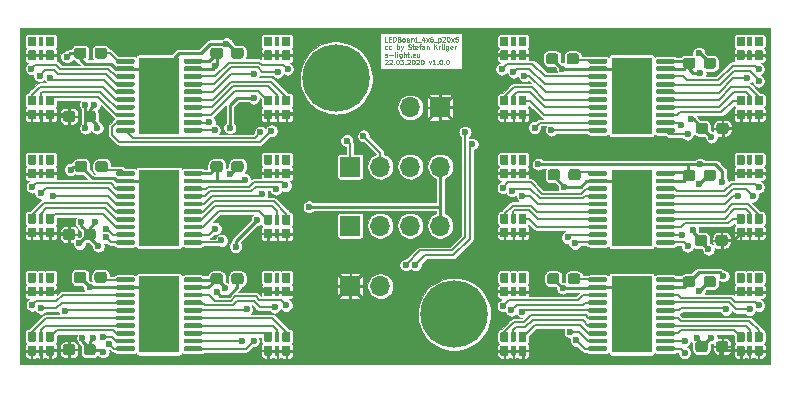
<source format=gbr>
G04 #@! TF.GenerationSoftware,KiCad,Pcbnew,5.99.0-unknown-103b0c1~100~ubuntu19.10.1*
G04 #@! TF.CreationDate,2020-03-22T12:14:23+01:00*
G04 #@! TF.ProjectId,LEDBoard_4x6_p20x5,4c454442-6f61-4726-945f-3478365f7032,v1.0.0*
G04 #@! TF.SameCoordinates,Original*
G04 #@! TF.FileFunction,Copper,L1,Top*
G04 #@! TF.FilePolarity,Positive*
%FSLAX46Y46*%
G04 Gerber Fmt 4.6, Leading zero omitted, Abs format (unit mm)*
G04 Created by KiCad (PCBNEW 5.99.0-unknown-103b0c1~100~ubuntu19.10.1) date 2020-03-22 12:14:23*
%MOMM*%
%LPD*%
G01*
G04 APERTURE LIST*
G04 #@! TA.AperFunction,NonConductor*
%ADD10C,0.100000*%
G04 #@! TD*
G04 #@! TA.AperFunction,ViaPad*
%ADD11C,0.450000*%
G04 #@! TD*
G04 #@! TA.AperFunction,ViaPad*
%ADD12C,0.600000*%
G04 #@! TD*
G04 #@! TA.AperFunction,Conductor*
%ADD13R,3.400000X6.500000*%
G04 #@! TD*
G04 #@! TA.AperFunction,ComponentPad*
%ADD14O,1.700000X1.700000*%
G04 #@! TD*
G04 #@! TA.AperFunction,ComponentPad*
%ADD15R,1.700000X1.700000*%
G04 #@! TD*
G04 #@! TA.AperFunction,ComponentPad*
%ADD16C,5.700000*%
G04 #@! TD*
G04 #@! TA.AperFunction,Conductor*
%ADD17C,0.250000*%
G04 #@! TD*
G04 #@! TA.AperFunction,Conductor*
%ADD18C,0.200000*%
G04 #@! TD*
G04 #@! TA.AperFunction,Conductor*
%ADD19C,0.150000*%
G04 #@! TD*
G04 #@! TA.AperFunction,Conductor*
%ADD20C,0.100000*%
G04 #@! TD*
G04 APERTURE END LIST*
D10*
X99326904Y-86914952D02*
X99136428Y-86914952D01*
X99136428Y-86514952D01*
X99460237Y-86705428D02*
X99593570Y-86705428D01*
X99650713Y-86914952D02*
X99460237Y-86914952D01*
X99460237Y-86514952D01*
X99650713Y-86514952D01*
X99822142Y-86914952D02*
X99822142Y-86514952D01*
X99917380Y-86514952D01*
X99974523Y-86534000D01*
X100012618Y-86572095D01*
X100031666Y-86610190D01*
X100050713Y-86686380D01*
X100050713Y-86743523D01*
X100031666Y-86819714D01*
X100012618Y-86857809D01*
X99974523Y-86895904D01*
X99917380Y-86914952D01*
X99822142Y-86914952D01*
X100355475Y-86705428D02*
X100412618Y-86724476D01*
X100431666Y-86743523D01*
X100450713Y-86781619D01*
X100450713Y-86838761D01*
X100431666Y-86876857D01*
X100412618Y-86895904D01*
X100374523Y-86914952D01*
X100222142Y-86914952D01*
X100222142Y-86514952D01*
X100355475Y-86514952D01*
X100393570Y-86534000D01*
X100412618Y-86553047D01*
X100431666Y-86591142D01*
X100431666Y-86629238D01*
X100412618Y-86667333D01*
X100393570Y-86686380D01*
X100355475Y-86705428D01*
X100222142Y-86705428D01*
X100679285Y-86914952D02*
X100641190Y-86895904D01*
X100622142Y-86876857D01*
X100603094Y-86838761D01*
X100603094Y-86724476D01*
X100622142Y-86686380D01*
X100641190Y-86667333D01*
X100679285Y-86648285D01*
X100736428Y-86648285D01*
X100774523Y-86667333D01*
X100793570Y-86686380D01*
X100812618Y-86724476D01*
X100812618Y-86838761D01*
X100793570Y-86876857D01*
X100774523Y-86895904D01*
X100736428Y-86914952D01*
X100679285Y-86914952D01*
X101155475Y-86914952D02*
X101155475Y-86705428D01*
X101136428Y-86667333D01*
X101098332Y-86648285D01*
X101022142Y-86648285D01*
X100984047Y-86667333D01*
X101155475Y-86895904D02*
X101117380Y-86914952D01*
X101022142Y-86914952D01*
X100984047Y-86895904D01*
X100964999Y-86857809D01*
X100964999Y-86819714D01*
X100984047Y-86781619D01*
X101022142Y-86762571D01*
X101117380Y-86762571D01*
X101155475Y-86743523D01*
X101345951Y-86914952D02*
X101345951Y-86648285D01*
X101345951Y-86724476D02*
X101364999Y-86686380D01*
X101384047Y-86667333D01*
X101422142Y-86648285D01*
X101460237Y-86648285D01*
X101764999Y-86914952D02*
X101764999Y-86514952D01*
X101764999Y-86895904D02*
X101726904Y-86914952D01*
X101650713Y-86914952D01*
X101612618Y-86895904D01*
X101593570Y-86876857D01*
X101574523Y-86838761D01*
X101574523Y-86724476D01*
X101593570Y-86686380D01*
X101612618Y-86667333D01*
X101650713Y-86648285D01*
X101726904Y-86648285D01*
X101764999Y-86667333D01*
X101860237Y-86953047D02*
X102164999Y-86953047D01*
X102431666Y-86648285D02*
X102431666Y-86914952D01*
X102336428Y-86495904D02*
X102241190Y-86781619D01*
X102488809Y-86781619D01*
X102603094Y-86914952D02*
X102812618Y-86648285D01*
X102603094Y-86648285D02*
X102812618Y-86914952D01*
X103136428Y-86514952D02*
X103060237Y-86514952D01*
X103022142Y-86534000D01*
X103003094Y-86553047D01*
X102964999Y-86610190D01*
X102945951Y-86686380D01*
X102945951Y-86838761D01*
X102964999Y-86876857D01*
X102984047Y-86895904D01*
X103022142Y-86914952D01*
X103098332Y-86914952D01*
X103136428Y-86895904D01*
X103155475Y-86876857D01*
X103174523Y-86838761D01*
X103174523Y-86743523D01*
X103155475Y-86705428D01*
X103136428Y-86686380D01*
X103098332Y-86667333D01*
X103022142Y-86667333D01*
X102984047Y-86686380D01*
X102964999Y-86705428D01*
X102945951Y-86743523D01*
X103250713Y-86953047D02*
X103555475Y-86953047D01*
X103650713Y-86648285D02*
X103650713Y-87048285D01*
X103650713Y-86667333D02*
X103688809Y-86648285D01*
X103764999Y-86648285D01*
X103803094Y-86667333D01*
X103822142Y-86686380D01*
X103841190Y-86724476D01*
X103841190Y-86838761D01*
X103822142Y-86876857D01*
X103803094Y-86895904D01*
X103764999Y-86914952D01*
X103688809Y-86914952D01*
X103650713Y-86895904D01*
X103993570Y-86553047D02*
X104012618Y-86534000D01*
X104050713Y-86514952D01*
X104145951Y-86514952D01*
X104184047Y-86534000D01*
X104203094Y-86553047D01*
X104222142Y-86591142D01*
X104222142Y-86629238D01*
X104203094Y-86686380D01*
X103974523Y-86914952D01*
X104222142Y-86914952D01*
X104469761Y-86514952D02*
X104507856Y-86514952D01*
X104545951Y-86534000D01*
X104564999Y-86553047D01*
X104584047Y-86591142D01*
X104603094Y-86667333D01*
X104603094Y-86762571D01*
X104584047Y-86838761D01*
X104564999Y-86876857D01*
X104545951Y-86895904D01*
X104507856Y-86914952D01*
X104469761Y-86914952D01*
X104431666Y-86895904D01*
X104412618Y-86876857D01*
X104393570Y-86838761D01*
X104374523Y-86762571D01*
X104374523Y-86667333D01*
X104393570Y-86591142D01*
X104412618Y-86553047D01*
X104431666Y-86534000D01*
X104469761Y-86514952D01*
X104736428Y-86914952D02*
X104945951Y-86648285D01*
X104736428Y-86648285D02*
X104945951Y-86914952D01*
X105288809Y-86514952D02*
X105098332Y-86514952D01*
X105079285Y-86705428D01*
X105098332Y-86686380D01*
X105136428Y-86667333D01*
X105231666Y-86667333D01*
X105269761Y-86686380D01*
X105288809Y-86705428D01*
X105307856Y-86743523D01*
X105307856Y-86838761D01*
X105288809Y-86876857D01*
X105269761Y-86895904D01*
X105231666Y-86914952D01*
X105136428Y-86914952D01*
X105098332Y-86895904D01*
X105079285Y-86876857D01*
X99307856Y-87539904D02*
X99269761Y-87558952D01*
X99193570Y-87558952D01*
X99155475Y-87539904D01*
X99136428Y-87520857D01*
X99117380Y-87482761D01*
X99117380Y-87368476D01*
X99136428Y-87330380D01*
X99155475Y-87311333D01*
X99193570Y-87292285D01*
X99269761Y-87292285D01*
X99307856Y-87311333D01*
X99650713Y-87539904D02*
X99612618Y-87558952D01*
X99536428Y-87558952D01*
X99498332Y-87539904D01*
X99479285Y-87520857D01*
X99460237Y-87482761D01*
X99460237Y-87368476D01*
X99479285Y-87330380D01*
X99498332Y-87311333D01*
X99536428Y-87292285D01*
X99612618Y-87292285D01*
X99650713Y-87311333D01*
X100126904Y-87558952D02*
X100126904Y-87158952D01*
X100126904Y-87311333D02*
X100164999Y-87292285D01*
X100241190Y-87292285D01*
X100279285Y-87311333D01*
X100298332Y-87330380D01*
X100317380Y-87368476D01*
X100317380Y-87482761D01*
X100298332Y-87520857D01*
X100279285Y-87539904D01*
X100241190Y-87558952D01*
X100164999Y-87558952D01*
X100126904Y-87539904D01*
X100450713Y-87292285D02*
X100545951Y-87558952D01*
X100641190Y-87292285D02*
X100545951Y-87558952D01*
X100507856Y-87654190D01*
X100488809Y-87673238D01*
X100450713Y-87692285D01*
X101079285Y-87539904D02*
X101136428Y-87558952D01*
X101231666Y-87558952D01*
X101269761Y-87539904D01*
X101288809Y-87520857D01*
X101307856Y-87482761D01*
X101307856Y-87444666D01*
X101288809Y-87406571D01*
X101269761Y-87387523D01*
X101231666Y-87368476D01*
X101155475Y-87349428D01*
X101117380Y-87330380D01*
X101098332Y-87311333D01*
X101079285Y-87273238D01*
X101079285Y-87235142D01*
X101098332Y-87197047D01*
X101117380Y-87178000D01*
X101155475Y-87158952D01*
X101250713Y-87158952D01*
X101307856Y-87178000D01*
X101422142Y-87292285D02*
X101574523Y-87292285D01*
X101479285Y-87158952D02*
X101479285Y-87501809D01*
X101498332Y-87539904D01*
X101536428Y-87558952D01*
X101574523Y-87558952D01*
X101860237Y-87539904D02*
X101822142Y-87558952D01*
X101745951Y-87558952D01*
X101707856Y-87539904D01*
X101688809Y-87501809D01*
X101688809Y-87349428D01*
X101707856Y-87311333D01*
X101745951Y-87292285D01*
X101822142Y-87292285D01*
X101860237Y-87311333D01*
X101879285Y-87349428D01*
X101879285Y-87387523D01*
X101688809Y-87425619D01*
X101993570Y-87292285D02*
X102145951Y-87292285D01*
X102050713Y-87558952D02*
X102050713Y-87216095D01*
X102069761Y-87178000D01*
X102107856Y-87158952D01*
X102145951Y-87158952D01*
X102450713Y-87558952D02*
X102450713Y-87349428D01*
X102431666Y-87311333D01*
X102393570Y-87292285D01*
X102317380Y-87292285D01*
X102279285Y-87311333D01*
X102450713Y-87539904D02*
X102412618Y-87558952D01*
X102317380Y-87558952D01*
X102279285Y-87539904D01*
X102260237Y-87501809D01*
X102260237Y-87463714D01*
X102279285Y-87425619D01*
X102317380Y-87406571D01*
X102412618Y-87406571D01*
X102450713Y-87387523D01*
X102641190Y-87292285D02*
X102641190Y-87558952D01*
X102641190Y-87330380D02*
X102660237Y-87311333D01*
X102698332Y-87292285D01*
X102755475Y-87292285D01*
X102793570Y-87311333D01*
X102812618Y-87349428D01*
X102812618Y-87558952D01*
X103307856Y-87558952D02*
X103307856Y-87158952D01*
X103536428Y-87558952D02*
X103364999Y-87330380D01*
X103536428Y-87158952D02*
X103307856Y-87387523D01*
X103707856Y-87558952D02*
X103707856Y-87292285D01*
X103707856Y-87368476D02*
X103726904Y-87330380D01*
X103745951Y-87311333D01*
X103784047Y-87292285D01*
X103822142Y-87292285D01*
X104126904Y-87292285D02*
X104126904Y-87558952D01*
X103955475Y-87292285D02*
X103955475Y-87501809D01*
X103974523Y-87539904D01*
X104012618Y-87558952D01*
X104069761Y-87558952D01*
X104107856Y-87539904D01*
X104126904Y-87520857D01*
X103974523Y-87158952D02*
X103993570Y-87178000D01*
X103974523Y-87197047D01*
X103955475Y-87178000D01*
X103974523Y-87158952D01*
X103974523Y-87197047D01*
X104126904Y-87158952D02*
X104145951Y-87178000D01*
X104126904Y-87197047D01*
X104107856Y-87178000D01*
X104126904Y-87158952D01*
X104126904Y-87197047D01*
X104488809Y-87292285D02*
X104488809Y-87616095D01*
X104469761Y-87654190D01*
X104450713Y-87673238D01*
X104412618Y-87692285D01*
X104355475Y-87692285D01*
X104317380Y-87673238D01*
X104488809Y-87539904D02*
X104450713Y-87558952D01*
X104374523Y-87558952D01*
X104336428Y-87539904D01*
X104317380Y-87520857D01*
X104298332Y-87482761D01*
X104298332Y-87368476D01*
X104317380Y-87330380D01*
X104336428Y-87311333D01*
X104374523Y-87292285D01*
X104450713Y-87292285D01*
X104488809Y-87311333D01*
X104831666Y-87539904D02*
X104793570Y-87558952D01*
X104717380Y-87558952D01*
X104679285Y-87539904D01*
X104660237Y-87501809D01*
X104660237Y-87349428D01*
X104679285Y-87311333D01*
X104717380Y-87292285D01*
X104793570Y-87292285D01*
X104831666Y-87311333D01*
X104850713Y-87349428D01*
X104850713Y-87387523D01*
X104660237Y-87425619D01*
X105022142Y-87558952D02*
X105022142Y-87292285D01*
X105022142Y-87368476D02*
X105041190Y-87330380D01*
X105060237Y-87311333D01*
X105098332Y-87292285D01*
X105136428Y-87292285D01*
X99117380Y-88183904D02*
X99155475Y-88202952D01*
X99231666Y-88202952D01*
X99269761Y-88183904D01*
X99288809Y-88145809D01*
X99288809Y-88126761D01*
X99269761Y-88088666D01*
X99231666Y-88069619D01*
X99174523Y-88069619D01*
X99136428Y-88050571D01*
X99117380Y-88012476D01*
X99117380Y-87993428D01*
X99136428Y-87955333D01*
X99174523Y-87936285D01*
X99231666Y-87936285D01*
X99269761Y-87955333D01*
X99460237Y-88050571D02*
X99764999Y-88050571D01*
X100012618Y-88202952D02*
X99974523Y-88183904D01*
X99955475Y-88145809D01*
X99955475Y-87802952D01*
X100164999Y-88202952D02*
X100164999Y-87936285D01*
X100164999Y-87802952D02*
X100145951Y-87822000D01*
X100164999Y-87841047D01*
X100184047Y-87822000D01*
X100164999Y-87802952D01*
X100164999Y-87841047D01*
X100526904Y-87936285D02*
X100526904Y-88260095D01*
X100507856Y-88298190D01*
X100488809Y-88317238D01*
X100450713Y-88336285D01*
X100393570Y-88336285D01*
X100355475Y-88317238D01*
X100526904Y-88183904D02*
X100488809Y-88202952D01*
X100412618Y-88202952D01*
X100374523Y-88183904D01*
X100355475Y-88164857D01*
X100336428Y-88126761D01*
X100336428Y-88012476D01*
X100355475Y-87974380D01*
X100374523Y-87955333D01*
X100412618Y-87936285D01*
X100488809Y-87936285D01*
X100526904Y-87955333D01*
X100717380Y-88202952D02*
X100717380Y-87802952D01*
X100888809Y-88202952D02*
X100888809Y-87993428D01*
X100869761Y-87955333D01*
X100831666Y-87936285D01*
X100774523Y-87936285D01*
X100736428Y-87955333D01*
X100717380Y-87974380D01*
X101022142Y-87936285D02*
X101174523Y-87936285D01*
X101079285Y-87802952D02*
X101079285Y-88145809D01*
X101098332Y-88183904D01*
X101136428Y-88202952D01*
X101174523Y-88202952D01*
X101307856Y-88164857D02*
X101326904Y-88183904D01*
X101307856Y-88202952D01*
X101288809Y-88183904D01*
X101307856Y-88164857D01*
X101307856Y-88202952D01*
X101650713Y-88183904D02*
X101612618Y-88202952D01*
X101536428Y-88202952D01*
X101498332Y-88183904D01*
X101479285Y-88145809D01*
X101479285Y-87993428D01*
X101498332Y-87955333D01*
X101536428Y-87936285D01*
X101612618Y-87936285D01*
X101650713Y-87955333D01*
X101669761Y-87993428D01*
X101669761Y-88031523D01*
X101479285Y-88069619D01*
X102012618Y-87936285D02*
X102012618Y-88202952D01*
X101841190Y-87936285D02*
X101841190Y-88145809D01*
X101860237Y-88183904D01*
X101898332Y-88202952D01*
X101955475Y-88202952D01*
X101993570Y-88183904D01*
X102012618Y-88164857D01*
X99117380Y-88485047D02*
X99136428Y-88466000D01*
X99174523Y-88446952D01*
X99269761Y-88446952D01*
X99307856Y-88466000D01*
X99326904Y-88485047D01*
X99345951Y-88523142D01*
X99345951Y-88561238D01*
X99326904Y-88618380D01*
X99098332Y-88846952D01*
X99345951Y-88846952D01*
X99498332Y-88485047D02*
X99517380Y-88466000D01*
X99555475Y-88446952D01*
X99650713Y-88446952D01*
X99688809Y-88466000D01*
X99707856Y-88485047D01*
X99726904Y-88523142D01*
X99726904Y-88561238D01*
X99707856Y-88618380D01*
X99479285Y-88846952D01*
X99726904Y-88846952D01*
X99898332Y-88808857D02*
X99917380Y-88827904D01*
X99898332Y-88846952D01*
X99879285Y-88827904D01*
X99898332Y-88808857D01*
X99898332Y-88846952D01*
X100164999Y-88446952D02*
X100203094Y-88446952D01*
X100241190Y-88466000D01*
X100260237Y-88485047D01*
X100279285Y-88523142D01*
X100298332Y-88599333D01*
X100298332Y-88694571D01*
X100279285Y-88770761D01*
X100260237Y-88808857D01*
X100241190Y-88827904D01*
X100203094Y-88846952D01*
X100164999Y-88846952D01*
X100126904Y-88827904D01*
X100107856Y-88808857D01*
X100088809Y-88770761D01*
X100069761Y-88694571D01*
X100069761Y-88599333D01*
X100088809Y-88523142D01*
X100107856Y-88485047D01*
X100126904Y-88466000D01*
X100164999Y-88446952D01*
X100431666Y-88446952D02*
X100679285Y-88446952D01*
X100545951Y-88599333D01*
X100603094Y-88599333D01*
X100641190Y-88618380D01*
X100660237Y-88637428D01*
X100679285Y-88675523D01*
X100679285Y-88770761D01*
X100660237Y-88808857D01*
X100641190Y-88827904D01*
X100603094Y-88846952D01*
X100488809Y-88846952D01*
X100450713Y-88827904D01*
X100431666Y-88808857D01*
X100850713Y-88808857D02*
X100869761Y-88827904D01*
X100850713Y-88846952D01*
X100831666Y-88827904D01*
X100850713Y-88808857D01*
X100850713Y-88846952D01*
X101022142Y-88485047D02*
X101041190Y-88466000D01*
X101079285Y-88446952D01*
X101174523Y-88446952D01*
X101212618Y-88466000D01*
X101231666Y-88485047D01*
X101250713Y-88523142D01*
X101250713Y-88561238D01*
X101231666Y-88618380D01*
X101003094Y-88846952D01*
X101250713Y-88846952D01*
X101498332Y-88446952D02*
X101536428Y-88446952D01*
X101574523Y-88466000D01*
X101593570Y-88485047D01*
X101612618Y-88523142D01*
X101631666Y-88599333D01*
X101631666Y-88694571D01*
X101612618Y-88770761D01*
X101593570Y-88808857D01*
X101574523Y-88827904D01*
X101536428Y-88846952D01*
X101498332Y-88846952D01*
X101460237Y-88827904D01*
X101441190Y-88808857D01*
X101422142Y-88770761D01*
X101403094Y-88694571D01*
X101403094Y-88599333D01*
X101422142Y-88523142D01*
X101441190Y-88485047D01*
X101460237Y-88466000D01*
X101498332Y-88446952D01*
X101784047Y-88485047D02*
X101803094Y-88466000D01*
X101841190Y-88446952D01*
X101936428Y-88446952D01*
X101974523Y-88466000D01*
X101993570Y-88485047D01*
X102012618Y-88523142D01*
X102012618Y-88561238D01*
X101993570Y-88618380D01*
X101764999Y-88846952D01*
X102012618Y-88846952D01*
X102260237Y-88446952D02*
X102298332Y-88446952D01*
X102336428Y-88466000D01*
X102355475Y-88485047D01*
X102374523Y-88523142D01*
X102393570Y-88599333D01*
X102393570Y-88694571D01*
X102374523Y-88770761D01*
X102355475Y-88808857D01*
X102336428Y-88827904D01*
X102298332Y-88846952D01*
X102260237Y-88846952D01*
X102222142Y-88827904D01*
X102203094Y-88808857D01*
X102184047Y-88770761D01*
X102164999Y-88694571D01*
X102164999Y-88599333D01*
X102184047Y-88523142D01*
X102203094Y-88485047D01*
X102222142Y-88466000D01*
X102260237Y-88446952D01*
X102831666Y-88580285D02*
X102926904Y-88846952D01*
X103022142Y-88580285D01*
X103384047Y-88846952D02*
X103155475Y-88846952D01*
X103269761Y-88846952D02*
X103269761Y-88446952D01*
X103231666Y-88504095D01*
X103193570Y-88542190D01*
X103155475Y-88561238D01*
X103555475Y-88808857D02*
X103574523Y-88827904D01*
X103555475Y-88846952D01*
X103536428Y-88827904D01*
X103555475Y-88808857D01*
X103555475Y-88846952D01*
X103822142Y-88446952D02*
X103860237Y-88446952D01*
X103898332Y-88466000D01*
X103917380Y-88485047D01*
X103936428Y-88523142D01*
X103955475Y-88599333D01*
X103955475Y-88694571D01*
X103936428Y-88770761D01*
X103917380Y-88808857D01*
X103898332Y-88827904D01*
X103860237Y-88846952D01*
X103822142Y-88846952D01*
X103784047Y-88827904D01*
X103764999Y-88808857D01*
X103745951Y-88770761D01*
X103726904Y-88694571D01*
X103726904Y-88599333D01*
X103745951Y-88523142D01*
X103764999Y-88485047D01*
X103784047Y-88466000D01*
X103822142Y-88446952D01*
X104126904Y-88808857D02*
X104145951Y-88827904D01*
X104126904Y-88846952D01*
X104107856Y-88827904D01*
X104126904Y-88808857D01*
X104126904Y-88846952D01*
X104393570Y-88446952D02*
X104431666Y-88446952D01*
X104469761Y-88466000D01*
X104488809Y-88485047D01*
X104507856Y-88523142D01*
X104526904Y-88599333D01*
X104526904Y-88694571D01*
X104507856Y-88770761D01*
X104488809Y-88808857D01*
X104469761Y-88827904D01*
X104431666Y-88846952D01*
X104393570Y-88846952D01*
X104355475Y-88827904D01*
X104336428Y-88808857D01*
X104317380Y-88770761D01*
X104298332Y-88694571D01*
X104298332Y-88599333D01*
X104317380Y-88523142D01*
X104336428Y-88485047D01*
X104355475Y-88466000D01*
X104393570Y-88446952D01*
D11*
X89230000Y-91915000D03*
X90770000Y-91915000D03*
X90000000Y-91915000D03*
G04 #@! TA.AperFunction,SMDPad,CuDef*
G36*
G01*
X90435000Y-93433000D02*
X90435000Y-92737000D01*
G75*
G02*
X90502000Y-92670000I67000J0D01*
G01*
X91038000Y-92670000D01*
G75*
G02*
X91105000Y-92737000I0J-67000D01*
G01*
X91105000Y-93433000D01*
G75*
G02*
X91038000Y-93500000I-67000J0D01*
G01*
X90502000Y-93500000D01*
G75*
G02*
X90435000Y-93433000I0J67000D01*
G01*
G37*
G04 #@! TD.AperFunction*
G04 #@! TA.AperFunction,SMDPad,CuDef*
G36*
G01*
X89815000Y-93463000D02*
X89815000Y-92707000D01*
G75*
G02*
X89852000Y-92670000I37000J0D01*
G01*
X90148000Y-92670000D01*
G75*
G02*
X90185000Y-92707000I0J-37000D01*
G01*
X90185000Y-93463000D01*
G75*
G02*
X90148000Y-93500000I-37000J0D01*
G01*
X89852000Y-93500000D01*
G75*
G02*
X89815000Y-93463000I0J37000D01*
G01*
G37*
G04 #@! TD.AperFunction*
G04 #@! TA.AperFunction,SMDPad,CuDef*
G36*
G01*
X88895000Y-93433000D02*
X88895000Y-92737000D01*
G75*
G02*
X88962000Y-92670000I67000J0D01*
G01*
X89498000Y-92670000D01*
G75*
G02*
X89565000Y-92737000I0J-67000D01*
G01*
X89565000Y-93433000D01*
G75*
G02*
X89498000Y-93500000I-67000J0D01*
G01*
X88962000Y-93500000D01*
G75*
G02*
X88895000Y-93433000I0J67000D01*
G01*
G37*
G04 #@! TD.AperFunction*
G04 #@! TA.AperFunction,SMDPad,CuDef*
G36*
G01*
X90435000Y-92263000D02*
X90435000Y-91567000D01*
G75*
G02*
X90502000Y-91500000I67000J0D01*
G01*
X91038000Y-91500000D01*
G75*
G02*
X91105000Y-91567000I0J-67000D01*
G01*
X91105000Y-92263000D01*
G75*
G02*
X91038000Y-92330000I-67000J0D01*
G01*
X90502000Y-92330000D01*
G75*
G02*
X90435000Y-92263000I0J67000D01*
G01*
G37*
G04 #@! TD.AperFunction*
G04 #@! TA.AperFunction,SMDPad,CuDef*
G36*
G01*
X89815000Y-92293000D02*
X89815000Y-91537000D01*
G75*
G02*
X89852000Y-91500000I37000J0D01*
G01*
X90148000Y-91500000D01*
G75*
G02*
X90185000Y-91537000I0J-37000D01*
G01*
X90185000Y-92293000D01*
G75*
G02*
X90148000Y-92330000I-37000J0D01*
G01*
X89852000Y-92330000D01*
G75*
G02*
X89815000Y-92293000I0J37000D01*
G01*
G37*
G04 #@! TD.AperFunction*
G04 #@! TA.AperFunction,SMDPad,CuDef*
G36*
G01*
X88895000Y-92263000D02*
X88895000Y-91567000D01*
G75*
G02*
X88962000Y-91500000I67000J0D01*
G01*
X89498000Y-91500000D01*
G75*
G02*
X89565000Y-91567000I0J-67000D01*
G01*
X89565000Y-92263000D01*
G75*
G02*
X89498000Y-92330000I-67000J0D01*
G01*
X88962000Y-92330000D01*
G75*
G02*
X88895000Y-92263000I0J67000D01*
G01*
G37*
G04 #@! TD.AperFunction*
X129230000Y-111915000D03*
X130770000Y-111915000D03*
X130000000Y-111915000D03*
G04 #@! TA.AperFunction,SMDPad,CuDef*
G36*
G01*
X130435000Y-113433000D02*
X130435000Y-112737000D01*
G75*
G02*
X130502000Y-112670000I67000J0D01*
G01*
X131038000Y-112670000D01*
G75*
G02*
X131105000Y-112737000I0J-67000D01*
G01*
X131105000Y-113433000D01*
G75*
G02*
X131038000Y-113500000I-67000J0D01*
G01*
X130502000Y-113500000D01*
G75*
G02*
X130435000Y-113433000I0J67000D01*
G01*
G37*
G04 #@! TD.AperFunction*
G04 #@! TA.AperFunction,SMDPad,CuDef*
G36*
G01*
X129815000Y-113463000D02*
X129815000Y-112707000D01*
G75*
G02*
X129852000Y-112670000I37000J0D01*
G01*
X130148000Y-112670000D01*
G75*
G02*
X130185000Y-112707000I0J-37000D01*
G01*
X130185000Y-113463000D01*
G75*
G02*
X130148000Y-113500000I-37000J0D01*
G01*
X129852000Y-113500000D01*
G75*
G02*
X129815000Y-113463000I0J37000D01*
G01*
G37*
G04 #@! TD.AperFunction*
G04 #@! TA.AperFunction,SMDPad,CuDef*
G36*
G01*
X128895000Y-113433000D02*
X128895000Y-112737000D01*
G75*
G02*
X128962000Y-112670000I67000J0D01*
G01*
X129498000Y-112670000D01*
G75*
G02*
X129565000Y-112737000I0J-67000D01*
G01*
X129565000Y-113433000D01*
G75*
G02*
X129498000Y-113500000I-67000J0D01*
G01*
X128962000Y-113500000D01*
G75*
G02*
X128895000Y-113433000I0J67000D01*
G01*
G37*
G04 #@! TD.AperFunction*
G04 #@! TA.AperFunction,SMDPad,CuDef*
G36*
G01*
X130435000Y-112263000D02*
X130435000Y-111567000D01*
G75*
G02*
X130502000Y-111500000I67000J0D01*
G01*
X131038000Y-111500000D01*
G75*
G02*
X131105000Y-111567000I0J-67000D01*
G01*
X131105000Y-112263000D01*
G75*
G02*
X131038000Y-112330000I-67000J0D01*
G01*
X130502000Y-112330000D01*
G75*
G02*
X130435000Y-112263000I0J67000D01*
G01*
G37*
G04 #@! TD.AperFunction*
G04 #@! TA.AperFunction,SMDPad,CuDef*
G36*
G01*
X129815000Y-112293000D02*
X129815000Y-111537000D01*
G75*
G02*
X129852000Y-111500000I37000J0D01*
G01*
X130148000Y-111500000D01*
G75*
G02*
X130185000Y-111537000I0J-37000D01*
G01*
X130185000Y-112293000D01*
G75*
G02*
X130148000Y-112330000I-37000J0D01*
G01*
X129852000Y-112330000D01*
G75*
G02*
X129815000Y-112293000I0J37000D01*
G01*
G37*
G04 #@! TD.AperFunction*
G04 #@! TA.AperFunction,SMDPad,CuDef*
G36*
G01*
X128895000Y-112263000D02*
X128895000Y-111567000D01*
G75*
G02*
X128962000Y-111500000I67000J0D01*
G01*
X129498000Y-111500000D01*
G75*
G02*
X129565000Y-111567000I0J-67000D01*
G01*
X129565000Y-112263000D01*
G75*
G02*
X129498000Y-112330000I-67000J0D01*
G01*
X128962000Y-112330000D01*
G75*
G02*
X128895000Y-112263000I0J67000D01*
G01*
G37*
G04 #@! TD.AperFunction*
X129230000Y-106915000D03*
X130770000Y-106915000D03*
X130000000Y-106915000D03*
G04 #@! TA.AperFunction,SMDPad,CuDef*
G36*
G01*
X130435000Y-108433000D02*
X130435000Y-107737000D01*
G75*
G02*
X130502000Y-107670000I67000J0D01*
G01*
X131038000Y-107670000D01*
G75*
G02*
X131105000Y-107737000I0J-67000D01*
G01*
X131105000Y-108433000D01*
G75*
G02*
X131038000Y-108500000I-67000J0D01*
G01*
X130502000Y-108500000D01*
G75*
G02*
X130435000Y-108433000I0J67000D01*
G01*
G37*
G04 #@! TD.AperFunction*
G04 #@! TA.AperFunction,SMDPad,CuDef*
G36*
G01*
X129815000Y-108463000D02*
X129815000Y-107707000D01*
G75*
G02*
X129852000Y-107670000I37000J0D01*
G01*
X130148000Y-107670000D01*
G75*
G02*
X130185000Y-107707000I0J-37000D01*
G01*
X130185000Y-108463000D01*
G75*
G02*
X130148000Y-108500000I-37000J0D01*
G01*
X129852000Y-108500000D01*
G75*
G02*
X129815000Y-108463000I0J37000D01*
G01*
G37*
G04 #@! TD.AperFunction*
G04 #@! TA.AperFunction,SMDPad,CuDef*
G36*
G01*
X128895000Y-108433000D02*
X128895000Y-107737000D01*
G75*
G02*
X128962000Y-107670000I67000J0D01*
G01*
X129498000Y-107670000D01*
G75*
G02*
X129565000Y-107737000I0J-67000D01*
G01*
X129565000Y-108433000D01*
G75*
G02*
X129498000Y-108500000I-67000J0D01*
G01*
X128962000Y-108500000D01*
G75*
G02*
X128895000Y-108433000I0J67000D01*
G01*
G37*
G04 #@! TD.AperFunction*
G04 #@! TA.AperFunction,SMDPad,CuDef*
G36*
G01*
X130435000Y-107263000D02*
X130435000Y-106567000D01*
G75*
G02*
X130502000Y-106500000I67000J0D01*
G01*
X131038000Y-106500000D01*
G75*
G02*
X131105000Y-106567000I0J-67000D01*
G01*
X131105000Y-107263000D01*
G75*
G02*
X131038000Y-107330000I-67000J0D01*
G01*
X130502000Y-107330000D01*
G75*
G02*
X130435000Y-107263000I0J67000D01*
G01*
G37*
G04 #@! TD.AperFunction*
G04 #@! TA.AperFunction,SMDPad,CuDef*
G36*
G01*
X129815000Y-107293000D02*
X129815000Y-106537000D01*
G75*
G02*
X129852000Y-106500000I37000J0D01*
G01*
X130148000Y-106500000D01*
G75*
G02*
X130185000Y-106537000I0J-37000D01*
G01*
X130185000Y-107293000D01*
G75*
G02*
X130148000Y-107330000I-37000J0D01*
G01*
X129852000Y-107330000D01*
G75*
G02*
X129815000Y-107293000I0J37000D01*
G01*
G37*
G04 #@! TD.AperFunction*
G04 #@! TA.AperFunction,SMDPad,CuDef*
G36*
G01*
X128895000Y-107263000D02*
X128895000Y-106567000D01*
G75*
G02*
X128962000Y-106500000I67000J0D01*
G01*
X129498000Y-106500000D01*
G75*
G02*
X129565000Y-106567000I0J-67000D01*
G01*
X129565000Y-107263000D01*
G75*
G02*
X129498000Y-107330000I-67000J0D01*
G01*
X128962000Y-107330000D01*
G75*
G02*
X128895000Y-107263000I0J67000D01*
G01*
G37*
G04 #@! TD.AperFunction*
X129230000Y-101915000D03*
X130770000Y-101915000D03*
X130000000Y-101915000D03*
G04 #@! TA.AperFunction,SMDPad,CuDef*
G36*
G01*
X130435000Y-103433000D02*
X130435000Y-102737000D01*
G75*
G02*
X130502000Y-102670000I67000J0D01*
G01*
X131038000Y-102670000D01*
G75*
G02*
X131105000Y-102737000I0J-67000D01*
G01*
X131105000Y-103433000D01*
G75*
G02*
X131038000Y-103500000I-67000J0D01*
G01*
X130502000Y-103500000D01*
G75*
G02*
X130435000Y-103433000I0J67000D01*
G01*
G37*
G04 #@! TD.AperFunction*
G04 #@! TA.AperFunction,SMDPad,CuDef*
G36*
G01*
X129815000Y-103463000D02*
X129815000Y-102707000D01*
G75*
G02*
X129852000Y-102670000I37000J0D01*
G01*
X130148000Y-102670000D01*
G75*
G02*
X130185000Y-102707000I0J-37000D01*
G01*
X130185000Y-103463000D01*
G75*
G02*
X130148000Y-103500000I-37000J0D01*
G01*
X129852000Y-103500000D01*
G75*
G02*
X129815000Y-103463000I0J37000D01*
G01*
G37*
G04 #@! TD.AperFunction*
G04 #@! TA.AperFunction,SMDPad,CuDef*
G36*
G01*
X128895000Y-103433000D02*
X128895000Y-102737000D01*
G75*
G02*
X128962000Y-102670000I67000J0D01*
G01*
X129498000Y-102670000D01*
G75*
G02*
X129565000Y-102737000I0J-67000D01*
G01*
X129565000Y-103433000D01*
G75*
G02*
X129498000Y-103500000I-67000J0D01*
G01*
X128962000Y-103500000D01*
G75*
G02*
X128895000Y-103433000I0J67000D01*
G01*
G37*
G04 #@! TD.AperFunction*
G04 #@! TA.AperFunction,SMDPad,CuDef*
G36*
G01*
X130435000Y-102263000D02*
X130435000Y-101567000D01*
G75*
G02*
X130502000Y-101500000I67000J0D01*
G01*
X131038000Y-101500000D01*
G75*
G02*
X131105000Y-101567000I0J-67000D01*
G01*
X131105000Y-102263000D01*
G75*
G02*
X131038000Y-102330000I-67000J0D01*
G01*
X130502000Y-102330000D01*
G75*
G02*
X130435000Y-102263000I0J67000D01*
G01*
G37*
G04 #@! TD.AperFunction*
G04 #@! TA.AperFunction,SMDPad,CuDef*
G36*
G01*
X129815000Y-102293000D02*
X129815000Y-101537000D01*
G75*
G02*
X129852000Y-101500000I37000J0D01*
G01*
X130148000Y-101500000D01*
G75*
G02*
X130185000Y-101537000I0J-37000D01*
G01*
X130185000Y-102293000D01*
G75*
G02*
X130148000Y-102330000I-37000J0D01*
G01*
X129852000Y-102330000D01*
G75*
G02*
X129815000Y-102293000I0J37000D01*
G01*
G37*
G04 #@! TD.AperFunction*
G04 #@! TA.AperFunction,SMDPad,CuDef*
G36*
G01*
X128895000Y-102263000D02*
X128895000Y-101567000D01*
G75*
G02*
X128962000Y-101500000I67000J0D01*
G01*
X129498000Y-101500000D01*
G75*
G02*
X129565000Y-101567000I0J-67000D01*
G01*
X129565000Y-102263000D01*
G75*
G02*
X129498000Y-102330000I-67000J0D01*
G01*
X128962000Y-102330000D01*
G75*
G02*
X128895000Y-102263000I0J67000D01*
G01*
G37*
G04 #@! TD.AperFunction*
X129230000Y-96915000D03*
X130770000Y-96915000D03*
X130000000Y-96915000D03*
G04 #@! TA.AperFunction,SMDPad,CuDef*
G36*
G01*
X130435000Y-98433000D02*
X130435000Y-97737000D01*
G75*
G02*
X130502000Y-97670000I67000J0D01*
G01*
X131038000Y-97670000D01*
G75*
G02*
X131105000Y-97737000I0J-67000D01*
G01*
X131105000Y-98433000D01*
G75*
G02*
X131038000Y-98500000I-67000J0D01*
G01*
X130502000Y-98500000D01*
G75*
G02*
X130435000Y-98433000I0J67000D01*
G01*
G37*
G04 #@! TD.AperFunction*
G04 #@! TA.AperFunction,SMDPad,CuDef*
G36*
G01*
X129815000Y-98463000D02*
X129815000Y-97707000D01*
G75*
G02*
X129852000Y-97670000I37000J0D01*
G01*
X130148000Y-97670000D01*
G75*
G02*
X130185000Y-97707000I0J-37000D01*
G01*
X130185000Y-98463000D01*
G75*
G02*
X130148000Y-98500000I-37000J0D01*
G01*
X129852000Y-98500000D01*
G75*
G02*
X129815000Y-98463000I0J37000D01*
G01*
G37*
G04 #@! TD.AperFunction*
G04 #@! TA.AperFunction,SMDPad,CuDef*
G36*
G01*
X128895000Y-98433000D02*
X128895000Y-97737000D01*
G75*
G02*
X128962000Y-97670000I67000J0D01*
G01*
X129498000Y-97670000D01*
G75*
G02*
X129565000Y-97737000I0J-67000D01*
G01*
X129565000Y-98433000D01*
G75*
G02*
X129498000Y-98500000I-67000J0D01*
G01*
X128962000Y-98500000D01*
G75*
G02*
X128895000Y-98433000I0J67000D01*
G01*
G37*
G04 #@! TD.AperFunction*
G04 #@! TA.AperFunction,SMDPad,CuDef*
G36*
G01*
X130435000Y-97263000D02*
X130435000Y-96567000D01*
G75*
G02*
X130502000Y-96500000I67000J0D01*
G01*
X131038000Y-96500000D01*
G75*
G02*
X131105000Y-96567000I0J-67000D01*
G01*
X131105000Y-97263000D01*
G75*
G02*
X131038000Y-97330000I-67000J0D01*
G01*
X130502000Y-97330000D01*
G75*
G02*
X130435000Y-97263000I0J67000D01*
G01*
G37*
G04 #@! TD.AperFunction*
G04 #@! TA.AperFunction,SMDPad,CuDef*
G36*
G01*
X129815000Y-97293000D02*
X129815000Y-96537000D01*
G75*
G02*
X129852000Y-96500000I37000J0D01*
G01*
X130148000Y-96500000D01*
G75*
G02*
X130185000Y-96537000I0J-37000D01*
G01*
X130185000Y-97293000D01*
G75*
G02*
X130148000Y-97330000I-37000J0D01*
G01*
X129852000Y-97330000D01*
G75*
G02*
X129815000Y-97293000I0J37000D01*
G01*
G37*
G04 #@! TD.AperFunction*
G04 #@! TA.AperFunction,SMDPad,CuDef*
G36*
G01*
X128895000Y-97263000D02*
X128895000Y-96567000D01*
G75*
G02*
X128962000Y-96500000I67000J0D01*
G01*
X129498000Y-96500000D01*
G75*
G02*
X129565000Y-96567000I0J-67000D01*
G01*
X129565000Y-97263000D01*
G75*
G02*
X129498000Y-97330000I-67000J0D01*
G01*
X128962000Y-97330000D01*
G75*
G02*
X128895000Y-97263000I0J67000D01*
G01*
G37*
G04 #@! TD.AperFunction*
X129230000Y-91915000D03*
X130770000Y-91915000D03*
X130000000Y-91915000D03*
G04 #@! TA.AperFunction,SMDPad,CuDef*
G36*
G01*
X130435000Y-93433000D02*
X130435000Y-92737000D01*
G75*
G02*
X130502000Y-92670000I67000J0D01*
G01*
X131038000Y-92670000D01*
G75*
G02*
X131105000Y-92737000I0J-67000D01*
G01*
X131105000Y-93433000D01*
G75*
G02*
X131038000Y-93500000I-67000J0D01*
G01*
X130502000Y-93500000D01*
G75*
G02*
X130435000Y-93433000I0J67000D01*
G01*
G37*
G04 #@! TD.AperFunction*
G04 #@! TA.AperFunction,SMDPad,CuDef*
G36*
G01*
X129815000Y-93463000D02*
X129815000Y-92707000D01*
G75*
G02*
X129852000Y-92670000I37000J0D01*
G01*
X130148000Y-92670000D01*
G75*
G02*
X130185000Y-92707000I0J-37000D01*
G01*
X130185000Y-93463000D01*
G75*
G02*
X130148000Y-93500000I-37000J0D01*
G01*
X129852000Y-93500000D01*
G75*
G02*
X129815000Y-93463000I0J37000D01*
G01*
G37*
G04 #@! TD.AperFunction*
G04 #@! TA.AperFunction,SMDPad,CuDef*
G36*
G01*
X128895000Y-93433000D02*
X128895000Y-92737000D01*
G75*
G02*
X128962000Y-92670000I67000J0D01*
G01*
X129498000Y-92670000D01*
G75*
G02*
X129565000Y-92737000I0J-67000D01*
G01*
X129565000Y-93433000D01*
G75*
G02*
X129498000Y-93500000I-67000J0D01*
G01*
X128962000Y-93500000D01*
G75*
G02*
X128895000Y-93433000I0J67000D01*
G01*
G37*
G04 #@! TD.AperFunction*
G04 #@! TA.AperFunction,SMDPad,CuDef*
G36*
G01*
X130435000Y-92263000D02*
X130435000Y-91567000D01*
G75*
G02*
X130502000Y-91500000I67000J0D01*
G01*
X131038000Y-91500000D01*
G75*
G02*
X131105000Y-91567000I0J-67000D01*
G01*
X131105000Y-92263000D01*
G75*
G02*
X131038000Y-92330000I-67000J0D01*
G01*
X130502000Y-92330000D01*
G75*
G02*
X130435000Y-92263000I0J67000D01*
G01*
G37*
G04 #@! TD.AperFunction*
G04 #@! TA.AperFunction,SMDPad,CuDef*
G36*
G01*
X129815000Y-92293000D02*
X129815000Y-91537000D01*
G75*
G02*
X129852000Y-91500000I37000J0D01*
G01*
X130148000Y-91500000D01*
G75*
G02*
X130185000Y-91537000I0J-37000D01*
G01*
X130185000Y-92293000D01*
G75*
G02*
X130148000Y-92330000I-37000J0D01*
G01*
X129852000Y-92330000D01*
G75*
G02*
X129815000Y-92293000I0J37000D01*
G01*
G37*
G04 #@! TD.AperFunction*
G04 #@! TA.AperFunction,SMDPad,CuDef*
G36*
G01*
X128895000Y-92263000D02*
X128895000Y-91567000D01*
G75*
G02*
X128962000Y-91500000I67000J0D01*
G01*
X129498000Y-91500000D01*
G75*
G02*
X129565000Y-91567000I0J-67000D01*
G01*
X129565000Y-92263000D01*
G75*
G02*
X129498000Y-92330000I-67000J0D01*
G01*
X128962000Y-92330000D01*
G75*
G02*
X128895000Y-92263000I0J67000D01*
G01*
G37*
G04 #@! TD.AperFunction*
X129230000Y-86915000D03*
X130770000Y-86915000D03*
X130000000Y-86915000D03*
G04 #@! TA.AperFunction,SMDPad,CuDef*
G36*
G01*
X130435000Y-88433000D02*
X130435000Y-87737000D01*
G75*
G02*
X130502000Y-87670000I67000J0D01*
G01*
X131038000Y-87670000D01*
G75*
G02*
X131105000Y-87737000I0J-67000D01*
G01*
X131105000Y-88433000D01*
G75*
G02*
X131038000Y-88500000I-67000J0D01*
G01*
X130502000Y-88500000D01*
G75*
G02*
X130435000Y-88433000I0J67000D01*
G01*
G37*
G04 #@! TD.AperFunction*
G04 #@! TA.AperFunction,SMDPad,CuDef*
G36*
G01*
X129815000Y-88463000D02*
X129815000Y-87707000D01*
G75*
G02*
X129852000Y-87670000I37000J0D01*
G01*
X130148000Y-87670000D01*
G75*
G02*
X130185000Y-87707000I0J-37000D01*
G01*
X130185000Y-88463000D01*
G75*
G02*
X130148000Y-88500000I-37000J0D01*
G01*
X129852000Y-88500000D01*
G75*
G02*
X129815000Y-88463000I0J37000D01*
G01*
G37*
G04 #@! TD.AperFunction*
G04 #@! TA.AperFunction,SMDPad,CuDef*
G36*
G01*
X128895000Y-88433000D02*
X128895000Y-87737000D01*
G75*
G02*
X128962000Y-87670000I67000J0D01*
G01*
X129498000Y-87670000D01*
G75*
G02*
X129565000Y-87737000I0J-67000D01*
G01*
X129565000Y-88433000D01*
G75*
G02*
X129498000Y-88500000I-67000J0D01*
G01*
X128962000Y-88500000D01*
G75*
G02*
X128895000Y-88433000I0J67000D01*
G01*
G37*
G04 #@! TD.AperFunction*
G04 #@! TA.AperFunction,SMDPad,CuDef*
G36*
G01*
X130435000Y-87263000D02*
X130435000Y-86567000D01*
G75*
G02*
X130502000Y-86500000I67000J0D01*
G01*
X131038000Y-86500000D01*
G75*
G02*
X131105000Y-86567000I0J-67000D01*
G01*
X131105000Y-87263000D01*
G75*
G02*
X131038000Y-87330000I-67000J0D01*
G01*
X130502000Y-87330000D01*
G75*
G02*
X130435000Y-87263000I0J67000D01*
G01*
G37*
G04 #@! TD.AperFunction*
G04 #@! TA.AperFunction,SMDPad,CuDef*
G36*
G01*
X129815000Y-87293000D02*
X129815000Y-86537000D01*
G75*
G02*
X129852000Y-86500000I37000J0D01*
G01*
X130148000Y-86500000D01*
G75*
G02*
X130185000Y-86537000I0J-37000D01*
G01*
X130185000Y-87293000D01*
G75*
G02*
X130148000Y-87330000I-37000J0D01*
G01*
X129852000Y-87330000D01*
G75*
G02*
X129815000Y-87293000I0J37000D01*
G01*
G37*
G04 #@! TD.AperFunction*
G04 #@! TA.AperFunction,SMDPad,CuDef*
G36*
G01*
X128895000Y-87263000D02*
X128895000Y-86567000D01*
G75*
G02*
X128962000Y-86500000I67000J0D01*
G01*
X129498000Y-86500000D01*
G75*
G02*
X129565000Y-86567000I0J-67000D01*
G01*
X129565000Y-87263000D01*
G75*
G02*
X129498000Y-87330000I-67000J0D01*
G01*
X128962000Y-87330000D01*
G75*
G02*
X128895000Y-87263000I0J67000D01*
G01*
G37*
G04 #@! TD.AperFunction*
X109230000Y-111915000D03*
X110770000Y-111915000D03*
X110000000Y-111915000D03*
G04 #@! TA.AperFunction,SMDPad,CuDef*
G36*
G01*
X110435000Y-113433000D02*
X110435000Y-112737000D01*
G75*
G02*
X110502000Y-112670000I67000J0D01*
G01*
X111038000Y-112670000D01*
G75*
G02*
X111105000Y-112737000I0J-67000D01*
G01*
X111105000Y-113433000D01*
G75*
G02*
X111038000Y-113500000I-67000J0D01*
G01*
X110502000Y-113500000D01*
G75*
G02*
X110435000Y-113433000I0J67000D01*
G01*
G37*
G04 #@! TD.AperFunction*
G04 #@! TA.AperFunction,SMDPad,CuDef*
G36*
G01*
X109815000Y-113463000D02*
X109815000Y-112707000D01*
G75*
G02*
X109852000Y-112670000I37000J0D01*
G01*
X110148000Y-112670000D01*
G75*
G02*
X110185000Y-112707000I0J-37000D01*
G01*
X110185000Y-113463000D01*
G75*
G02*
X110148000Y-113500000I-37000J0D01*
G01*
X109852000Y-113500000D01*
G75*
G02*
X109815000Y-113463000I0J37000D01*
G01*
G37*
G04 #@! TD.AperFunction*
G04 #@! TA.AperFunction,SMDPad,CuDef*
G36*
G01*
X108895000Y-113433000D02*
X108895000Y-112737000D01*
G75*
G02*
X108962000Y-112670000I67000J0D01*
G01*
X109498000Y-112670000D01*
G75*
G02*
X109565000Y-112737000I0J-67000D01*
G01*
X109565000Y-113433000D01*
G75*
G02*
X109498000Y-113500000I-67000J0D01*
G01*
X108962000Y-113500000D01*
G75*
G02*
X108895000Y-113433000I0J67000D01*
G01*
G37*
G04 #@! TD.AperFunction*
G04 #@! TA.AperFunction,SMDPad,CuDef*
G36*
G01*
X110435000Y-112263000D02*
X110435000Y-111567000D01*
G75*
G02*
X110502000Y-111500000I67000J0D01*
G01*
X111038000Y-111500000D01*
G75*
G02*
X111105000Y-111567000I0J-67000D01*
G01*
X111105000Y-112263000D01*
G75*
G02*
X111038000Y-112330000I-67000J0D01*
G01*
X110502000Y-112330000D01*
G75*
G02*
X110435000Y-112263000I0J67000D01*
G01*
G37*
G04 #@! TD.AperFunction*
G04 #@! TA.AperFunction,SMDPad,CuDef*
G36*
G01*
X109815000Y-112293000D02*
X109815000Y-111537000D01*
G75*
G02*
X109852000Y-111500000I37000J0D01*
G01*
X110148000Y-111500000D01*
G75*
G02*
X110185000Y-111537000I0J-37000D01*
G01*
X110185000Y-112293000D01*
G75*
G02*
X110148000Y-112330000I-37000J0D01*
G01*
X109852000Y-112330000D01*
G75*
G02*
X109815000Y-112293000I0J37000D01*
G01*
G37*
G04 #@! TD.AperFunction*
G04 #@! TA.AperFunction,SMDPad,CuDef*
G36*
G01*
X108895000Y-112263000D02*
X108895000Y-111567000D01*
G75*
G02*
X108962000Y-111500000I67000J0D01*
G01*
X109498000Y-111500000D01*
G75*
G02*
X109565000Y-111567000I0J-67000D01*
G01*
X109565000Y-112263000D01*
G75*
G02*
X109498000Y-112330000I-67000J0D01*
G01*
X108962000Y-112330000D01*
G75*
G02*
X108895000Y-112263000I0J67000D01*
G01*
G37*
G04 #@! TD.AperFunction*
X109230000Y-106915000D03*
X110770000Y-106915000D03*
X110000000Y-106915000D03*
G04 #@! TA.AperFunction,SMDPad,CuDef*
G36*
G01*
X110435000Y-108433000D02*
X110435000Y-107737000D01*
G75*
G02*
X110502000Y-107670000I67000J0D01*
G01*
X111038000Y-107670000D01*
G75*
G02*
X111105000Y-107737000I0J-67000D01*
G01*
X111105000Y-108433000D01*
G75*
G02*
X111038000Y-108500000I-67000J0D01*
G01*
X110502000Y-108500000D01*
G75*
G02*
X110435000Y-108433000I0J67000D01*
G01*
G37*
G04 #@! TD.AperFunction*
G04 #@! TA.AperFunction,SMDPad,CuDef*
G36*
G01*
X109815000Y-108463000D02*
X109815000Y-107707000D01*
G75*
G02*
X109852000Y-107670000I37000J0D01*
G01*
X110148000Y-107670000D01*
G75*
G02*
X110185000Y-107707000I0J-37000D01*
G01*
X110185000Y-108463000D01*
G75*
G02*
X110148000Y-108500000I-37000J0D01*
G01*
X109852000Y-108500000D01*
G75*
G02*
X109815000Y-108463000I0J37000D01*
G01*
G37*
G04 #@! TD.AperFunction*
G04 #@! TA.AperFunction,SMDPad,CuDef*
G36*
G01*
X108895000Y-108433000D02*
X108895000Y-107737000D01*
G75*
G02*
X108962000Y-107670000I67000J0D01*
G01*
X109498000Y-107670000D01*
G75*
G02*
X109565000Y-107737000I0J-67000D01*
G01*
X109565000Y-108433000D01*
G75*
G02*
X109498000Y-108500000I-67000J0D01*
G01*
X108962000Y-108500000D01*
G75*
G02*
X108895000Y-108433000I0J67000D01*
G01*
G37*
G04 #@! TD.AperFunction*
G04 #@! TA.AperFunction,SMDPad,CuDef*
G36*
G01*
X110435000Y-107263000D02*
X110435000Y-106567000D01*
G75*
G02*
X110502000Y-106500000I67000J0D01*
G01*
X111038000Y-106500000D01*
G75*
G02*
X111105000Y-106567000I0J-67000D01*
G01*
X111105000Y-107263000D01*
G75*
G02*
X111038000Y-107330000I-67000J0D01*
G01*
X110502000Y-107330000D01*
G75*
G02*
X110435000Y-107263000I0J67000D01*
G01*
G37*
G04 #@! TD.AperFunction*
G04 #@! TA.AperFunction,SMDPad,CuDef*
G36*
G01*
X109815000Y-107293000D02*
X109815000Y-106537000D01*
G75*
G02*
X109852000Y-106500000I37000J0D01*
G01*
X110148000Y-106500000D01*
G75*
G02*
X110185000Y-106537000I0J-37000D01*
G01*
X110185000Y-107293000D01*
G75*
G02*
X110148000Y-107330000I-37000J0D01*
G01*
X109852000Y-107330000D01*
G75*
G02*
X109815000Y-107293000I0J37000D01*
G01*
G37*
G04 #@! TD.AperFunction*
G04 #@! TA.AperFunction,SMDPad,CuDef*
G36*
G01*
X108895000Y-107263000D02*
X108895000Y-106567000D01*
G75*
G02*
X108962000Y-106500000I67000J0D01*
G01*
X109498000Y-106500000D01*
G75*
G02*
X109565000Y-106567000I0J-67000D01*
G01*
X109565000Y-107263000D01*
G75*
G02*
X109498000Y-107330000I-67000J0D01*
G01*
X108962000Y-107330000D01*
G75*
G02*
X108895000Y-107263000I0J67000D01*
G01*
G37*
G04 #@! TD.AperFunction*
X109230000Y-101915000D03*
X110770000Y-101915000D03*
X110000000Y-101915000D03*
G04 #@! TA.AperFunction,SMDPad,CuDef*
G36*
G01*
X110435000Y-103433000D02*
X110435000Y-102737000D01*
G75*
G02*
X110502000Y-102670000I67000J0D01*
G01*
X111038000Y-102670000D01*
G75*
G02*
X111105000Y-102737000I0J-67000D01*
G01*
X111105000Y-103433000D01*
G75*
G02*
X111038000Y-103500000I-67000J0D01*
G01*
X110502000Y-103500000D01*
G75*
G02*
X110435000Y-103433000I0J67000D01*
G01*
G37*
G04 #@! TD.AperFunction*
G04 #@! TA.AperFunction,SMDPad,CuDef*
G36*
G01*
X109815000Y-103463000D02*
X109815000Y-102707000D01*
G75*
G02*
X109852000Y-102670000I37000J0D01*
G01*
X110148000Y-102670000D01*
G75*
G02*
X110185000Y-102707000I0J-37000D01*
G01*
X110185000Y-103463000D01*
G75*
G02*
X110148000Y-103500000I-37000J0D01*
G01*
X109852000Y-103500000D01*
G75*
G02*
X109815000Y-103463000I0J37000D01*
G01*
G37*
G04 #@! TD.AperFunction*
G04 #@! TA.AperFunction,SMDPad,CuDef*
G36*
G01*
X108895000Y-103433000D02*
X108895000Y-102737000D01*
G75*
G02*
X108962000Y-102670000I67000J0D01*
G01*
X109498000Y-102670000D01*
G75*
G02*
X109565000Y-102737000I0J-67000D01*
G01*
X109565000Y-103433000D01*
G75*
G02*
X109498000Y-103500000I-67000J0D01*
G01*
X108962000Y-103500000D01*
G75*
G02*
X108895000Y-103433000I0J67000D01*
G01*
G37*
G04 #@! TD.AperFunction*
G04 #@! TA.AperFunction,SMDPad,CuDef*
G36*
G01*
X110435000Y-102263000D02*
X110435000Y-101567000D01*
G75*
G02*
X110502000Y-101500000I67000J0D01*
G01*
X111038000Y-101500000D01*
G75*
G02*
X111105000Y-101567000I0J-67000D01*
G01*
X111105000Y-102263000D01*
G75*
G02*
X111038000Y-102330000I-67000J0D01*
G01*
X110502000Y-102330000D01*
G75*
G02*
X110435000Y-102263000I0J67000D01*
G01*
G37*
G04 #@! TD.AperFunction*
G04 #@! TA.AperFunction,SMDPad,CuDef*
G36*
G01*
X109815000Y-102293000D02*
X109815000Y-101537000D01*
G75*
G02*
X109852000Y-101500000I37000J0D01*
G01*
X110148000Y-101500000D01*
G75*
G02*
X110185000Y-101537000I0J-37000D01*
G01*
X110185000Y-102293000D01*
G75*
G02*
X110148000Y-102330000I-37000J0D01*
G01*
X109852000Y-102330000D01*
G75*
G02*
X109815000Y-102293000I0J37000D01*
G01*
G37*
G04 #@! TD.AperFunction*
G04 #@! TA.AperFunction,SMDPad,CuDef*
G36*
G01*
X108895000Y-102263000D02*
X108895000Y-101567000D01*
G75*
G02*
X108962000Y-101500000I67000J0D01*
G01*
X109498000Y-101500000D01*
G75*
G02*
X109565000Y-101567000I0J-67000D01*
G01*
X109565000Y-102263000D01*
G75*
G02*
X109498000Y-102330000I-67000J0D01*
G01*
X108962000Y-102330000D01*
G75*
G02*
X108895000Y-102263000I0J67000D01*
G01*
G37*
G04 #@! TD.AperFunction*
X109230000Y-96915000D03*
X110770000Y-96915000D03*
X110000000Y-96915000D03*
G04 #@! TA.AperFunction,SMDPad,CuDef*
G36*
G01*
X110435000Y-98433000D02*
X110435000Y-97737000D01*
G75*
G02*
X110502000Y-97670000I67000J0D01*
G01*
X111038000Y-97670000D01*
G75*
G02*
X111105000Y-97737000I0J-67000D01*
G01*
X111105000Y-98433000D01*
G75*
G02*
X111038000Y-98500000I-67000J0D01*
G01*
X110502000Y-98500000D01*
G75*
G02*
X110435000Y-98433000I0J67000D01*
G01*
G37*
G04 #@! TD.AperFunction*
G04 #@! TA.AperFunction,SMDPad,CuDef*
G36*
G01*
X109815000Y-98463000D02*
X109815000Y-97707000D01*
G75*
G02*
X109852000Y-97670000I37000J0D01*
G01*
X110148000Y-97670000D01*
G75*
G02*
X110185000Y-97707000I0J-37000D01*
G01*
X110185000Y-98463000D01*
G75*
G02*
X110148000Y-98500000I-37000J0D01*
G01*
X109852000Y-98500000D01*
G75*
G02*
X109815000Y-98463000I0J37000D01*
G01*
G37*
G04 #@! TD.AperFunction*
G04 #@! TA.AperFunction,SMDPad,CuDef*
G36*
G01*
X108895000Y-98433000D02*
X108895000Y-97737000D01*
G75*
G02*
X108962000Y-97670000I67000J0D01*
G01*
X109498000Y-97670000D01*
G75*
G02*
X109565000Y-97737000I0J-67000D01*
G01*
X109565000Y-98433000D01*
G75*
G02*
X109498000Y-98500000I-67000J0D01*
G01*
X108962000Y-98500000D01*
G75*
G02*
X108895000Y-98433000I0J67000D01*
G01*
G37*
G04 #@! TD.AperFunction*
G04 #@! TA.AperFunction,SMDPad,CuDef*
G36*
G01*
X110435000Y-97263000D02*
X110435000Y-96567000D01*
G75*
G02*
X110502000Y-96500000I67000J0D01*
G01*
X111038000Y-96500000D01*
G75*
G02*
X111105000Y-96567000I0J-67000D01*
G01*
X111105000Y-97263000D01*
G75*
G02*
X111038000Y-97330000I-67000J0D01*
G01*
X110502000Y-97330000D01*
G75*
G02*
X110435000Y-97263000I0J67000D01*
G01*
G37*
G04 #@! TD.AperFunction*
G04 #@! TA.AperFunction,SMDPad,CuDef*
G36*
G01*
X109815000Y-97293000D02*
X109815000Y-96537000D01*
G75*
G02*
X109852000Y-96500000I37000J0D01*
G01*
X110148000Y-96500000D01*
G75*
G02*
X110185000Y-96537000I0J-37000D01*
G01*
X110185000Y-97293000D01*
G75*
G02*
X110148000Y-97330000I-37000J0D01*
G01*
X109852000Y-97330000D01*
G75*
G02*
X109815000Y-97293000I0J37000D01*
G01*
G37*
G04 #@! TD.AperFunction*
G04 #@! TA.AperFunction,SMDPad,CuDef*
G36*
G01*
X108895000Y-97263000D02*
X108895000Y-96567000D01*
G75*
G02*
X108962000Y-96500000I67000J0D01*
G01*
X109498000Y-96500000D01*
G75*
G02*
X109565000Y-96567000I0J-67000D01*
G01*
X109565000Y-97263000D01*
G75*
G02*
X109498000Y-97330000I-67000J0D01*
G01*
X108962000Y-97330000D01*
G75*
G02*
X108895000Y-97263000I0J67000D01*
G01*
G37*
G04 #@! TD.AperFunction*
X109230000Y-91915000D03*
X110770000Y-91915000D03*
X110000000Y-91915000D03*
G04 #@! TA.AperFunction,SMDPad,CuDef*
G36*
G01*
X110435000Y-93433000D02*
X110435000Y-92737000D01*
G75*
G02*
X110502000Y-92670000I67000J0D01*
G01*
X111038000Y-92670000D01*
G75*
G02*
X111105000Y-92737000I0J-67000D01*
G01*
X111105000Y-93433000D01*
G75*
G02*
X111038000Y-93500000I-67000J0D01*
G01*
X110502000Y-93500000D01*
G75*
G02*
X110435000Y-93433000I0J67000D01*
G01*
G37*
G04 #@! TD.AperFunction*
G04 #@! TA.AperFunction,SMDPad,CuDef*
G36*
G01*
X109815000Y-93463000D02*
X109815000Y-92707000D01*
G75*
G02*
X109852000Y-92670000I37000J0D01*
G01*
X110148000Y-92670000D01*
G75*
G02*
X110185000Y-92707000I0J-37000D01*
G01*
X110185000Y-93463000D01*
G75*
G02*
X110148000Y-93500000I-37000J0D01*
G01*
X109852000Y-93500000D01*
G75*
G02*
X109815000Y-93463000I0J37000D01*
G01*
G37*
G04 #@! TD.AperFunction*
G04 #@! TA.AperFunction,SMDPad,CuDef*
G36*
G01*
X108895000Y-93433000D02*
X108895000Y-92737000D01*
G75*
G02*
X108962000Y-92670000I67000J0D01*
G01*
X109498000Y-92670000D01*
G75*
G02*
X109565000Y-92737000I0J-67000D01*
G01*
X109565000Y-93433000D01*
G75*
G02*
X109498000Y-93500000I-67000J0D01*
G01*
X108962000Y-93500000D01*
G75*
G02*
X108895000Y-93433000I0J67000D01*
G01*
G37*
G04 #@! TD.AperFunction*
G04 #@! TA.AperFunction,SMDPad,CuDef*
G36*
G01*
X110435000Y-92263000D02*
X110435000Y-91567000D01*
G75*
G02*
X110502000Y-91500000I67000J0D01*
G01*
X111038000Y-91500000D01*
G75*
G02*
X111105000Y-91567000I0J-67000D01*
G01*
X111105000Y-92263000D01*
G75*
G02*
X111038000Y-92330000I-67000J0D01*
G01*
X110502000Y-92330000D01*
G75*
G02*
X110435000Y-92263000I0J67000D01*
G01*
G37*
G04 #@! TD.AperFunction*
G04 #@! TA.AperFunction,SMDPad,CuDef*
G36*
G01*
X109815000Y-92293000D02*
X109815000Y-91537000D01*
G75*
G02*
X109852000Y-91500000I37000J0D01*
G01*
X110148000Y-91500000D01*
G75*
G02*
X110185000Y-91537000I0J-37000D01*
G01*
X110185000Y-92293000D01*
G75*
G02*
X110148000Y-92330000I-37000J0D01*
G01*
X109852000Y-92330000D01*
G75*
G02*
X109815000Y-92293000I0J37000D01*
G01*
G37*
G04 #@! TD.AperFunction*
G04 #@! TA.AperFunction,SMDPad,CuDef*
G36*
G01*
X108895000Y-92263000D02*
X108895000Y-91567000D01*
G75*
G02*
X108962000Y-91500000I67000J0D01*
G01*
X109498000Y-91500000D01*
G75*
G02*
X109565000Y-91567000I0J-67000D01*
G01*
X109565000Y-92263000D01*
G75*
G02*
X109498000Y-92330000I-67000J0D01*
G01*
X108962000Y-92330000D01*
G75*
G02*
X108895000Y-92263000I0J67000D01*
G01*
G37*
G04 #@! TD.AperFunction*
X109230000Y-86915000D03*
X110770000Y-86915000D03*
X110000000Y-86915000D03*
G04 #@! TA.AperFunction,SMDPad,CuDef*
G36*
G01*
X110435000Y-88433000D02*
X110435000Y-87737000D01*
G75*
G02*
X110502000Y-87670000I67000J0D01*
G01*
X111038000Y-87670000D01*
G75*
G02*
X111105000Y-87737000I0J-67000D01*
G01*
X111105000Y-88433000D01*
G75*
G02*
X111038000Y-88500000I-67000J0D01*
G01*
X110502000Y-88500000D01*
G75*
G02*
X110435000Y-88433000I0J67000D01*
G01*
G37*
G04 #@! TD.AperFunction*
G04 #@! TA.AperFunction,SMDPad,CuDef*
G36*
G01*
X109815000Y-88463000D02*
X109815000Y-87707000D01*
G75*
G02*
X109852000Y-87670000I37000J0D01*
G01*
X110148000Y-87670000D01*
G75*
G02*
X110185000Y-87707000I0J-37000D01*
G01*
X110185000Y-88463000D01*
G75*
G02*
X110148000Y-88500000I-37000J0D01*
G01*
X109852000Y-88500000D01*
G75*
G02*
X109815000Y-88463000I0J37000D01*
G01*
G37*
G04 #@! TD.AperFunction*
G04 #@! TA.AperFunction,SMDPad,CuDef*
G36*
G01*
X108895000Y-88433000D02*
X108895000Y-87737000D01*
G75*
G02*
X108962000Y-87670000I67000J0D01*
G01*
X109498000Y-87670000D01*
G75*
G02*
X109565000Y-87737000I0J-67000D01*
G01*
X109565000Y-88433000D01*
G75*
G02*
X109498000Y-88500000I-67000J0D01*
G01*
X108962000Y-88500000D01*
G75*
G02*
X108895000Y-88433000I0J67000D01*
G01*
G37*
G04 #@! TD.AperFunction*
G04 #@! TA.AperFunction,SMDPad,CuDef*
G36*
G01*
X110435000Y-87263000D02*
X110435000Y-86567000D01*
G75*
G02*
X110502000Y-86500000I67000J0D01*
G01*
X111038000Y-86500000D01*
G75*
G02*
X111105000Y-86567000I0J-67000D01*
G01*
X111105000Y-87263000D01*
G75*
G02*
X111038000Y-87330000I-67000J0D01*
G01*
X110502000Y-87330000D01*
G75*
G02*
X110435000Y-87263000I0J67000D01*
G01*
G37*
G04 #@! TD.AperFunction*
G04 #@! TA.AperFunction,SMDPad,CuDef*
G36*
G01*
X109815000Y-87293000D02*
X109815000Y-86537000D01*
G75*
G02*
X109852000Y-86500000I37000J0D01*
G01*
X110148000Y-86500000D01*
G75*
G02*
X110185000Y-86537000I0J-37000D01*
G01*
X110185000Y-87293000D01*
G75*
G02*
X110148000Y-87330000I-37000J0D01*
G01*
X109852000Y-87330000D01*
G75*
G02*
X109815000Y-87293000I0J37000D01*
G01*
G37*
G04 #@! TD.AperFunction*
G04 #@! TA.AperFunction,SMDPad,CuDef*
G36*
G01*
X108895000Y-87263000D02*
X108895000Y-86567000D01*
G75*
G02*
X108962000Y-86500000I67000J0D01*
G01*
X109498000Y-86500000D01*
G75*
G02*
X109565000Y-86567000I0J-67000D01*
G01*
X109565000Y-87263000D01*
G75*
G02*
X109498000Y-87330000I-67000J0D01*
G01*
X108962000Y-87330000D01*
G75*
G02*
X108895000Y-87263000I0J67000D01*
G01*
G37*
G04 #@! TD.AperFunction*
X89230000Y-111915000D03*
X90770000Y-111915000D03*
X90000000Y-111915000D03*
G04 #@! TA.AperFunction,SMDPad,CuDef*
G36*
G01*
X90435000Y-113433000D02*
X90435000Y-112737000D01*
G75*
G02*
X90502000Y-112670000I67000J0D01*
G01*
X91038000Y-112670000D01*
G75*
G02*
X91105000Y-112737000I0J-67000D01*
G01*
X91105000Y-113433000D01*
G75*
G02*
X91038000Y-113500000I-67000J0D01*
G01*
X90502000Y-113500000D01*
G75*
G02*
X90435000Y-113433000I0J67000D01*
G01*
G37*
G04 #@! TD.AperFunction*
G04 #@! TA.AperFunction,SMDPad,CuDef*
G36*
G01*
X89815000Y-113463000D02*
X89815000Y-112707000D01*
G75*
G02*
X89852000Y-112670000I37000J0D01*
G01*
X90148000Y-112670000D01*
G75*
G02*
X90185000Y-112707000I0J-37000D01*
G01*
X90185000Y-113463000D01*
G75*
G02*
X90148000Y-113500000I-37000J0D01*
G01*
X89852000Y-113500000D01*
G75*
G02*
X89815000Y-113463000I0J37000D01*
G01*
G37*
G04 #@! TD.AperFunction*
G04 #@! TA.AperFunction,SMDPad,CuDef*
G36*
G01*
X88895000Y-113433000D02*
X88895000Y-112737000D01*
G75*
G02*
X88962000Y-112670000I67000J0D01*
G01*
X89498000Y-112670000D01*
G75*
G02*
X89565000Y-112737000I0J-67000D01*
G01*
X89565000Y-113433000D01*
G75*
G02*
X89498000Y-113500000I-67000J0D01*
G01*
X88962000Y-113500000D01*
G75*
G02*
X88895000Y-113433000I0J67000D01*
G01*
G37*
G04 #@! TD.AperFunction*
G04 #@! TA.AperFunction,SMDPad,CuDef*
G36*
G01*
X90435000Y-112263000D02*
X90435000Y-111567000D01*
G75*
G02*
X90502000Y-111500000I67000J0D01*
G01*
X91038000Y-111500000D01*
G75*
G02*
X91105000Y-111567000I0J-67000D01*
G01*
X91105000Y-112263000D01*
G75*
G02*
X91038000Y-112330000I-67000J0D01*
G01*
X90502000Y-112330000D01*
G75*
G02*
X90435000Y-112263000I0J67000D01*
G01*
G37*
G04 #@! TD.AperFunction*
G04 #@! TA.AperFunction,SMDPad,CuDef*
G36*
G01*
X89815000Y-112293000D02*
X89815000Y-111537000D01*
G75*
G02*
X89852000Y-111500000I37000J0D01*
G01*
X90148000Y-111500000D01*
G75*
G02*
X90185000Y-111537000I0J-37000D01*
G01*
X90185000Y-112293000D01*
G75*
G02*
X90148000Y-112330000I-37000J0D01*
G01*
X89852000Y-112330000D01*
G75*
G02*
X89815000Y-112293000I0J37000D01*
G01*
G37*
G04 #@! TD.AperFunction*
G04 #@! TA.AperFunction,SMDPad,CuDef*
G36*
G01*
X88895000Y-112263000D02*
X88895000Y-111567000D01*
G75*
G02*
X88962000Y-111500000I67000J0D01*
G01*
X89498000Y-111500000D01*
G75*
G02*
X89565000Y-111567000I0J-67000D01*
G01*
X89565000Y-112263000D01*
G75*
G02*
X89498000Y-112330000I-67000J0D01*
G01*
X88962000Y-112330000D01*
G75*
G02*
X88895000Y-112263000I0J67000D01*
G01*
G37*
G04 #@! TD.AperFunction*
X89230000Y-106915000D03*
X90770000Y-106915000D03*
X90000000Y-106915000D03*
G04 #@! TA.AperFunction,SMDPad,CuDef*
G36*
G01*
X90435000Y-108433000D02*
X90435000Y-107737000D01*
G75*
G02*
X90502000Y-107670000I67000J0D01*
G01*
X91038000Y-107670000D01*
G75*
G02*
X91105000Y-107737000I0J-67000D01*
G01*
X91105000Y-108433000D01*
G75*
G02*
X91038000Y-108500000I-67000J0D01*
G01*
X90502000Y-108500000D01*
G75*
G02*
X90435000Y-108433000I0J67000D01*
G01*
G37*
G04 #@! TD.AperFunction*
G04 #@! TA.AperFunction,SMDPad,CuDef*
G36*
G01*
X89815000Y-108463000D02*
X89815000Y-107707000D01*
G75*
G02*
X89852000Y-107670000I37000J0D01*
G01*
X90148000Y-107670000D01*
G75*
G02*
X90185000Y-107707000I0J-37000D01*
G01*
X90185000Y-108463000D01*
G75*
G02*
X90148000Y-108500000I-37000J0D01*
G01*
X89852000Y-108500000D01*
G75*
G02*
X89815000Y-108463000I0J37000D01*
G01*
G37*
G04 #@! TD.AperFunction*
G04 #@! TA.AperFunction,SMDPad,CuDef*
G36*
G01*
X88895000Y-108433000D02*
X88895000Y-107737000D01*
G75*
G02*
X88962000Y-107670000I67000J0D01*
G01*
X89498000Y-107670000D01*
G75*
G02*
X89565000Y-107737000I0J-67000D01*
G01*
X89565000Y-108433000D01*
G75*
G02*
X89498000Y-108500000I-67000J0D01*
G01*
X88962000Y-108500000D01*
G75*
G02*
X88895000Y-108433000I0J67000D01*
G01*
G37*
G04 #@! TD.AperFunction*
G04 #@! TA.AperFunction,SMDPad,CuDef*
G36*
G01*
X90435000Y-107263000D02*
X90435000Y-106567000D01*
G75*
G02*
X90502000Y-106500000I67000J0D01*
G01*
X91038000Y-106500000D01*
G75*
G02*
X91105000Y-106567000I0J-67000D01*
G01*
X91105000Y-107263000D01*
G75*
G02*
X91038000Y-107330000I-67000J0D01*
G01*
X90502000Y-107330000D01*
G75*
G02*
X90435000Y-107263000I0J67000D01*
G01*
G37*
G04 #@! TD.AperFunction*
G04 #@! TA.AperFunction,SMDPad,CuDef*
G36*
G01*
X89815000Y-107293000D02*
X89815000Y-106537000D01*
G75*
G02*
X89852000Y-106500000I37000J0D01*
G01*
X90148000Y-106500000D01*
G75*
G02*
X90185000Y-106537000I0J-37000D01*
G01*
X90185000Y-107293000D01*
G75*
G02*
X90148000Y-107330000I-37000J0D01*
G01*
X89852000Y-107330000D01*
G75*
G02*
X89815000Y-107293000I0J37000D01*
G01*
G37*
G04 #@! TD.AperFunction*
G04 #@! TA.AperFunction,SMDPad,CuDef*
G36*
G01*
X88895000Y-107263000D02*
X88895000Y-106567000D01*
G75*
G02*
X88962000Y-106500000I67000J0D01*
G01*
X89498000Y-106500000D01*
G75*
G02*
X89565000Y-106567000I0J-67000D01*
G01*
X89565000Y-107263000D01*
G75*
G02*
X89498000Y-107330000I-67000J0D01*
G01*
X88962000Y-107330000D01*
G75*
G02*
X88895000Y-107263000I0J67000D01*
G01*
G37*
G04 #@! TD.AperFunction*
X89230000Y-102000000D03*
X90770000Y-102000000D03*
X90000000Y-102000000D03*
G04 #@! TA.AperFunction,SMDPad,CuDef*
G36*
G01*
X90435000Y-103518000D02*
X90435000Y-102822000D01*
G75*
G02*
X90502000Y-102755000I67000J0D01*
G01*
X91038000Y-102755000D01*
G75*
G02*
X91105000Y-102822000I0J-67000D01*
G01*
X91105000Y-103518000D01*
G75*
G02*
X91038000Y-103585000I-67000J0D01*
G01*
X90502000Y-103585000D01*
G75*
G02*
X90435000Y-103518000I0J67000D01*
G01*
G37*
G04 #@! TD.AperFunction*
G04 #@! TA.AperFunction,SMDPad,CuDef*
G36*
G01*
X89815000Y-103548000D02*
X89815000Y-102792000D01*
G75*
G02*
X89852000Y-102755000I37000J0D01*
G01*
X90148000Y-102755000D01*
G75*
G02*
X90185000Y-102792000I0J-37000D01*
G01*
X90185000Y-103548000D01*
G75*
G02*
X90148000Y-103585000I-37000J0D01*
G01*
X89852000Y-103585000D01*
G75*
G02*
X89815000Y-103548000I0J37000D01*
G01*
G37*
G04 #@! TD.AperFunction*
G04 #@! TA.AperFunction,SMDPad,CuDef*
G36*
G01*
X88895000Y-103518000D02*
X88895000Y-102822000D01*
G75*
G02*
X88962000Y-102755000I67000J0D01*
G01*
X89498000Y-102755000D01*
G75*
G02*
X89565000Y-102822000I0J-67000D01*
G01*
X89565000Y-103518000D01*
G75*
G02*
X89498000Y-103585000I-67000J0D01*
G01*
X88962000Y-103585000D01*
G75*
G02*
X88895000Y-103518000I0J67000D01*
G01*
G37*
G04 #@! TD.AperFunction*
G04 #@! TA.AperFunction,SMDPad,CuDef*
G36*
G01*
X90435000Y-102348000D02*
X90435000Y-101652000D01*
G75*
G02*
X90502000Y-101585000I67000J0D01*
G01*
X91038000Y-101585000D01*
G75*
G02*
X91105000Y-101652000I0J-67000D01*
G01*
X91105000Y-102348000D01*
G75*
G02*
X91038000Y-102415000I-67000J0D01*
G01*
X90502000Y-102415000D01*
G75*
G02*
X90435000Y-102348000I0J67000D01*
G01*
G37*
G04 #@! TD.AperFunction*
G04 #@! TA.AperFunction,SMDPad,CuDef*
G36*
G01*
X89815000Y-102378000D02*
X89815000Y-101622000D01*
G75*
G02*
X89852000Y-101585000I37000J0D01*
G01*
X90148000Y-101585000D01*
G75*
G02*
X90185000Y-101622000I0J-37000D01*
G01*
X90185000Y-102378000D01*
G75*
G02*
X90148000Y-102415000I-37000J0D01*
G01*
X89852000Y-102415000D01*
G75*
G02*
X89815000Y-102378000I0J37000D01*
G01*
G37*
G04 #@! TD.AperFunction*
G04 #@! TA.AperFunction,SMDPad,CuDef*
G36*
G01*
X88895000Y-102348000D02*
X88895000Y-101652000D01*
G75*
G02*
X88962000Y-101585000I67000J0D01*
G01*
X89498000Y-101585000D01*
G75*
G02*
X89565000Y-101652000I0J-67000D01*
G01*
X89565000Y-102348000D01*
G75*
G02*
X89498000Y-102415000I-67000J0D01*
G01*
X88962000Y-102415000D01*
G75*
G02*
X88895000Y-102348000I0J67000D01*
G01*
G37*
G04 #@! TD.AperFunction*
X89230000Y-96915000D03*
X90770000Y-96915000D03*
X90000000Y-96915000D03*
G04 #@! TA.AperFunction,SMDPad,CuDef*
G36*
G01*
X90435000Y-98433000D02*
X90435000Y-97737000D01*
G75*
G02*
X90502000Y-97670000I67000J0D01*
G01*
X91038000Y-97670000D01*
G75*
G02*
X91105000Y-97737000I0J-67000D01*
G01*
X91105000Y-98433000D01*
G75*
G02*
X91038000Y-98500000I-67000J0D01*
G01*
X90502000Y-98500000D01*
G75*
G02*
X90435000Y-98433000I0J67000D01*
G01*
G37*
G04 #@! TD.AperFunction*
G04 #@! TA.AperFunction,SMDPad,CuDef*
G36*
G01*
X89815000Y-98463000D02*
X89815000Y-97707000D01*
G75*
G02*
X89852000Y-97670000I37000J0D01*
G01*
X90148000Y-97670000D01*
G75*
G02*
X90185000Y-97707000I0J-37000D01*
G01*
X90185000Y-98463000D01*
G75*
G02*
X90148000Y-98500000I-37000J0D01*
G01*
X89852000Y-98500000D01*
G75*
G02*
X89815000Y-98463000I0J37000D01*
G01*
G37*
G04 #@! TD.AperFunction*
G04 #@! TA.AperFunction,SMDPad,CuDef*
G36*
G01*
X88895000Y-98433000D02*
X88895000Y-97737000D01*
G75*
G02*
X88962000Y-97670000I67000J0D01*
G01*
X89498000Y-97670000D01*
G75*
G02*
X89565000Y-97737000I0J-67000D01*
G01*
X89565000Y-98433000D01*
G75*
G02*
X89498000Y-98500000I-67000J0D01*
G01*
X88962000Y-98500000D01*
G75*
G02*
X88895000Y-98433000I0J67000D01*
G01*
G37*
G04 #@! TD.AperFunction*
G04 #@! TA.AperFunction,SMDPad,CuDef*
G36*
G01*
X90435000Y-97263000D02*
X90435000Y-96567000D01*
G75*
G02*
X90502000Y-96500000I67000J0D01*
G01*
X91038000Y-96500000D01*
G75*
G02*
X91105000Y-96567000I0J-67000D01*
G01*
X91105000Y-97263000D01*
G75*
G02*
X91038000Y-97330000I-67000J0D01*
G01*
X90502000Y-97330000D01*
G75*
G02*
X90435000Y-97263000I0J67000D01*
G01*
G37*
G04 #@! TD.AperFunction*
G04 #@! TA.AperFunction,SMDPad,CuDef*
G36*
G01*
X89815000Y-97293000D02*
X89815000Y-96537000D01*
G75*
G02*
X89852000Y-96500000I37000J0D01*
G01*
X90148000Y-96500000D01*
G75*
G02*
X90185000Y-96537000I0J-37000D01*
G01*
X90185000Y-97293000D01*
G75*
G02*
X90148000Y-97330000I-37000J0D01*
G01*
X89852000Y-97330000D01*
G75*
G02*
X89815000Y-97293000I0J37000D01*
G01*
G37*
G04 #@! TD.AperFunction*
G04 #@! TA.AperFunction,SMDPad,CuDef*
G36*
G01*
X88895000Y-97263000D02*
X88895000Y-96567000D01*
G75*
G02*
X88962000Y-96500000I67000J0D01*
G01*
X89498000Y-96500000D01*
G75*
G02*
X89565000Y-96567000I0J-67000D01*
G01*
X89565000Y-97263000D01*
G75*
G02*
X89498000Y-97330000I-67000J0D01*
G01*
X88962000Y-97330000D01*
G75*
G02*
X88895000Y-97263000I0J67000D01*
G01*
G37*
G04 #@! TD.AperFunction*
X89230000Y-86915000D03*
X90770000Y-86915000D03*
X90000000Y-86915000D03*
G04 #@! TA.AperFunction,SMDPad,CuDef*
G36*
G01*
X90435000Y-88433000D02*
X90435000Y-87737000D01*
G75*
G02*
X90502000Y-87670000I67000J0D01*
G01*
X91038000Y-87670000D01*
G75*
G02*
X91105000Y-87737000I0J-67000D01*
G01*
X91105000Y-88433000D01*
G75*
G02*
X91038000Y-88500000I-67000J0D01*
G01*
X90502000Y-88500000D01*
G75*
G02*
X90435000Y-88433000I0J67000D01*
G01*
G37*
G04 #@! TD.AperFunction*
G04 #@! TA.AperFunction,SMDPad,CuDef*
G36*
G01*
X89815000Y-88463000D02*
X89815000Y-87707000D01*
G75*
G02*
X89852000Y-87670000I37000J0D01*
G01*
X90148000Y-87670000D01*
G75*
G02*
X90185000Y-87707000I0J-37000D01*
G01*
X90185000Y-88463000D01*
G75*
G02*
X90148000Y-88500000I-37000J0D01*
G01*
X89852000Y-88500000D01*
G75*
G02*
X89815000Y-88463000I0J37000D01*
G01*
G37*
G04 #@! TD.AperFunction*
G04 #@! TA.AperFunction,SMDPad,CuDef*
G36*
G01*
X88895000Y-88433000D02*
X88895000Y-87737000D01*
G75*
G02*
X88962000Y-87670000I67000J0D01*
G01*
X89498000Y-87670000D01*
G75*
G02*
X89565000Y-87737000I0J-67000D01*
G01*
X89565000Y-88433000D01*
G75*
G02*
X89498000Y-88500000I-67000J0D01*
G01*
X88962000Y-88500000D01*
G75*
G02*
X88895000Y-88433000I0J67000D01*
G01*
G37*
G04 #@! TD.AperFunction*
G04 #@! TA.AperFunction,SMDPad,CuDef*
G36*
G01*
X90435000Y-87263000D02*
X90435000Y-86567000D01*
G75*
G02*
X90502000Y-86500000I67000J0D01*
G01*
X91038000Y-86500000D01*
G75*
G02*
X91105000Y-86567000I0J-67000D01*
G01*
X91105000Y-87263000D01*
G75*
G02*
X91038000Y-87330000I-67000J0D01*
G01*
X90502000Y-87330000D01*
G75*
G02*
X90435000Y-87263000I0J67000D01*
G01*
G37*
G04 #@! TD.AperFunction*
G04 #@! TA.AperFunction,SMDPad,CuDef*
G36*
G01*
X89815000Y-87293000D02*
X89815000Y-86537000D01*
G75*
G02*
X89852000Y-86500000I37000J0D01*
G01*
X90148000Y-86500000D01*
G75*
G02*
X90185000Y-86537000I0J-37000D01*
G01*
X90185000Y-87293000D01*
G75*
G02*
X90148000Y-87330000I-37000J0D01*
G01*
X89852000Y-87330000D01*
G75*
G02*
X89815000Y-87293000I0J37000D01*
G01*
G37*
G04 #@! TD.AperFunction*
G04 #@! TA.AperFunction,SMDPad,CuDef*
G36*
G01*
X88895000Y-87263000D02*
X88895000Y-86567000D01*
G75*
G02*
X88962000Y-86500000I67000J0D01*
G01*
X89498000Y-86500000D01*
G75*
G02*
X89565000Y-86567000I0J-67000D01*
G01*
X89565000Y-87263000D01*
G75*
G02*
X89498000Y-87330000I-67000J0D01*
G01*
X88962000Y-87330000D01*
G75*
G02*
X88895000Y-87263000I0J67000D01*
G01*
G37*
G04 #@! TD.AperFunction*
X69230000Y-111915000D03*
X70770000Y-111915000D03*
X70000000Y-111915000D03*
G04 #@! TA.AperFunction,SMDPad,CuDef*
G36*
G01*
X70435000Y-113433000D02*
X70435000Y-112737000D01*
G75*
G02*
X70502000Y-112670000I67000J0D01*
G01*
X71038000Y-112670000D01*
G75*
G02*
X71105000Y-112737000I0J-67000D01*
G01*
X71105000Y-113433000D01*
G75*
G02*
X71038000Y-113500000I-67000J0D01*
G01*
X70502000Y-113500000D01*
G75*
G02*
X70435000Y-113433000I0J67000D01*
G01*
G37*
G04 #@! TD.AperFunction*
G04 #@! TA.AperFunction,SMDPad,CuDef*
G36*
G01*
X69815000Y-113463000D02*
X69815000Y-112707000D01*
G75*
G02*
X69852000Y-112670000I37000J0D01*
G01*
X70148000Y-112670000D01*
G75*
G02*
X70185000Y-112707000I0J-37000D01*
G01*
X70185000Y-113463000D01*
G75*
G02*
X70148000Y-113500000I-37000J0D01*
G01*
X69852000Y-113500000D01*
G75*
G02*
X69815000Y-113463000I0J37000D01*
G01*
G37*
G04 #@! TD.AperFunction*
G04 #@! TA.AperFunction,SMDPad,CuDef*
G36*
G01*
X68895000Y-113433000D02*
X68895000Y-112737000D01*
G75*
G02*
X68962000Y-112670000I67000J0D01*
G01*
X69498000Y-112670000D01*
G75*
G02*
X69565000Y-112737000I0J-67000D01*
G01*
X69565000Y-113433000D01*
G75*
G02*
X69498000Y-113500000I-67000J0D01*
G01*
X68962000Y-113500000D01*
G75*
G02*
X68895000Y-113433000I0J67000D01*
G01*
G37*
G04 #@! TD.AperFunction*
G04 #@! TA.AperFunction,SMDPad,CuDef*
G36*
G01*
X70435000Y-112263000D02*
X70435000Y-111567000D01*
G75*
G02*
X70502000Y-111500000I67000J0D01*
G01*
X71038000Y-111500000D01*
G75*
G02*
X71105000Y-111567000I0J-67000D01*
G01*
X71105000Y-112263000D01*
G75*
G02*
X71038000Y-112330000I-67000J0D01*
G01*
X70502000Y-112330000D01*
G75*
G02*
X70435000Y-112263000I0J67000D01*
G01*
G37*
G04 #@! TD.AperFunction*
G04 #@! TA.AperFunction,SMDPad,CuDef*
G36*
G01*
X69815000Y-112293000D02*
X69815000Y-111537000D01*
G75*
G02*
X69852000Y-111500000I37000J0D01*
G01*
X70148000Y-111500000D01*
G75*
G02*
X70185000Y-111537000I0J-37000D01*
G01*
X70185000Y-112293000D01*
G75*
G02*
X70148000Y-112330000I-37000J0D01*
G01*
X69852000Y-112330000D01*
G75*
G02*
X69815000Y-112293000I0J37000D01*
G01*
G37*
G04 #@! TD.AperFunction*
G04 #@! TA.AperFunction,SMDPad,CuDef*
G36*
G01*
X68895000Y-112263000D02*
X68895000Y-111567000D01*
G75*
G02*
X68962000Y-111500000I67000J0D01*
G01*
X69498000Y-111500000D01*
G75*
G02*
X69565000Y-111567000I0J-67000D01*
G01*
X69565000Y-112263000D01*
G75*
G02*
X69498000Y-112330000I-67000J0D01*
G01*
X68962000Y-112330000D01*
G75*
G02*
X68895000Y-112263000I0J67000D01*
G01*
G37*
G04 #@! TD.AperFunction*
X69230000Y-106915000D03*
X70770000Y-106915000D03*
X70000000Y-106915000D03*
G04 #@! TA.AperFunction,SMDPad,CuDef*
G36*
G01*
X70435000Y-108433000D02*
X70435000Y-107737000D01*
G75*
G02*
X70502000Y-107670000I67000J0D01*
G01*
X71038000Y-107670000D01*
G75*
G02*
X71105000Y-107737000I0J-67000D01*
G01*
X71105000Y-108433000D01*
G75*
G02*
X71038000Y-108500000I-67000J0D01*
G01*
X70502000Y-108500000D01*
G75*
G02*
X70435000Y-108433000I0J67000D01*
G01*
G37*
G04 #@! TD.AperFunction*
G04 #@! TA.AperFunction,SMDPad,CuDef*
G36*
G01*
X69815000Y-108463000D02*
X69815000Y-107707000D01*
G75*
G02*
X69852000Y-107670000I37000J0D01*
G01*
X70148000Y-107670000D01*
G75*
G02*
X70185000Y-107707000I0J-37000D01*
G01*
X70185000Y-108463000D01*
G75*
G02*
X70148000Y-108500000I-37000J0D01*
G01*
X69852000Y-108500000D01*
G75*
G02*
X69815000Y-108463000I0J37000D01*
G01*
G37*
G04 #@! TD.AperFunction*
G04 #@! TA.AperFunction,SMDPad,CuDef*
G36*
G01*
X68895000Y-108433000D02*
X68895000Y-107737000D01*
G75*
G02*
X68962000Y-107670000I67000J0D01*
G01*
X69498000Y-107670000D01*
G75*
G02*
X69565000Y-107737000I0J-67000D01*
G01*
X69565000Y-108433000D01*
G75*
G02*
X69498000Y-108500000I-67000J0D01*
G01*
X68962000Y-108500000D01*
G75*
G02*
X68895000Y-108433000I0J67000D01*
G01*
G37*
G04 #@! TD.AperFunction*
G04 #@! TA.AperFunction,SMDPad,CuDef*
G36*
G01*
X70435000Y-107263000D02*
X70435000Y-106567000D01*
G75*
G02*
X70502000Y-106500000I67000J0D01*
G01*
X71038000Y-106500000D01*
G75*
G02*
X71105000Y-106567000I0J-67000D01*
G01*
X71105000Y-107263000D01*
G75*
G02*
X71038000Y-107330000I-67000J0D01*
G01*
X70502000Y-107330000D01*
G75*
G02*
X70435000Y-107263000I0J67000D01*
G01*
G37*
G04 #@! TD.AperFunction*
G04 #@! TA.AperFunction,SMDPad,CuDef*
G36*
G01*
X69815000Y-107293000D02*
X69815000Y-106537000D01*
G75*
G02*
X69852000Y-106500000I37000J0D01*
G01*
X70148000Y-106500000D01*
G75*
G02*
X70185000Y-106537000I0J-37000D01*
G01*
X70185000Y-107293000D01*
G75*
G02*
X70148000Y-107330000I-37000J0D01*
G01*
X69852000Y-107330000D01*
G75*
G02*
X69815000Y-107293000I0J37000D01*
G01*
G37*
G04 #@! TD.AperFunction*
G04 #@! TA.AperFunction,SMDPad,CuDef*
G36*
G01*
X68895000Y-107263000D02*
X68895000Y-106567000D01*
G75*
G02*
X68962000Y-106500000I67000J0D01*
G01*
X69498000Y-106500000D01*
G75*
G02*
X69565000Y-106567000I0J-67000D01*
G01*
X69565000Y-107263000D01*
G75*
G02*
X69498000Y-107330000I-67000J0D01*
G01*
X68962000Y-107330000D01*
G75*
G02*
X68895000Y-107263000I0J67000D01*
G01*
G37*
G04 #@! TD.AperFunction*
X69230000Y-101915000D03*
X70770000Y-101915000D03*
X70000000Y-101915000D03*
G04 #@! TA.AperFunction,SMDPad,CuDef*
G36*
G01*
X70435000Y-103433000D02*
X70435000Y-102737000D01*
G75*
G02*
X70502000Y-102670000I67000J0D01*
G01*
X71038000Y-102670000D01*
G75*
G02*
X71105000Y-102737000I0J-67000D01*
G01*
X71105000Y-103433000D01*
G75*
G02*
X71038000Y-103500000I-67000J0D01*
G01*
X70502000Y-103500000D01*
G75*
G02*
X70435000Y-103433000I0J67000D01*
G01*
G37*
G04 #@! TD.AperFunction*
G04 #@! TA.AperFunction,SMDPad,CuDef*
G36*
G01*
X69815000Y-103463000D02*
X69815000Y-102707000D01*
G75*
G02*
X69852000Y-102670000I37000J0D01*
G01*
X70148000Y-102670000D01*
G75*
G02*
X70185000Y-102707000I0J-37000D01*
G01*
X70185000Y-103463000D01*
G75*
G02*
X70148000Y-103500000I-37000J0D01*
G01*
X69852000Y-103500000D01*
G75*
G02*
X69815000Y-103463000I0J37000D01*
G01*
G37*
G04 #@! TD.AperFunction*
G04 #@! TA.AperFunction,SMDPad,CuDef*
G36*
G01*
X68895000Y-103433000D02*
X68895000Y-102737000D01*
G75*
G02*
X68962000Y-102670000I67000J0D01*
G01*
X69498000Y-102670000D01*
G75*
G02*
X69565000Y-102737000I0J-67000D01*
G01*
X69565000Y-103433000D01*
G75*
G02*
X69498000Y-103500000I-67000J0D01*
G01*
X68962000Y-103500000D01*
G75*
G02*
X68895000Y-103433000I0J67000D01*
G01*
G37*
G04 #@! TD.AperFunction*
G04 #@! TA.AperFunction,SMDPad,CuDef*
G36*
G01*
X70435000Y-102263000D02*
X70435000Y-101567000D01*
G75*
G02*
X70502000Y-101500000I67000J0D01*
G01*
X71038000Y-101500000D01*
G75*
G02*
X71105000Y-101567000I0J-67000D01*
G01*
X71105000Y-102263000D01*
G75*
G02*
X71038000Y-102330000I-67000J0D01*
G01*
X70502000Y-102330000D01*
G75*
G02*
X70435000Y-102263000I0J67000D01*
G01*
G37*
G04 #@! TD.AperFunction*
G04 #@! TA.AperFunction,SMDPad,CuDef*
G36*
G01*
X69815000Y-102293000D02*
X69815000Y-101537000D01*
G75*
G02*
X69852000Y-101500000I37000J0D01*
G01*
X70148000Y-101500000D01*
G75*
G02*
X70185000Y-101537000I0J-37000D01*
G01*
X70185000Y-102293000D01*
G75*
G02*
X70148000Y-102330000I-37000J0D01*
G01*
X69852000Y-102330000D01*
G75*
G02*
X69815000Y-102293000I0J37000D01*
G01*
G37*
G04 #@! TD.AperFunction*
G04 #@! TA.AperFunction,SMDPad,CuDef*
G36*
G01*
X68895000Y-102263000D02*
X68895000Y-101567000D01*
G75*
G02*
X68962000Y-101500000I67000J0D01*
G01*
X69498000Y-101500000D01*
G75*
G02*
X69565000Y-101567000I0J-67000D01*
G01*
X69565000Y-102263000D01*
G75*
G02*
X69498000Y-102330000I-67000J0D01*
G01*
X68962000Y-102330000D01*
G75*
G02*
X68895000Y-102263000I0J67000D01*
G01*
G37*
G04 #@! TD.AperFunction*
X69230000Y-96915000D03*
X70770000Y-96915000D03*
X70000000Y-96915000D03*
G04 #@! TA.AperFunction,SMDPad,CuDef*
G36*
G01*
X70435000Y-98433000D02*
X70435000Y-97737000D01*
G75*
G02*
X70502000Y-97670000I67000J0D01*
G01*
X71038000Y-97670000D01*
G75*
G02*
X71105000Y-97737000I0J-67000D01*
G01*
X71105000Y-98433000D01*
G75*
G02*
X71038000Y-98500000I-67000J0D01*
G01*
X70502000Y-98500000D01*
G75*
G02*
X70435000Y-98433000I0J67000D01*
G01*
G37*
G04 #@! TD.AperFunction*
G04 #@! TA.AperFunction,SMDPad,CuDef*
G36*
G01*
X69815000Y-98463000D02*
X69815000Y-97707000D01*
G75*
G02*
X69852000Y-97670000I37000J0D01*
G01*
X70148000Y-97670000D01*
G75*
G02*
X70185000Y-97707000I0J-37000D01*
G01*
X70185000Y-98463000D01*
G75*
G02*
X70148000Y-98500000I-37000J0D01*
G01*
X69852000Y-98500000D01*
G75*
G02*
X69815000Y-98463000I0J37000D01*
G01*
G37*
G04 #@! TD.AperFunction*
G04 #@! TA.AperFunction,SMDPad,CuDef*
G36*
G01*
X68895000Y-98433000D02*
X68895000Y-97737000D01*
G75*
G02*
X68962000Y-97670000I67000J0D01*
G01*
X69498000Y-97670000D01*
G75*
G02*
X69565000Y-97737000I0J-67000D01*
G01*
X69565000Y-98433000D01*
G75*
G02*
X69498000Y-98500000I-67000J0D01*
G01*
X68962000Y-98500000D01*
G75*
G02*
X68895000Y-98433000I0J67000D01*
G01*
G37*
G04 #@! TD.AperFunction*
G04 #@! TA.AperFunction,SMDPad,CuDef*
G36*
G01*
X70435000Y-97263000D02*
X70435000Y-96567000D01*
G75*
G02*
X70502000Y-96500000I67000J0D01*
G01*
X71038000Y-96500000D01*
G75*
G02*
X71105000Y-96567000I0J-67000D01*
G01*
X71105000Y-97263000D01*
G75*
G02*
X71038000Y-97330000I-67000J0D01*
G01*
X70502000Y-97330000D01*
G75*
G02*
X70435000Y-97263000I0J67000D01*
G01*
G37*
G04 #@! TD.AperFunction*
G04 #@! TA.AperFunction,SMDPad,CuDef*
G36*
G01*
X69815000Y-97293000D02*
X69815000Y-96537000D01*
G75*
G02*
X69852000Y-96500000I37000J0D01*
G01*
X70148000Y-96500000D01*
G75*
G02*
X70185000Y-96537000I0J-37000D01*
G01*
X70185000Y-97293000D01*
G75*
G02*
X70148000Y-97330000I-37000J0D01*
G01*
X69852000Y-97330000D01*
G75*
G02*
X69815000Y-97293000I0J37000D01*
G01*
G37*
G04 #@! TD.AperFunction*
G04 #@! TA.AperFunction,SMDPad,CuDef*
G36*
G01*
X68895000Y-97263000D02*
X68895000Y-96567000D01*
G75*
G02*
X68962000Y-96500000I67000J0D01*
G01*
X69498000Y-96500000D01*
G75*
G02*
X69565000Y-96567000I0J-67000D01*
G01*
X69565000Y-97263000D01*
G75*
G02*
X69498000Y-97330000I-67000J0D01*
G01*
X68962000Y-97330000D01*
G75*
G02*
X68895000Y-97263000I0J67000D01*
G01*
G37*
G04 #@! TD.AperFunction*
X69230000Y-91915000D03*
X70770000Y-91915000D03*
X70000000Y-91915000D03*
G04 #@! TA.AperFunction,SMDPad,CuDef*
G36*
G01*
X70435000Y-93433000D02*
X70435000Y-92737000D01*
G75*
G02*
X70502000Y-92670000I67000J0D01*
G01*
X71038000Y-92670000D01*
G75*
G02*
X71105000Y-92737000I0J-67000D01*
G01*
X71105000Y-93433000D01*
G75*
G02*
X71038000Y-93500000I-67000J0D01*
G01*
X70502000Y-93500000D01*
G75*
G02*
X70435000Y-93433000I0J67000D01*
G01*
G37*
G04 #@! TD.AperFunction*
G04 #@! TA.AperFunction,SMDPad,CuDef*
G36*
G01*
X69815000Y-93463000D02*
X69815000Y-92707000D01*
G75*
G02*
X69852000Y-92670000I37000J0D01*
G01*
X70148000Y-92670000D01*
G75*
G02*
X70185000Y-92707000I0J-37000D01*
G01*
X70185000Y-93463000D01*
G75*
G02*
X70148000Y-93500000I-37000J0D01*
G01*
X69852000Y-93500000D01*
G75*
G02*
X69815000Y-93463000I0J37000D01*
G01*
G37*
G04 #@! TD.AperFunction*
G04 #@! TA.AperFunction,SMDPad,CuDef*
G36*
G01*
X68895000Y-93433000D02*
X68895000Y-92737000D01*
G75*
G02*
X68962000Y-92670000I67000J0D01*
G01*
X69498000Y-92670000D01*
G75*
G02*
X69565000Y-92737000I0J-67000D01*
G01*
X69565000Y-93433000D01*
G75*
G02*
X69498000Y-93500000I-67000J0D01*
G01*
X68962000Y-93500000D01*
G75*
G02*
X68895000Y-93433000I0J67000D01*
G01*
G37*
G04 #@! TD.AperFunction*
G04 #@! TA.AperFunction,SMDPad,CuDef*
G36*
G01*
X70435000Y-92263000D02*
X70435000Y-91567000D01*
G75*
G02*
X70502000Y-91500000I67000J0D01*
G01*
X71038000Y-91500000D01*
G75*
G02*
X71105000Y-91567000I0J-67000D01*
G01*
X71105000Y-92263000D01*
G75*
G02*
X71038000Y-92330000I-67000J0D01*
G01*
X70502000Y-92330000D01*
G75*
G02*
X70435000Y-92263000I0J67000D01*
G01*
G37*
G04 #@! TD.AperFunction*
G04 #@! TA.AperFunction,SMDPad,CuDef*
G36*
G01*
X69815000Y-92293000D02*
X69815000Y-91537000D01*
G75*
G02*
X69852000Y-91500000I37000J0D01*
G01*
X70148000Y-91500000D01*
G75*
G02*
X70185000Y-91537000I0J-37000D01*
G01*
X70185000Y-92293000D01*
G75*
G02*
X70148000Y-92330000I-37000J0D01*
G01*
X69852000Y-92330000D01*
G75*
G02*
X69815000Y-92293000I0J37000D01*
G01*
G37*
G04 #@! TD.AperFunction*
G04 #@! TA.AperFunction,SMDPad,CuDef*
G36*
G01*
X68895000Y-92263000D02*
X68895000Y-91567000D01*
G75*
G02*
X68962000Y-91500000I67000J0D01*
G01*
X69498000Y-91500000D01*
G75*
G02*
X69565000Y-91567000I0J-67000D01*
G01*
X69565000Y-92263000D01*
G75*
G02*
X69498000Y-92330000I-67000J0D01*
G01*
X68962000Y-92330000D01*
G75*
G02*
X68895000Y-92263000I0J67000D01*
G01*
G37*
G04 #@! TD.AperFunction*
X69230000Y-86915000D03*
X70770000Y-86915000D03*
X70000000Y-86915000D03*
G04 #@! TA.AperFunction,SMDPad,CuDef*
G36*
G01*
X70435000Y-88433000D02*
X70435000Y-87737000D01*
G75*
G02*
X70502000Y-87670000I67000J0D01*
G01*
X71038000Y-87670000D01*
G75*
G02*
X71105000Y-87737000I0J-67000D01*
G01*
X71105000Y-88433000D01*
G75*
G02*
X71038000Y-88500000I-67000J0D01*
G01*
X70502000Y-88500000D01*
G75*
G02*
X70435000Y-88433000I0J67000D01*
G01*
G37*
G04 #@! TD.AperFunction*
G04 #@! TA.AperFunction,SMDPad,CuDef*
G36*
G01*
X69815000Y-88463000D02*
X69815000Y-87707000D01*
G75*
G02*
X69852000Y-87670000I37000J0D01*
G01*
X70148000Y-87670000D01*
G75*
G02*
X70185000Y-87707000I0J-37000D01*
G01*
X70185000Y-88463000D01*
G75*
G02*
X70148000Y-88500000I-37000J0D01*
G01*
X69852000Y-88500000D01*
G75*
G02*
X69815000Y-88463000I0J37000D01*
G01*
G37*
G04 #@! TD.AperFunction*
G04 #@! TA.AperFunction,SMDPad,CuDef*
G36*
G01*
X68895000Y-88433000D02*
X68895000Y-87737000D01*
G75*
G02*
X68962000Y-87670000I67000J0D01*
G01*
X69498000Y-87670000D01*
G75*
G02*
X69565000Y-87737000I0J-67000D01*
G01*
X69565000Y-88433000D01*
G75*
G02*
X69498000Y-88500000I-67000J0D01*
G01*
X68962000Y-88500000D01*
G75*
G02*
X68895000Y-88433000I0J67000D01*
G01*
G37*
G04 #@! TD.AperFunction*
G04 #@! TA.AperFunction,SMDPad,CuDef*
G36*
G01*
X70435000Y-87263000D02*
X70435000Y-86567000D01*
G75*
G02*
X70502000Y-86500000I67000J0D01*
G01*
X71038000Y-86500000D01*
G75*
G02*
X71105000Y-86567000I0J-67000D01*
G01*
X71105000Y-87263000D01*
G75*
G02*
X71038000Y-87330000I-67000J0D01*
G01*
X70502000Y-87330000D01*
G75*
G02*
X70435000Y-87263000I0J67000D01*
G01*
G37*
G04 #@! TD.AperFunction*
G04 #@! TA.AperFunction,SMDPad,CuDef*
G36*
G01*
X69815000Y-87293000D02*
X69815000Y-86537000D01*
G75*
G02*
X69852000Y-86500000I37000J0D01*
G01*
X70148000Y-86500000D01*
G75*
G02*
X70185000Y-86537000I0J-37000D01*
G01*
X70185000Y-87293000D01*
G75*
G02*
X70148000Y-87330000I-37000J0D01*
G01*
X69852000Y-87330000D01*
G75*
G02*
X69815000Y-87293000I0J37000D01*
G01*
G37*
G04 #@! TD.AperFunction*
G04 #@! TA.AperFunction,SMDPad,CuDef*
G36*
G01*
X68895000Y-87263000D02*
X68895000Y-86567000D01*
G75*
G02*
X68962000Y-86500000I67000J0D01*
G01*
X69498000Y-86500000D01*
G75*
G02*
X69565000Y-86567000I0J-67000D01*
G01*
X69565000Y-87263000D01*
G75*
G02*
X69498000Y-87330000I-67000J0D01*
G01*
X68962000Y-87330000D01*
G75*
G02*
X68895000Y-87263000I0J67000D01*
G01*
G37*
G04 #@! TD.AperFunction*
G04 #@! TA.AperFunction,SMDPad,CuDef*
G36*
G01*
X73600000Y-93487500D02*
X73600000Y-93012500D01*
G75*
G02*
X73837500Y-92775000I237500J0D01*
G01*
X74412500Y-92775000D01*
G75*
G02*
X74650000Y-93012500I0J-237500D01*
G01*
X74650000Y-93487500D01*
G75*
G02*
X74412500Y-93725000I-237500J0D01*
G01*
X73837500Y-93725000D01*
G75*
G02*
X73600000Y-93487500I0J237500D01*
G01*
G37*
G04 #@! TD.AperFunction*
G04 #@! TA.AperFunction,SMDPad,CuDef*
G36*
G01*
X71850000Y-93487500D02*
X71850000Y-93012500D01*
G75*
G02*
X72087500Y-92775000I237500J0D01*
G01*
X72662500Y-92775000D01*
G75*
G02*
X72900000Y-93012500I0J-237500D01*
G01*
X72900000Y-93487500D01*
G75*
G02*
X72662500Y-93725000I-237500J0D01*
G01*
X72087500Y-93725000D01*
G75*
G02*
X71850000Y-93487500I0J237500D01*
G01*
G37*
G04 #@! TD.AperFunction*
D12*
X121300000Y-112600000D03*
X120000000Y-112600000D03*
X118700000Y-112600000D03*
X121300000Y-111300000D03*
X120000000Y-111300000D03*
X118700000Y-111300000D03*
X121300000Y-110000000D03*
X120000000Y-110000000D03*
X118700000Y-110000000D03*
X121300000Y-108700000D03*
X120000000Y-108700000D03*
X118700000Y-108700000D03*
X121300000Y-107400000D03*
X120000000Y-107400000D03*
X118700000Y-107400000D03*
D13*
X120000000Y-110000000D03*
G04 #@! TA.AperFunction,SMDPad,CuDef*
G36*
G01*
X122075000Y-107175000D02*
X122075000Y-106975000D01*
G75*
G02*
X122175000Y-106875000I100000J0D01*
G01*
X123550000Y-106875000D01*
G75*
G02*
X123650000Y-106975000I0J-100000D01*
G01*
X123650000Y-107175000D01*
G75*
G02*
X123550000Y-107275000I-100000J0D01*
G01*
X122175000Y-107275000D01*
G75*
G02*
X122075000Y-107175000I0J100000D01*
G01*
G37*
G04 #@! TD.AperFunction*
G04 #@! TA.AperFunction,SMDPad,CuDef*
G36*
G01*
X122075000Y-107825000D02*
X122075000Y-107625000D01*
G75*
G02*
X122175000Y-107525000I100000J0D01*
G01*
X123550000Y-107525000D01*
G75*
G02*
X123650000Y-107625000I0J-100000D01*
G01*
X123650000Y-107825000D01*
G75*
G02*
X123550000Y-107925000I-100000J0D01*
G01*
X122175000Y-107925000D01*
G75*
G02*
X122075000Y-107825000I0J100000D01*
G01*
G37*
G04 #@! TD.AperFunction*
G04 #@! TA.AperFunction,SMDPad,CuDef*
G36*
G01*
X122075000Y-108475000D02*
X122075000Y-108275000D01*
G75*
G02*
X122175000Y-108175000I100000J0D01*
G01*
X123550000Y-108175000D01*
G75*
G02*
X123650000Y-108275000I0J-100000D01*
G01*
X123650000Y-108475000D01*
G75*
G02*
X123550000Y-108575000I-100000J0D01*
G01*
X122175000Y-108575000D01*
G75*
G02*
X122075000Y-108475000I0J100000D01*
G01*
G37*
G04 #@! TD.AperFunction*
G04 #@! TA.AperFunction,SMDPad,CuDef*
G36*
G01*
X122075000Y-109125000D02*
X122075000Y-108925000D01*
G75*
G02*
X122175000Y-108825000I100000J0D01*
G01*
X123550000Y-108825000D01*
G75*
G02*
X123650000Y-108925000I0J-100000D01*
G01*
X123650000Y-109125000D01*
G75*
G02*
X123550000Y-109225000I-100000J0D01*
G01*
X122175000Y-109225000D01*
G75*
G02*
X122075000Y-109125000I0J100000D01*
G01*
G37*
G04 #@! TD.AperFunction*
G04 #@! TA.AperFunction,SMDPad,CuDef*
G36*
G01*
X122075000Y-109775000D02*
X122075000Y-109575000D01*
G75*
G02*
X122175000Y-109475000I100000J0D01*
G01*
X123550000Y-109475000D01*
G75*
G02*
X123650000Y-109575000I0J-100000D01*
G01*
X123650000Y-109775000D01*
G75*
G02*
X123550000Y-109875000I-100000J0D01*
G01*
X122175000Y-109875000D01*
G75*
G02*
X122075000Y-109775000I0J100000D01*
G01*
G37*
G04 #@! TD.AperFunction*
G04 #@! TA.AperFunction,SMDPad,CuDef*
G36*
G01*
X122075000Y-110425000D02*
X122075000Y-110225000D01*
G75*
G02*
X122175000Y-110125000I100000J0D01*
G01*
X123550000Y-110125000D01*
G75*
G02*
X123650000Y-110225000I0J-100000D01*
G01*
X123650000Y-110425000D01*
G75*
G02*
X123550000Y-110525000I-100000J0D01*
G01*
X122175000Y-110525000D01*
G75*
G02*
X122075000Y-110425000I0J100000D01*
G01*
G37*
G04 #@! TD.AperFunction*
G04 #@! TA.AperFunction,SMDPad,CuDef*
G36*
G01*
X122075000Y-111075000D02*
X122075000Y-110875000D01*
G75*
G02*
X122175000Y-110775000I100000J0D01*
G01*
X123550000Y-110775000D01*
G75*
G02*
X123650000Y-110875000I0J-100000D01*
G01*
X123650000Y-111075000D01*
G75*
G02*
X123550000Y-111175000I-100000J0D01*
G01*
X122175000Y-111175000D01*
G75*
G02*
X122075000Y-111075000I0J100000D01*
G01*
G37*
G04 #@! TD.AperFunction*
G04 #@! TA.AperFunction,SMDPad,CuDef*
G36*
G01*
X122075000Y-111725000D02*
X122075000Y-111525000D01*
G75*
G02*
X122175000Y-111425000I100000J0D01*
G01*
X123550000Y-111425000D01*
G75*
G02*
X123650000Y-111525000I0J-100000D01*
G01*
X123650000Y-111725000D01*
G75*
G02*
X123550000Y-111825000I-100000J0D01*
G01*
X122175000Y-111825000D01*
G75*
G02*
X122075000Y-111725000I0J100000D01*
G01*
G37*
G04 #@! TD.AperFunction*
G04 #@! TA.AperFunction,SMDPad,CuDef*
G36*
G01*
X122075000Y-112375000D02*
X122075000Y-112175000D01*
G75*
G02*
X122175000Y-112075000I100000J0D01*
G01*
X123550000Y-112075000D01*
G75*
G02*
X123650000Y-112175000I0J-100000D01*
G01*
X123650000Y-112375000D01*
G75*
G02*
X123550000Y-112475000I-100000J0D01*
G01*
X122175000Y-112475000D01*
G75*
G02*
X122075000Y-112375000I0J100000D01*
G01*
G37*
G04 #@! TD.AperFunction*
G04 #@! TA.AperFunction,SMDPad,CuDef*
G36*
G01*
X122075000Y-113025000D02*
X122075000Y-112825000D01*
G75*
G02*
X122175000Y-112725000I100000J0D01*
G01*
X123550000Y-112725000D01*
G75*
G02*
X123650000Y-112825000I0J-100000D01*
G01*
X123650000Y-113025000D01*
G75*
G02*
X123550000Y-113125000I-100000J0D01*
G01*
X122175000Y-113125000D01*
G75*
G02*
X122075000Y-113025000I0J100000D01*
G01*
G37*
G04 #@! TD.AperFunction*
G04 #@! TA.AperFunction,SMDPad,CuDef*
G36*
G01*
X116350000Y-113025000D02*
X116350000Y-112825000D01*
G75*
G02*
X116450000Y-112725000I100000J0D01*
G01*
X117825000Y-112725000D01*
G75*
G02*
X117925000Y-112825000I0J-100000D01*
G01*
X117925000Y-113025000D01*
G75*
G02*
X117825000Y-113125000I-100000J0D01*
G01*
X116450000Y-113125000D01*
G75*
G02*
X116350000Y-113025000I0J100000D01*
G01*
G37*
G04 #@! TD.AperFunction*
G04 #@! TA.AperFunction,SMDPad,CuDef*
G36*
G01*
X116350000Y-112375000D02*
X116350000Y-112175000D01*
G75*
G02*
X116450000Y-112075000I100000J0D01*
G01*
X117825000Y-112075000D01*
G75*
G02*
X117925000Y-112175000I0J-100000D01*
G01*
X117925000Y-112375000D01*
G75*
G02*
X117825000Y-112475000I-100000J0D01*
G01*
X116450000Y-112475000D01*
G75*
G02*
X116350000Y-112375000I0J100000D01*
G01*
G37*
G04 #@! TD.AperFunction*
G04 #@! TA.AperFunction,SMDPad,CuDef*
G36*
G01*
X116350000Y-111725000D02*
X116350000Y-111525000D01*
G75*
G02*
X116450000Y-111425000I100000J0D01*
G01*
X117825000Y-111425000D01*
G75*
G02*
X117925000Y-111525000I0J-100000D01*
G01*
X117925000Y-111725000D01*
G75*
G02*
X117825000Y-111825000I-100000J0D01*
G01*
X116450000Y-111825000D01*
G75*
G02*
X116350000Y-111725000I0J100000D01*
G01*
G37*
G04 #@! TD.AperFunction*
G04 #@! TA.AperFunction,SMDPad,CuDef*
G36*
G01*
X116350000Y-111075000D02*
X116350000Y-110875000D01*
G75*
G02*
X116450000Y-110775000I100000J0D01*
G01*
X117825000Y-110775000D01*
G75*
G02*
X117925000Y-110875000I0J-100000D01*
G01*
X117925000Y-111075000D01*
G75*
G02*
X117825000Y-111175000I-100000J0D01*
G01*
X116450000Y-111175000D01*
G75*
G02*
X116350000Y-111075000I0J100000D01*
G01*
G37*
G04 #@! TD.AperFunction*
G04 #@! TA.AperFunction,SMDPad,CuDef*
G36*
G01*
X116350000Y-110425000D02*
X116350000Y-110225000D01*
G75*
G02*
X116450000Y-110125000I100000J0D01*
G01*
X117825000Y-110125000D01*
G75*
G02*
X117925000Y-110225000I0J-100000D01*
G01*
X117925000Y-110425000D01*
G75*
G02*
X117825000Y-110525000I-100000J0D01*
G01*
X116450000Y-110525000D01*
G75*
G02*
X116350000Y-110425000I0J100000D01*
G01*
G37*
G04 #@! TD.AperFunction*
G04 #@! TA.AperFunction,SMDPad,CuDef*
G36*
G01*
X116350000Y-109775000D02*
X116350000Y-109575000D01*
G75*
G02*
X116450000Y-109475000I100000J0D01*
G01*
X117825000Y-109475000D01*
G75*
G02*
X117925000Y-109575000I0J-100000D01*
G01*
X117925000Y-109775000D01*
G75*
G02*
X117825000Y-109875000I-100000J0D01*
G01*
X116450000Y-109875000D01*
G75*
G02*
X116350000Y-109775000I0J100000D01*
G01*
G37*
G04 #@! TD.AperFunction*
G04 #@! TA.AperFunction,SMDPad,CuDef*
G36*
G01*
X116350000Y-109125000D02*
X116350000Y-108925000D01*
G75*
G02*
X116450000Y-108825000I100000J0D01*
G01*
X117825000Y-108825000D01*
G75*
G02*
X117925000Y-108925000I0J-100000D01*
G01*
X117925000Y-109125000D01*
G75*
G02*
X117825000Y-109225000I-100000J0D01*
G01*
X116450000Y-109225000D01*
G75*
G02*
X116350000Y-109125000I0J100000D01*
G01*
G37*
G04 #@! TD.AperFunction*
G04 #@! TA.AperFunction,SMDPad,CuDef*
G36*
G01*
X116350000Y-108475000D02*
X116350000Y-108275000D01*
G75*
G02*
X116450000Y-108175000I100000J0D01*
G01*
X117825000Y-108175000D01*
G75*
G02*
X117925000Y-108275000I0J-100000D01*
G01*
X117925000Y-108475000D01*
G75*
G02*
X117825000Y-108575000I-100000J0D01*
G01*
X116450000Y-108575000D01*
G75*
G02*
X116350000Y-108475000I0J100000D01*
G01*
G37*
G04 #@! TD.AperFunction*
G04 #@! TA.AperFunction,SMDPad,CuDef*
G36*
G01*
X116350000Y-107825000D02*
X116350000Y-107625000D01*
G75*
G02*
X116450000Y-107525000I100000J0D01*
G01*
X117825000Y-107525000D01*
G75*
G02*
X117925000Y-107625000I0J-100000D01*
G01*
X117925000Y-107825000D01*
G75*
G02*
X117825000Y-107925000I-100000J0D01*
G01*
X116450000Y-107925000D01*
G75*
G02*
X116350000Y-107825000I0J100000D01*
G01*
G37*
G04 #@! TD.AperFunction*
G04 #@! TA.AperFunction,SMDPad,CuDef*
G36*
G01*
X116350000Y-107175000D02*
X116350000Y-106975000D01*
G75*
G02*
X116450000Y-106875000I100000J0D01*
G01*
X117825000Y-106875000D01*
G75*
G02*
X117925000Y-106975000I0J-100000D01*
G01*
X117925000Y-107175000D01*
G75*
G02*
X117825000Y-107275000I-100000J0D01*
G01*
X116450000Y-107275000D01*
G75*
G02*
X116350000Y-107175000I0J100000D01*
G01*
G37*
G04 #@! TD.AperFunction*
D12*
X121300000Y-103600000D03*
X120000000Y-103600000D03*
X118700000Y-103600000D03*
X121300000Y-102300000D03*
X120000000Y-102300000D03*
X118700000Y-102300000D03*
X121300000Y-101000000D03*
X120000000Y-101000000D03*
X118700000Y-101000000D03*
X121300000Y-99700000D03*
X120000000Y-99700000D03*
X118700000Y-99700000D03*
X121300000Y-98400000D03*
X120000000Y-98400000D03*
X118700000Y-98400000D03*
D13*
X120000000Y-101000000D03*
G04 #@! TA.AperFunction,SMDPad,CuDef*
G36*
G01*
X122075000Y-98175000D02*
X122075000Y-97975000D01*
G75*
G02*
X122175000Y-97875000I100000J0D01*
G01*
X123550000Y-97875000D01*
G75*
G02*
X123650000Y-97975000I0J-100000D01*
G01*
X123650000Y-98175000D01*
G75*
G02*
X123550000Y-98275000I-100000J0D01*
G01*
X122175000Y-98275000D01*
G75*
G02*
X122075000Y-98175000I0J100000D01*
G01*
G37*
G04 #@! TD.AperFunction*
G04 #@! TA.AperFunction,SMDPad,CuDef*
G36*
G01*
X122075000Y-98825000D02*
X122075000Y-98625000D01*
G75*
G02*
X122175000Y-98525000I100000J0D01*
G01*
X123550000Y-98525000D01*
G75*
G02*
X123650000Y-98625000I0J-100000D01*
G01*
X123650000Y-98825000D01*
G75*
G02*
X123550000Y-98925000I-100000J0D01*
G01*
X122175000Y-98925000D01*
G75*
G02*
X122075000Y-98825000I0J100000D01*
G01*
G37*
G04 #@! TD.AperFunction*
G04 #@! TA.AperFunction,SMDPad,CuDef*
G36*
G01*
X122075000Y-99475000D02*
X122075000Y-99275000D01*
G75*
G02*
X122175000Y-99175000I100000J0D01*
G01*
X123550000Y-99175000D01*
G75*
G02*
X123650000Y-99275000I0J-100000D01*
G01*
X123650000Y-99475000D01*
G75*
G02*
X123550000Y-99575000I-100000J0D01*
G01*
X122175000Y-99575000D01*
G75*
G02*
X122075000Y-99475000I0J100000D01*
G01*
G37*
G04 #@! TD.AperFunction*
G04 #@! TA.AperFunction,SMDPad,CuDef*
G36*
G01*
X122075000Y-100125000D02*
X122075000Y-99925000D01*
G75*
G02*
X122175000Y-99825000I100000J0D01*
G01*
X123550000Y-99825000D01*
G75*
G02*
X123650000Y-99925000I0J-100000D01*
G01*
X123650000Y-100125000D01*
G75*
G02*
X123550000Y-100225000I-100000J0D01*
G01*
X122175000Y-100225000D01*
G75*
G02*
X122075000Y-100125000I0J100000D01*
G01*
G37*
G04 #@! TD.AperFunction*
G04 #@! TA.AperFunction,SMDPad,CuDef*
G36*
G01*
X122075000Y-100775000D02*
X122075000Y-100575000D01*
G75*
G02*
X122175000Y-100475000I100000J0D01*
G01*
X123550000Y-100475000D01*
G75*
G02*
X123650000Y-100575000I0J-100000D01*
G01*
X123650000Y-100775000D01*
G75*
G02*
X123550000Y-100875000I-100000J0D01*
G01*
X122175000Y-100875000D01*
G75*
G02*
X122075000Y-100775000I0J100000D01*
G01*
G37*
G04 #@! TD.AperFunction*
G04 #@! TA.AperFunction,SMDPad,CuDef*
G36*
G01*
X122075000Y-101425000D02*
X122075000Y-101225000D01*
G75*
G02*
X122175000Y-101125000I100000J0D01*
G01*
X123550000Y-101125000D01*
G75*
G02*
X123650000Y-101225000I0J-100000D01*
G01*
X123650000Y-101425000D01*
G75*
G02*
X123550000Y-101525000I-100000J0D01*
G01*
X122175000Y-101525000D01*
G75*
G02*
X122075000Y-101425000I0J100000D01*
G01*
G37*
G04 #@! TD.AperFunction*
G04 #@! TA.AperFunction,SMDPad,CuDef*
G36*
G01*
X122075000Y-102075000D02*
X122075000Y-101875000D01*
G75*
G02*
X122175000Y-101775000I100000J0D01*
G01*
X123550000Y-101775000D01*
G75*
G02*
X123650000Y-101875000I0J-100000D01*
G01*
X123650000Y-102075000D01*
G75*
G02*
X123550000Y-102175000I-100000J0D01*
G01*
X122175000Y-102175000D01*
G75*
G02*
X122075000Y-102075000I0J100000D01*
G01*
G37*
G04 #@! TD.AperFunction*
G04 #@! TA.AperFunction,SMDPad,CuDef*
G36*
G01*
X122075000Y-102725000D02*
X122075000Y-102525000D01*
G75*
G02*
X122175000Y-102425000I100000J0D01*
G01*
X123550000Y-102425000D01*
G75*
G02*
X123650000Y-102525000I0J-100000D01*
G01*
X123650000Y-102725000D01*
G75*
G02*
X123550000Y-102825000I-100000J0D01*
G01*
X122175000Y-102825000D01*
G75*
G02*
X122075000Y-102725000I0J100000D01*
G01*
G37*
G04 #@! TD.AperFunction*
G04 #@! TA.AperFunction,SMDPad,CuDef*
G36*
G01*
X122075000Y-103375000D02*
X122075000Y-103175000D01*
G75*
G02*
X122175000Y-103075000I100000J0D01*
G01*
X123550000Y-103075000D01*
G75*
G02*
X123650000Y-103175000I0J-100000D01*
G01*
X123650000Y-103375000D01*
G75*
G02*
X123550000Y-103475000I-100000J0D01*
G01*
X122175000Y-103475000D01*
G75*
G02*
X122075000Y-103375000I0J100000D01*
G01*
G37*
G04 #@! TD.AperFunction*
G04 #@! TA.AperFunction,SMDPad,CuDef*
G36*
G01*
X122075000Y-104025000D02*
X122075000Y-103825000D01*
G75*
G02*
X122175000Y-103725000I100000J0D01*
G01*
X123550000Y-103725000D01*
G75*
G02*
X123650000Y-103825000I0J-100000D01*
G01*
X123650000Y-104025000D01*
G75*
G02*
X123550000Y-104125000I-100000J0D01*
G01*
X122175000Y-104125000D01*
G75*
G02*
X122075000Y-104025000I0J100000D01*
G01*
G37*
G04 #@! TD.AperFunction*
G04 #@! TA.AperFunction,SMDPad,CuDef*
G36*
G01*
X116350000Y-104025000D02*
X116350000Y-103825000D01*
G75*
G02*
X116450000Y-103725000I100000J0D01*
G01*
X117825000Y-103725000D01*
G75*
G02*
X117925000Y-103825000I0J-100000D01*
G01*
X117925000Y-104025000D01*
G75*
G02*
X117825000Y-104125000I-100000J0D01*
G01*
X116450000Y-104125000D01*
G75*
G02*
X116350000Y-104025000I0J100000D01*
G01*
G37*
G04 #@! TD.AperFunction*
G04 #@! TA.AperFunction,SMDPad,CuDef*
G36*
G01*
X116350000Y-103375000D02*
X116350000Y-103175000D01*
G75*
G02*
X116450000Y-103075000I100000J0D01*
G01*
X117825000Y-103075000D01*
G75*
G02*
X117925000Y-103175000I0J-100000D01*
G01*
X117925000Y-103375000D01*
G75*
G02*
X117825000Y-103475000I-100000J0D01*
G01*
X116450000Y-103475000D01*
G75*
G02*
X116350000Y-103375000I0J100000D01*
G01*
G37*
G04 #@! TD.AperFunction*
G04 #@! TA.AperFunction,SMDPad,CuDef*
G36*
G01*
X116350000Y-102725000D02*
X116350000Y-102525000D01*
G75*
G02*
X116450000Y-102425000I100000J0D01*
G01*
X117825000Y-102425000D01*
G75*
G02*
X117925000Y-102525000I0J-100000D01*
G01*
X117925000Y-102725000D01*
G75*
G02*
X117825000Y-102825000I-100000J0D01*
G01*
X116450000Y-102825000D01*
G75*
G02*
X116350000Y-102725000I0J100000D01*
G01*
G37*
G04 #@! TD.AperFunction*
G04 #@! TA.AperFunction,SMDPad,CuDef*
G36*
G01*
X116350000Y-102075000D02*
X116350000Y-101875000D01*
G75*
G02*
X116450000Y-101775000I100000J0D01*
G01*
X117825000Y-101775000D01*
G75*
G02*
X117925000Y-101875000I0J-100000D01*
G01*
X117925000Y-102075000D01*
G75*
G02*
X117825000Y-102175000I-100000J0D01*
G01*
X116450000Y-102175000D01*
G75*
G02*
X116350000Y-102075000I0J100000D01*
G01*
G37*
G04 #@! TD.AperFunction*
G04 #@! TA.AperFunction,SMDPad,CuDef*
G36*
G01*
X116350000Y-101425000D02*
X116350000Y-101225000D01*
G75*
G02*
X116450000Y-101125000I100000J0D01*
G01*
X117825000Y-101125000D01*
G75*
G02*
X117925000Y-101225000I0J-100000D01*
G01*
X117925000Y-101425000D01*
G75*
G02*
X117825000Y-101525000I-100000J0D01*
G01*
X116450000Y-101525000D01*
G75*
G02*
X116350000Y-101425000I0J100000D01*
G01*
G37*
G04 #@! TD.AperFunction*
G04 #@! TA.AperFunction,SMDPad,CuDef*
G36*
G01*
X116350000Y-100775000D02*
X116350000Y-100575000D01*
G75*
G02*
X116450000Y-100475000I100000J0D01*
G01*
X117825000Y-100475000D01*
G75*
G02*
X117925000Y-100575000I0J-100000D01*
G01*
X117925000Y-100775000D01*
G75*
G02*
X117825000Y-100875000I-100000J0D01*
G01*
X116450000Y-100875000D01*
G75*
G02*
X116350000Y-100775000I0J100000D01*
G01*
G37*
G04 #@! TD.AperFunction*
G04 #@! TA.AperFunction,SMDPad,CuDef*
G36*
G01*
X116350000Y-100125000D02*
X116350000Y-99925000D01*
G75*
G02*
X116450000Y-99825000I100000J0D01*
G01*
X117825000Y-99825000D01*
G75*
G02*
X117925000Y-99925000I0J-100000D01*
G01*
X117925000Y-100125000D01*
G75*
G02*
X117825000Y-100225000I-100000J0D01*
G01*
X116450000Y-100225000D01*
G75*
G02*
X116350000Y-100125000I0J100000D01*
G01*
G37*
G04 #@! TD.AperFunction*
G04 #@! TA.AperFunction,SMDPad,CuDef*
G36*
G01*
X116350000Y-99475000D02*
X116350000Y-99275000D01*
G75*
G02*
X116450000Y-99175000I100000J0D01*
G01*
X117825000Y-99175000D01*
G75*
G02*
X117925000Y-99275000I0J-100000D01*
G01*
X117925000Y-99475000D01*
G75*
G02*
X117825000Y-99575000I-100000J0D01*
G01*
X116450000Y-99575000D01*
G75*
G02*
X116350000Y-99475000I0J100000D01*
G01*
G37*
G04 #@! TD.AperFunction*
G04 #@! TA.AperFunction,SMDPad,CuDef*
G36*
G01*
X116350000Y-98825000D02*
X116350000Y-98625000D01*
G75*
G02*
X116450000Y-98525000I100000J0D01*
G01*
X117825000Y-98525000D01*
G75*
G02*
X117925000Y-98625000I0J-100000D01*
G01*
X117925000Y-98825000D01*
G75*
G02*
X117825000Y-98925000I-100000J0D01*
G01*
X116450000Y-98925000D01*
G75*
G02*
X116350000Y-98825000I0J100000D01*
G01*
G37*
G04 #@! TD.AperFunction*
G04 #@! TA.AperFunction,SMDPad,CuDef*
G36*
G01*
X116350000Y-98175000D02*
X116350000Y-97975000D01*
G75*
G02*
X116450000Y-97875000I100000J0D01*
G01*
X117825000Y-97875000D01*
G75*
G02*
X117925000Y-97975000I0J-100000D01*
G01*
X117925000Y-98175000D01*
G75*
G02*
X117825000Y-98275000I-100000J0D01*
G01*
X116450000Y-98275000D01*
G75*
G02*
X116350000Y-98175000I0J100000D01*
G01*
G37*
G04 #@! TD.AperFunction*
D12*
X121300000Y-94100000D03*
X120000000Y-94100000D03*
X118700000Y-94100000D03*
X121300000Y-92800000D03*
X120000000Y-92800000D03*
X118700000Y-92800000D03*
X121300000Y-91500000D03*
X120000000Y-91500000D03*
X118700000Y-91500000D03*
X121300000Y-90200000D03*
X120000000Y-90200000D03*
X118700000Y-90200000D03*
X121300000Y-88900000D03*
X120000000Y-88900000D03*
X118700000Y-88900000D03*
D13*
X120000000Y-91500000D03*
G04 #@! TA.AperFunction,SMDPad,CuDef*
G36*
G01*
X122075000Y-88675000D02*
X122075000Y-88475000D01*
G75*
G02*
X122175000Y-88375000I100000J0D01*
G01*
X123550000Y-88375000D01*
G75*
G02*
X123650000Y-88475000I0J-100000D01*
G01*
X123650000Y-88675000D01*
G75*
G02*
X123550000Y-88775000I-100000J0D01*
G01*
X122175000Y-88775000D01*
G75*
G02*
X122075000Y-88675000I0J100000D01*
G01*
G37*
G04 #@! TD.AperFunction*
G04 #@! TA.AperFunction,SMDPad,CuDef*
G36*
G01*
X122075000Y-89325000D02*
X122075000Y-89125000D01*
G75*
G02*
X122175000Y-89025000I100000J0D01*
G01*
X123550000Y-89025000D01*
G75*
G02*
X123650000Y-89125000I0J-100000D01*
G01*
X123650000Y-89325000D01*
G75*
G02*
X123550000Y-89425000I-100000J0D01*
G01*
X122175000Y-89425000D01*
G75*
G02*
X122075000Y-89325000I0J100000D01*
G01*
G37*
G04 #@! TD.AperFunction*
G04 #@! TA.AperFunction,SMDPad,CuDef*
G36*
G01*
X122075000Y-89975000D02*
X122075000Y-89775000D01*
G75*
G02*
X122175000Y-89675000I100000J0D01*
G01*
X123550000Y-89675000D01*
G75*
G02*
X123650000Y-89775000I0J-100000D01*
G01*
X123650000Y-89975000D01*
G75*
G02*
X123550000Y-90075000I-100000J0D01*
G01*
X122175000Y-90075000D01*
G75*
G02*
X122075000Y-89975000I0J100000D01*
G01*
G37*
G04 #@! TD.AperFunction*
G04 #@! TA.AperFunction,SMDPad,CuDef*
G36*
G01*
X122075000Y-90625000D02*
X122075000Y-90425000D01*
G75*
G02*
X122175000Y-90325000I100000J0D01*
G01*
X123550000Y-90325000D01*
G75*
G02*
X123650000Y-90425000I0J-100000D01*
G01*
X123650000Y-90625000D01*
G75*
G02*
X123550000Y-90725000I-100000J0D01*
G01*
X122175000Y-90725000D01*
G75*
G02*
X122075000Y-90625000I0J100000D01*
G01*
G37*
G04 #@! TD.AperFunction*
G04 #@! TA.AperFunction,SMDPad,CuDef*
G36*
G01*
X122075000Y-91275000D02*
X122075000Y-91075000D01*
G75*
G02*
X122175000Y-90975000I100000J0D01*
G01*
X123550000Y-90975000D01*
G75*
G02*
X123650000Y-91075000I0J-100000D01*
G01*
X123650000Y-91275000D01*
G75*
G02*
X123550000Y-91375000I-100000J0D01*
G01*
X122175000Y-91375000D01*
G75*
G02*
X122075000Y-91275000I0J100000D01*
G01*
G37*
G04 #@! TD.AperFunction*
G04 #@! TA.AperFunction,SMDPad,CuDef*
G36*
G01*
X122075000Y-91925000D02*
X122075000Y-91725000D01*
G75*
G02*
X122175000Y-91625000I100000J0D01*
G01*
X123550000Y-91625000D01*
G75*
G02*
X123650000Y-91725000I0J-100000D01*
G01*
X123650000Y-91925000D01*
G75*
G02*
X123550000Y-92025000I-100000J0D01*
G01*
X122175000Y-92025000D01*
G75*
G02*
X122075000Y-91925000I0J100000D01*
G01*
G37*
G04 #@! TD.AperFunction*
G04 #@! TA.AperFunction,SMDPad,CuDef*
G36*
G01*
X122075000Y-92575000D02*
X122075000Y-92375000D01*
G75*
G02*
X122175000Y-92275000I100000J0D01*
G01*
X123550000Y-92275000D01*
G75*
G02*
X123650000Y-92375000I0J-100000D01*
G01*
X123650000Y-92575000D01*
G75*
G02*
X123550000Y-92675000I-100000J0D01*
G01*
X122175000Y-92675000D01*
G75*
G02*
X122075000Y-92575000I0J100000D01*
G01*
G37*
G04 #@! TD.AperFunction*
G04 #@! TA.AperFunction,SMDPad,CuDef*
G36*
G01*
X122075000Y-93225000D02*
X122075000Y-93025000D01*
G75*
G02*
X122175000Y-92925000I100000J0D01*
G01*
X123550000Y-92925000D01*
G75*
G02*
X123650000Y-93025000I0J-100000D01*
G01*
X123650000Y-93225000D01*
G75*
G02*
X123550000Y-93325000I-100000J0D01*
G01*
X122175000Y-93325000D01*
G75*
G02*
X122075000Y-93225000I0J100000D01*
G01*
G37*
G04 #@! TD.AperFunction*
G04 #@! TA.AperFunction,SMDPad,CuDef*
G36*
G01*
X122075000Y-93875000D02*
X122075000Y-93675000D01*
G75*
G02*
X122175000Y-93575000I100000J0D01*
G01*
X123550000Y-93575000D01*
G75*
G02*
X123650000Y-93675000I0J-100000D01*
G01*
X123650000Y-93875000D01*
G75*
G02*
X123550000Y-93975000I-100000J0D01*
G01*
X122175000Y-93975000D01*
G75*
G02*
X122075000Y-93875000I0J100000D01*
G01*
G37*
G04 #@! TD.AperFunction*
G04 #@! TA.AperFunction,SMDPad,CuDef*
G36*
G01*
X122075000Y-94525000D02*
X122075000Y-94325000D01*
G75*
G02*
X122175000Y-94225000I100000J0D01*
G01*
X123550000Y-94225000D01*
G75*
G02*
X123650000Y-94325000I0J-100000D01*
G01*
X123650000Y-94525000D01*
G75*
G02*
X123550000Y-94625000I-100000J0D01*
G01*
X122175000Y-94625000D01*
G75*
G02*
X122075000Y-94525000I0J100000D01*
G01*
G37*
G04 #@! TD.AperFunction*
G04 #@! TA.AperFunction,SMDPad,CuDef*
G36*
G01*
X116350000Y-94525000D02*
X116350000Y-94325000D01*
G75*
G02*
X116450000Y-94225000I100000J0D01*
G01*
X117825000Y-94225000D01*
G75*
G02*
X117925000Y-94325000I0J-100000D01*
G01*
X117925000Y-94525000D01*
G75*
G02*
X117825000Y-94625000I-100000J0D01*
G01*
X116450000Y-94625000D01*
G75*
G02*
X116350000Y-94525000I0J100000D01*
G01*
G37*
G04 #@! TD.AperFunction*
G04 #@! TA.AperFunction,SMDPad,CuDef*
G36*
G01*
X116350000Y-93875000D02*
X116350000Y-93675000D01*
G75*
G02*
X116450000Y-93575000I100000J0D01*
G01*
X117825000Y-93575000D01*
G75*
G02*
X117925000Y-93675000I0J-100000D01*
G01*
X117925000Y-93875000D01*
G75*
G02*
X117825000Y-93975000I-100000J0D01*
G01*
X116450000Y-93975000D01*
G75*
G02*
X116350000Y-93875000I0J100000D01*
G01*
G37*
G04 #@! TD.AperFunction*
G04 #@! TA.AperFunction,SMDPad,CuDef*
G36*
G01*
X116350000Y-93225000D02*
X116350000Y-93025000D01*
G75*
G02*
X116450000Y-92925000I100000J0D01*
G01*
X117825000Y-92925000D01*
G75*
G02*
X117925000Y-93025000I0J-100000D01*
G01*
X117925000Y-93225000D01*
G75*
G02*
X117825000Y-93325000I-100000J0D01*
G01*
X116450000Y-93325000D01*
G75*
G02*
X116350000Y-93225000I0J100000D01*
G01*
G37*
G04 #@! TD.AperFunction*
G04 #@! TA.AperFunction,SMDPad,CuDef*
G36*
G01*
X116350000Y-92575000D02*
X116350000Y-92375000D01*
G75*
G02*
X116450000Y-92275000I100000J0D01*
G01*
X117825000Y-92275000D01*
G75*
G02*
X117925000Y-92375000I0J-100000D01*
G01*
X117925000Y-92575000D01*
G75*
G02*
X117825000Y-92675000I-100000J0D01*
G01*
X116450000Y-92675000D01*
G75*
G02*
X116350000Y-92575000I0J100000D01*
G01*
G37*
G04 #@! TD.AperFunction*
G04 #@! TA.AperFunction,SMDPad,CuDef*
G36*
G01*
X116350000Y-91925000D02*
X116350000Y-91725000D01*
G75*
G02*
X116450000Y-91625000I100000J0D01*
G01*
X117825000Y-91625000D01*
G75*
G02*
X117925000Y-91725000I0J-100000D01*
G01*
X117925000Y-91925000D01*
G75*
G02*
X117825000Y-92025000I-100000J0D01*
G01*
X116450000Y-92025000D01*
G75*
G02*
X116350000Y-91925000I0J100000D01*
G01*
G37*
G04 #@! TD.AperFunction*
G04 #@! TA.AperFunction,SMDPad,CuDef*
G36*
G01*
X116350000Y-91275000D02*
X116350000Y-91075000D01*
G75*
G02*
X116450000Y-90975000I100000J0D01*
G01*
X117825000Y-90975000D01*
G75*
G02*
X117925000Y-91075000I0J-100000D01*
G01*
X117925000Y-91275000D01*
G75*
G02*
X117825000Y-91375000I-100000J0D01*
G01*
X116450000Y-91375000D01*
G75*
G02*
X116350000Y-91275000I0J100000D01*
G01*
G37*
G04 #@! TD.AperFunction*
G04 #@! TA.AperFunction,SMDPad,CuDef*
G36*
G01*
X116350000Y-90625000D02*
X116350000Y-90425000D01*
G75*
G02*
X116450000Y-90325000I100000J0D01*
G01*
X117825000Y-90325000D01*
G75*
G02*
X117925000Y-90425000I0J-100000D01*
G01*
X117925000Y-90625000D01*
G75*
G02*
X117825000Y-90725000I-100000J0D01*
G01*
X116450000Y-90725000D01*
G75*
G02*
X116350000Y-90625000I0J100000D01*
G01*
G37*
G04 #@! TD.AperFunction*
G04 #@! TA.AperFunction,SMDPad,CuDef*
G36*
G01*
X116350000Y-89975000D02*
X116350000Y-89775000D01*
G75*
G02*
X116450000Y-89675000I100000J0D01*
G01*
X117825000Y-89675000D01*
G75*
G02*
X117925000Y-89775000I0J-100000D01*
G01*
X117925000Y-89975000D01*
G75*
G02*
X117825000Y-90075000I-100000J0D01*
G01*
X116450000Y-90075000D01*
G75*
G02*
X116350000Y-89975000I0J100000D01*
G01*
G37*
G04 #@! TD.AperFunction*
G04 #@! TA.AperFunction,SMDPad,CuDef*
G36*
G01*
X116350000Y-89325000D02*
X116350000Y-89125000D01*
G75*
G02*
X116450000Y-89025000I100000J0D01*
G01*
X117825000Y-89025000D01*
G75*
G02*
X117925000Y-89125000I0J-100000D01*
G01*
X117925000Y-89325000D01*
G75*
G02*
X117825000Y-89425000I-100000J0D01*
G01*
X116450000Y-89425000D01*
G75*
G02*
X116350000Y-89325000I0J100000D01*
G01*
G37*
G04 #@! TD.AperFunction*
G04 #@! TA.AperFunction,SMDPad,CuDef*
G36*
G01*
X116350000Y-88675000D02*
X116350000Y-88475000D01*
G75*
G02*
X116450000Y-88375000I100000J0D01*
G01*
X117825000Y-88375000D01*
G75*
G02*
X117925000Y-88475000I0J-100000D01*
G01*
X117925000Y-88675000D01*
G75*
G02*
X117825000Y-88775000I-100000J0D01*
G01*
X116450000Y-88775000D01*
G75*
G02*
X116350000Y-88675000I0J100000D01*
G01*
G37*
G04 #@! TD.AperFunction*
D12*
X81300000Y-112600000D03*
X80000000Y-112600000D03*
X78700000Y-112600000D03*
X81300000Y-111300000D03*
X80000000Y-111300000D03*
X78700000Y-111300000D03*
X81300000Y-110000000D03*
X80000000Y-110000000D03*
X78700000Y-110000000D03*
X81300000Y-108700000D03*
X80000000Y-108700000D03*
X78700000Y-108700000D03*
X81300000Y-107400000D03*
X80000000Y-107400000D03*
X78700000Y-107400000D03*
D13*
X80000000Y-110000000D03*
G04 #@! TA.AperFunction,SMDPad,CuDef*
G36*
G01*
X82075000Y-107175000D02*
X82075000Y-106975000D01*
G75*
G02*
X82175000Y-106875000I100000J0D01*
G01*
X83550000Y-106875000D01*
G75*
G02*
X83650000Y-106975000I0J-100000D01*
G01*
X83650000Y-107175000D01*
G75*
G02*
X83550000Y-107275000I-100000J0D01*
G01*
X82175000Y-107275000D01*
G75*
G02*
X82075000Y-107175000I0J100000D01*
G01*
G37*
G04 #@! TD.AperFunction*
G04 #@! TA.AperFunction,SMDPad,CuDef*
G36*
G01*
X82075000Y-107825000D02*
X82075000Y-107625000D01*
G75*
G02*
X82175000Y-107525000I100000J0D01*
G01*
X83550000Y-107525000D01*
G75*
G02*
X83650000Y-107625000I0J-100000D01*
G01*
X83650000Y-107825000D01*
G75*
G02*
X83550000Y-107925000I-100000J0D01*
G01*
X82175000Y-107925000D01*
G75*
G02*
X82075000Y-107825000I0J100000D01*
G01*
G37*
G04 #@! TD.AperFunction*
G04 #@! TA.AperFunction,SMDPad,CuDef*
G36*
G01*
X82075000Y-108475000D02*
X82075000Y-108275000D01*
G75*
G02*
X82175000Y-108175000I100000J0D01*
G01*
X83550000Y-108175000D01*
G75*
G02*
X83650000Y-108275000I0J-100000D01*
G01*
X83650000Y-108475000D01*
G75*
G02*
X83550000Y-108575000I-100000J0D01*
G01*
X82175000Y-108575000D01*
G75*
G02*
X82075000Y-108475000I0J100000D01*
G01*
G37*
G04 #@! TD.AperFunction*
G04 #@! TA.AperFunction,SMDPad,CuDef*
G36*
G01*
X82075000Y-109125000D02*
X82075000Y-108925000D01*
G75*
G02*
X82175000Y-108825000I100000J0D01*
G01*
X83550000Y-108825000D01*
G75*
G02*
X83650000Y-108925000I0J-100000D01*
G01*
X83650000Y-109125000D01*
G75*
G02*
X83550000Y-109225000I-100000J0D01*
G01*
X82175000Y-109225000D01*
G75*
G02*
X82075000Y-109125000I0J100000D01*
G01*
G37*
G04 #@! TD.AperFunction*
G04 #@! TA.AperFunction,SMDPad,CuDef*
G36*
G01*
X82075000Y-109775000D02*
X82075000Y-109575000D01*
G75*
G02*
X82175000Y-109475000I100000J0D01*
G01*
X83550000Y-109475000D01*
G75*
G02*
X83650000Y-109575000I0J-100000D01*
G01*
X83650000Y-109775000D01*
G75*
G02*
X83550000Y-109875000I-100000J0D01*
G01*
X82175000Y-109875000D01*
G75*
G02*
X82075000Y-109775000I0J100000D01*
G01*
G37*
G04 #@! TD.AperFunction*
G04 #@! TA.AperFunction,SMDPad,CuDef*
G36*
G01*
X82075000Y-110425000D02*
X82075000Y-110225000D01*
G75*
G02*
X82175000Y-110125000I100000J0D01*
G01*
X83550000Y-110125000D01*
G75*
G02*
X83650000Y-110225000I0J-100000D01*
G01*
X83650000Y-110425000D01*
G75*
G02*
X83550000Y-110525000I-100000J0D01*
G01*
X82175000Y-110525000D01*
G75*
G02*
X82075000Y-110425000I0J100000D01*
G01*
G37*
G04 #@! TD.AperFunction*
G04 #@! TA.AperFunction,SMDPad,CuDef*
G36*
G01*
X82075000Y-111075000D02*
X82075000Y-110875000D01*
G75*
G02*
X82175000Y-110775000I100000J0D01*
G01*
X83550000Y-110775000D01*
G75*
G02*
X83650000Y-110875000I0J-100000D01*
G01*
X83650000Y-111075000D01*
G75*
G02*
X83550000Y-111175000I-100000J0D01*
G01*
X82175000Y-111175000D01*
G75*
G02*
X82075000Y-111075000I0J100000D01*
G01*
G37*
G04 #@! TD.AperFunction*
G04 #@! TA.AperFunction,SMDPad,CuDef*
G36*
G01*
X82075000Y-111725000D02*
X82075000Y-111525000D01*
G75*
G02*
X82175000Y-111425000I100000J0D01*
G01*
X83550000Y-111425000D01*
G75*
G02*
X83650000Y-111525000I0J-100000D01*
G01*
X83650000Y-111725000D01*
G75*
G02*
X83550000Y-111825000I-100000J0D01*
G01*
X82175000Y-111825000D01*
G75*
G02*
X82075000Y-111725000I0J100000D01*
G01*
G37*
G04 #@! TD.AperFunction*
G04 #@! TA.AperFunction,SMDPad,CuDef*
G36*
G01*
X82075000Y-112375000D02*
X82075000Y-112175000D01*
G75*
G02*
X82175000Y-112075000I100000J0D01*
G01*
X83550000Y-112075000D01*
G75*
G02*
X83650000Y-112175000I0J-100000D01*
G01*
X83650000Y-112375000D01*
G75*
G02*
X83550000Y-112475000I-100000J0D01*
G01*
X82175000Y-112475000D01*
G75*
G02*
X82075000Y-112375000I0J100000D01*
G01*
G37*
G04 #@! TD.AperFunction*
G04 #@! TA.AperFunction,SMDPad,CuDef*
G36*
G01*
X82075000Y-113025000D02*
X82075000Y-112825000D01*
G75*
G02*
X82175000Y-112725000I100000J0D01*
G01*
X83550000Y-112725000D01*
G75*
G02*
X83650000Y-112825000I0J-100000D01*
G01*
X83650000Y-113025000D01*
G75*
G02*
X83550000Y-113125000I-100000J0D01*
G01*
X82175000Y-113125000D01*
G75*
G02*
X82075000Y-113025000I0J100000D01*
G01*
G37*
G04 #@! TD.AperFunction*
G04 #@! TA.AperFunction,SMDPad,CuDef*
G36*
G01*
X76350000Y-113025000D02*
X76350000Y-112825000D01*
G75*
G02*
X76450000Y-112725000I100000J0D01*
G01*
X77825000Y-112725000D01*
G75*
G02*
X77925000Y-112825000I0J-100000D01*
G01*
X77925000Y-113025000D01*
G75*
G02*
X77825000Y-113125000I-100000J0D01*
G01*
X76450000Y-113125000D01*
G75*
G02*
X76350000Y-113025000I0J100000D01*
G01*
G37*
G04 #@! TD.AperFunction*
G04 #@! TA.AperFunction,SMDPad,CuDef*
G36*
G01*
X76350000Y-112375000D02*
X76350000Y-112175000D01*
G75*
G02*
X76450000Y-112075000I100000J0D01*
G01*
X77825000Y-112075000D01*
G75*
G02*
X77925000Y-112175000I0J-100000D01*
G01*
X77925000Y-112375000D01*
G75*
G02*
X77825000Y-112475000I-100000J0D01*
G01*
X76450000Y-112475000D01*
G75*
G02*
X76350000Y-112375000I0J100000D01*
G01*
G37*
G04 #@! TD.AperFunction*
G04 #@! TA.AperFunction,SMDPad,CuDef*
G36*
G01*
X76350000Y-111725000D02*
X76350000Y-111525000D01*
G75*
G02*
X76450000Y-111425000I100000J0D01*
G01*
X77825000Y-111425000D01*
G75*
G02*
X77925000Y-111525000I0J-100000D01*
G01*
X77925000Y-111725000D01*
G75*
G02*
X77825000Y-111825000I-100000J0D01*
G01*
X76450000Y-111825000D01*
G75*
G02*
X76350000Y-111725000I0J100000D01*
G01*
G37*
G04 #@! TD.AperFunction*
G04 #@! TA.AperFunction,SMDPad,CuDef*
G36*
G01*
X76350000Y-111075000D02*
X76350000Y-110875000D01*
G75*
G02*
X76450000Y-110775000I100000J0D01*
G01*
X77825000Y-110775000D01*
G75*
G02*
X77925000Y-110875000I0J-100000D01*
G01*
X77925000Y-111075000D01*
G75*
G02*
X77825000Y-111175000I-100000J0D01*
G01*
X76450000Y-111175000D01*
G75*
G02*
X76350000Y-111075000I0J100000D01*
G01*
G37*
G04 #@! TD.AperFunction*
G04 #@! TA.AperFunction,SMDPad,CuDef*
G36*
G01*
X76350000Y-110425000D02*
X76350000Y-110225000D01*
G75*
G02*
X76450000Y-110125000I100000J0D01*
G01*
X77825000Y-110125000D01*
G75*
G02*
X77925000Y-110225000I0J-100000D01*
G01*
X77925000Y-110425000D01*
G75*
G02*
X77825000Y-110525000I-100000J0D01*
G01*
X76450000Y-110525000D01*
G75*
G02*
X76350000Y-110425000I0J100000D01*
G01*
G37*
G04 #@! TD.AperFunction*
G04 #@! TA.AperFunction,SMDPad,CuDef*
G36*
G01*
X76350000Y-109775000D02*
X76350000Y-109575000D01*
G75*
G02*
X76450000Y-109475000I100000J0D01*
G01*
X77825000Y-109475000D01*
G75*
G02*
X77925000Y-109575000I0J-100000D01*
G01*
X77925000Y-109775000D01*
G75*
G02*
X77825000Y-109875000I-100000J0D01*
G01*
X76450000Y-109875000D01*
G75*
G02*
X76350000Y-109775000I0J100000D01*
G01*
G37*
G04 #@! TD.AperFunction*
G04 #@! TA.AperFunction,SMDPad,CuDef*
G36*
G01*
X76350000Y-109125000D02*
X76350000Y-108925000D01*
G75*
G02*
X76450000Y-108825000I100000J0D01*
G01*
X77825000Y-108825000D01*
G75*
G02*
X77925000Y-108925000I0J-100000D01*
G01*
X77925000Y-109125000D01*
G75*
G02*
X77825000Y-109225000I-100000J0D01*
G01*
X76450000Y-109225000D01*
G75*
G02*
X76350000Y-109125000I0J100000D01*
G01*
G37*
G04 #@! TD.AperFunction*
G04 #@! TA.AperFunction,SMDPad,CuDef*
G36*
G01*
X76350000Y-108475000D02*
X76350000Y-108275000D01*
G75*
G02*
X76450000Y-108175000I100000J0D01*
G01*
X77825000Y-108175000D01*
G75*
G02*
X77925000Y-108275000I0J-100000D01*
G01*
X77925000Y-108475000D01*
G75*
G02*
X77825000Y-108575000I-100000J0D01*
G01*
X76450000Y-108575000D01*
G75*
G02*
X76350000Y-108475000I0J100000D01*
G01*
G37*
G04 #@! TD.AperFunction*
G04 #@! TA.AperFunction,SMDPad,CuDef*
G36*
G01*
X76350000Y-107825000D02*
X76350000Y-107625000D01*
G75*
G02*
X76450000Y-107525000I100000J0D01*
G01*
X77825000Y-107525000D01*
G75*
G02*
X77925000Y-107625000I0J-100000D01*
G01*
X77925000Y-107825000D01*
G75*
G02*
X77825000Y-107925000I-100000J0D01*
G01*
X76450000Y-107925000D01*
G75*
G02*
X76350000Y-107825000I0J100000D01*
G01*
G37*
G04 #@! TD.AperFunction*
G04 #@! TA.AperFunction,SMDPad,CuDef*
G36*
G01*
X76350000Y-107175000D02*
X76350000Y-106975000D01*
G75*
G02*
X76450000Y-106875000I100000J0D01*
G01*
X77825000Y-106875000D01*
G75*
G02*
X77925000Y-106975000I0J-100000D01*
G01*
X77925000Y-107175000D01*
G75*
G02*
X77825000Y-107275000I-100000J0D01*
G01*
X76450000Y-107275000D01*
G75*
G02*
X76350000Y-107175000I0J100000D01*
G01*
G37*
G04 #@! TD.AperFunction*
D12*
X81300000Y-103600000D03*
X80000000Y-103600000D03*
X78700000Y-103600000D03*
X81300000Y-102300000D03*
X80000000Y-102300000D03*
X78700000Y-102300000D03*
X81300000Y-101000000D03*
X80000000Y-101000000D03*
X78700000Y-101000000D03*
X81300000Y-99700000D03*
X80000000Y-99700000D03*
X78700000Y-99700000D03*
X81300000Y-98400000D03*
X80000000Y-98400000D03*
X78700000Y-98400000D03*
D13*
X80000000Y-101000000D03*
G04 #@! TA.AperFunction,SMDPad,CuDef*
G36*
G01*
X82075000Y-98175000D02*
X82075000Y-97975000D01*
G75*
G02*
X82175000Y-97875000I100000J0D01*
G01*
X83550000Y-97875000D01*
G75*
G02*
X83650000Y-97975000I0J-100000D01*
G01*
X83650000Y-98175000D01*
G75*
G02*
X83550000Y-98275000I-100000J0D01*
G01*
X82175000Y-98275000D01*
G75*
G02*
X82075000Y-98175000I0J100000D01*
G01*
G37*
G04 #@! TD.AperFunction*
G04 #@! TA.AperFunction,SMDPad,CuDef*
G36*
G01*
X82075000Y-98825000D02*
X82075000Y-98625000D01*
G75*
G02*
X82175000Y-98525000I100000J0D01*
G01*
X83550000Y-98525000D01*
G75*
G02*
X83650000Y-98625000I0J-100000D01*
G01*
X83650000Y-98825000D01*
G75*
G02*
X83550000Y-98925000I-100000J0D01*
G01*
X82175000Y-98925000D01*
G75*
G02*
X82075000Y-98825000I0J100000D01*
G01*
G37*
G04 #@! TD.AperFunction*
G04 #@! TA.AperFunction,SMDPad,CuDef*
G36*
G01*
X82075000Y-99475000D02*
X82075000Y-99275000D01*
G75*
G02*
X82175000Y-99175000I100000J0D01*
G01*
X83550000Y-99175000D01*
G75*
G02*
X83650000Y-99275000I0J-100000D01*
G01*
X83650000Y-99475000D01*
G75*
G02*
X83550000Y-99575000I-100000J0D01*
G01*
X82175000Y-99575000D01*
G75*
G02*
X82075000Y-99475000I0J100000D01*
G01*
G37*
G04 #@! TD.AperFunction*
G04 #@! TA.AperFunction,SMDPad,CuDef*
G36*
G01*
X82075000Y-100125000D02*
X82075000Y-99925000D01*
G75*
G02*
X82175000Y-99825000I100000J0D01*
G01*
X83550000Y-99825000D01*
G75*
G02*
X83650000Y-99925000I0J-100000D01*
G01*
X83650000Y-100125000D01*
G75*
G02*
X83550000Y-100225000I-100000J0D01*
G01*
X82175000Y-100225000D01*
G75*
G02*
X82075000Y-100125000I0J100000D01*
G01*
G37*
G04 #@! TD.AperFunction*
G04 #@! TA.AperFunction,SMDPad,CuDef*
G36*
G01*
X82075000Y-100775000D02*
X82075000Y-100575000D01*
G75*
G02*
X82175000Y-100475000I100000J0D01*
G01*
X83550000Y-100475000D01*
G75*
G02*
X83650000Y-100575000I0J-100000D01*
G01*
X83650000Y-100775000D01*
G75*
G02*
X83550000Y-100875000I-100000J0D01*
G01*
X82175000Y-100875000D01*
G75*
G02*
X82075000Y-100775000I0J100000D01*
G01*
G37*
G04 #@! TD.AperFunction*
G04 #@! TA.AperFunction,SMDPad,CuDef*
G36*
G01*
X82075000Y-101425000D02*
X82075000Y-101225000D01*
G75*
G02*
X82175000Y-101125000I100000J0D01*
G01*
X83550000Y-101125000D01*
G75*
G02*
X83650000Y-101225000I0J-100000D01*
G01*
X83650000Y-101425000D01*
G75*
G02*
X83550000Y-101525000I-100000J0D01*
G01*
X82175000Y-101525000D01*
G75*
G02*
X82075000Y-101425000I0J100000D01*
G01*
G37*
G04 #@! TD.AperFunction*
G04 #@! TA.AperFunction,SMDPad,CuDef*
G36*
G01*
X82075000Y-102075000D02*
X82075000Y-101875000D01*
G75*
G02*
X82175000Y-101775000I100000J0D01*
G01*
X83550000Y-101775000D01*
G75*
G02*
X83650000Y-101875000I0J-100000D01*
G01*
X83650000Y-102075000D01*
G75*
G02*
X83550000Y-102175000I-100000J0D01*
G01*
X82175000Y-102175000D01*
G75*
G02*
X82075000Y-102075000I0J100000D01*
G01*
G37*
G04 #@! TD.AperFunction*
G04 #@! TA.AperFunction,SMDPad,CuDef*
G36*
G01*
X82075000Y-102725000D02*
X82075000Y-102525000D01*
G75*
G02*
X82175000Y-102425000I100000J0D01*
G01*
X83550000Y-102425000D01*
G75*
G02*
X83650000Y-102525000I0J-100000D01*
G01*
X83650000Y-102725000D01*
G75*
G02*
X83550000Y-102825000I-100000J0D01*
G01*
X82175000Y-102825000D01*
G75*
G02*
X82075000Y-102725000I0J100000D01*
G01*
G37*
G04 #@! TD.AperFunction*
G04 #@! TA.AperFunction,SMDPad,CuDef*
G36*
G01*
X82075000Y-103375000D02*
X82075000Y-103175000D01*
G75*
G02*
X82175000Y-103075000I100000J0D01*
G01*
X83550000Y-103075000D01*
G75*
G02*
X83650000Y-103175000I0J-100000D01*
G01*
X83650000Y-103375000D01*
G75*
G02*
X83550000Y-103475000I-100000J0D01*
G01*
X82175000Y-103475000D01*
G75*
G02*
X82075000Y-103375000I0J100000D01*
G01*
G37*
G04 #@! TD.AperFunction*
G04 #@! TA.AperFunction,SMDPad,CuDef*
G36*
G01*
X82075000Y-104025000D02*
X82075000Y-103825000D01*
G75*
G02*
X82175000Y-103725000I100000J0D01*
G01*
X83550000Y-103725000D01*
G75*
G02*
X83650000Y-103825000I0J-100000D01*
G01*
X83650000Y-104025000D01*
G75*
G02*
X83550000Y-104125000I-100000J0D01*
G01*
X82175000Y-104125000D01*
G75*
G02*
X82075000Y-104025000I0J100000D01*
G01*
G37*
G04 #@! TD.AperFunction*
G04 #@! TA.AperFunction,SMDPad,CuDef*
G36*
G01*
X76350000Y-104025000D02*
X76350000Y-103825000D01*
G75*
G02*
X76450000Y-103725000I100000J0D01*
G01*
X77825000Y-103725000D01*
G75*
G02*
X77925000Y-103825000I0J-100000D01*
G01*
X77925000Y-104025000D01*
G75*
G02*
X77825000Y-104125000I-100000J0D01*
G01*
X76450000Y-104125000D01*
G75*
G02*
X76350000Y-104025000I0J100000D01*
G01*
G37*
G04 #@! TD.AperFunction*
G04 #@! TA.AperFunction,SMDPad,CuDef*
G36*
G01*
X76350000Y-103375000D02*
X76350000Y-103175000D01*
G75*
G02*
X76450000Y-103075000I100000J0D01*
G01*
X77825000Y-103075000D01*
G75*
G02*
X77925000Y-103175000I0J-100000D01*
G01*
X77925000Y-103375000D01*
G75*
G02*
X77825000Y-103475000I-100000J0D01*
G01*
X76450000Y-103475000D01*
G75*
G02*
X76350000Y-103375000I0J100000D01*
G01*
G37*
G04 #@! TD.AperFunction*
G04 #@! TA.AperFunction,SMDPad,CuDef*
G36*
G01*
X76350000Y-102725000D02*
X76350000Y-102525000D01*
G75*
G02*
X76450000Y-102425000I100000J0D01*
G01*
X77825000Y-102425000D01*
G75*
G02*
X77925000Y-102525000I0J-100000D01*
G01*
X77925000Y-102725000D01*
G75*
G02*
X77825000Y-102825000I-100000J0D01*
G01*
X76450000Y-102825000D01*
G75*
G02*
X76350000Y-102725000I0J100000D01*
G01*
G37*
G04 #@! TD.AperFunction*
G04 #@! TA.AperFunction,SMDPad,CuDef*
G36*
G01*
X76350000Y-102075000D02*
X76350000Y-101875000D01*
G75*
G02*
X76450000Y-101775000I100000J0D01*
G01*
X77825000Y-101775000D01*
G75*
G02*
X77925000Y-101875000I0J-100000D01*
G01*
X77925000Y-102075000D01*
G75*
G02*
X77825000Y-102175000I-100000J0D01*
G01*
X76450000Y-102175000D01*
G75*
G02*
X76350000Y-102075000I0J100000D01*
G01*
G37*
G04 #@! TD.AperFunction*
G04 #@! TA.AperFunction,SMDPad,CuDef*
G36*
G01*
X76350000Y-101425000D02*
X76350000Y-101225000D01*
G75*
G02*
X76450000Y-101125000I100000J0D01*
G01*
X77825000Y-101125000D01*
G75*
G02*
X77925000Y-101225000I0J-100000D01*
G01*
X77925000Y-101425000D01*
G75*
G02*
X77825000Y-101525000I-100000J0D01*
G01*
X76450000Y-101525000D01*
G75*
G02*
X76350000Y-101425000I0J100000D01*
G01*
G37*
G04 #@! TD.AperFunction*
G04 #@! TA.AperFunction,SMDPad,CuDef*
G36*
G01*
X76350000Y-100775000D02*
X76350000Y-100575000D01*
G75*
G02*
X76450000Y-100475000I100000J0D01*
G01*
X77825000Y-100475000D01*
G75*
G02*
X77925000Y-100575000I0J-100000D01*
G01*
X77925000Y-100775000D01*
G75*
G02*
X77825000Y-100875000I-100000J0D01*
G01*
X76450000Y-100875000D01*
G75*
G02*
X76350000Y-100775000I0J100000D01*
G01*
G37*
G04 #@! TD.AperFunction*
G04 #@! TA.AperFunction,SMDPad,CuDef*
G36*
G01*
X76350000Y-100125000D02*
X76350000Y-99925000D01*
G75*
G02*
X76450000Y-99825000I100000J0D01*
G01*
X77825000Y-99825000D01*
G75*
G02*
X77925000Y-99925000I0J-100000D01*
G01*
X77925000Y-100125000D01*
G75*
G02*
X77825000Y-100225000I-100000J0D01*
G01*
X76450000Y-100225000D01*
G75*
G02*
X76350000Y-100125000I0J100000D01*
G01*
G37*
G04 #@! TD.AperFunction*
G04 #@! TA.AperFunction,SMDPad,CuDef*
G36*
G01*
X76350000Y-99475000D02*
X76350000Y-99275000D01*
G75*
G02*
X76450000Y-99175000I100000J0D01*
G01*
X77825000Y-99175000D01*
G75*
G02*
X77925000Y-99275000I0J-100000D01*
G01*
X77925000Y-99475000D01*
G75*
G02*
X77825000Y-99575000I-100000J0D01*
G01*
X76450000Y-99575000D01*
G75*
G02*
X76350000Y-99475000I0J100000D01*
G01*
G37*
G04 #@! TD.AperFunction*
G04 #@! TA.AperFunction,SMDPad,CuDef*
G36*
G01*
X76350000Y-98825000D02*
X76350000Y-98625000D01*
G75*
G02*
X76450000Y-98525000I100000J0D01*
G01*
X77825000Y-98525000D01*
G75*
G02*
X77925000Y-98625000I0J-100000D01*
G01*
X77925000Y-98825000D01*
G75*
G02*
X77825000Y-98925000I-100000J0D01*
G01*
X76450000Y-98925000D01*
G75*
G02*
X76350000Y-98825000I0J100000D01*
G01*
G37*
G04 #@! TD.AperFunction*
G04 #@! TA.AperFunction,SMDPad,CuDef*
G36*
G01*
X76350000Y-98175000D02*
X76350000Y-97975000D01*
G75*
G02*
X76450000Y-97875000I100000J0D01*
G01*
X77825000Y-97875000D01*
G75*
G02*
X77925000Y-97975000I0J-100000D01*
G01*
X77925000Y-98175000D01*
G75*
G02*
X77825000Y-98275000I-100000J0D01*
G01*
X76450000Y-98275000D01*
G75*
G02*
X76350000Y-98175000I0J100000D01*
G01*
G37*
G04 #@! TD.AperFunction*
D12*
X81300000Y-94100000D03*
X80000000Y-94100000D03*
X78700000Y-94100000D03*
X81300000Y-92800000D03*
X80000000Y-92800000D03*
X78700000Y-92800000D03*
X81300000Y-91500000D03*
X80000000Y-91500000D03*
X78700000Y-91500000D03*
X81300000Y-90200000D03*
X80000000Y-90200000D03*
X78700000Y-90200000D03*
X81300000Y-88900000D03*
X80000000Y-88900000D03*
X78700000Y-88900000D03*
D13*
X80000000Y-91500000D03*
G04 #@! TA.AperFunction,SMDPad,CuDef*
G36*
G01*
X82075000Y-88675000D02*
X82075000Y-88475000D01*
G75*
G02*
X82175000Y-88375000I100000J0D01*
G01*
X83550000Y-88375000D01*
G75*
G02*
X83650000Y-88475000I0J-100000D01*
G01*
X83650000Y-88675000D01*
G75*
G02*
X83550000Y-88775000I-100000J0D01*
G01*
X82175000Y-88775000D01*
G75*
G02*
X82075000Y-88675000I0J100000D01*
G01*
G37*
G04 #@! TD.AperFunction*
G04 #@! TA.AperFunction,SMDPad,CuDef*
G36*
G01*
X82075000Y-89325000D02*
X82075000Y-89125000D01*
G75*
G02*
X82175000Y-89025000I100000J0D01*
G01*
X83550000Y-89025000D01*
G75*
G02*
X83650000Y-89125000I0J-100000D01*
G01*
X83650000Y-89325000D01*
G75*
G02*
X83550000Y-89425000I-100000J0D01*
G01*
X82175000Y-89425000D01*
G75*
G02*
X82075000Y-89325000I0J100000D01*
G01*
G37*
G04 #@! TD.AperFunction*
G04 #@! TA.AperFunction,SMDPad,CuDef*
G36*
G01*
X82075000Y-89975000D02*
X82075000Y-89775000D01*
G75*
G02*
X82175000Y-89675000I100000J0D01*
G01*
X83550000Y-89675000D01*
G75*
G02*
X83650000Y-89775000I0J-100000D01*
G01*
X83650000Y-89975000D01*
G75*
G02*
X83550000Y-90075000I-100000J0D01*
G01*
X82175000Y-90075000D01*
G75*
G02*
X82075000Y-89975000I0J100000D01*
G01*
G37*
G04 #@! TD.AperFunction*
G04 #@! TA.AperFunction,SMDPad,CuDef*
G36*
G01*
X82075000Y-90625000D02*
X82075000Y-90425000D01*
G75*
G02*
X82175000Y-90325000I100000J0D01*
G01*
X83550000Y-90325000D01*
G75*
G02*
X83650000Y-90425000I0J-100000D01*
G01*
X83650000Y-90625000D01*
G75*
G02*
X83550000Y-90725000I-100000J0D01*
G01*
X82175000Y-90725000D01*
G75*
G02*
X82075000Y-90625000I0J100000D01*
G01*
G37*
G04 #@! TD.AperFunction*
G04 #@! TA.AperFunction,SMDPad,CuDef*
G36*
G01*
X82075000Y-91275000D02*
X82075000Y-91075000D01*
G75*
G02*
X82175000Y-90975000I100000J0D01*
G01*
X83550000Y-90975000D01*
G75*
G02*
X83650000Y-91075000I0J-100000D01*
G01*
X83650000Y-91275000D01*
G75*
G02*
X83550000Y-91375000I-100000J0D01*
G01*
X82175000Y-91375000D01*
G75*
G02*
X82075000Y-91275000I0J100000D01*
G01*
G37*
G04 #@! TD.AperFunction*
G04 #@! TA.AperFunction,SMDPad,CuDef*
G36*
G01*
X82075000Y-91925000D02*
X82075000Y-91725000D01*
G75*
G02*
X82175000Y-91625000I100000J0D01*
G01*
X83550000Y-91625000D01*
G75*
G02*
X83650000Y-91725000I0J-100000D01*
G01*
X83650000Y-91925000D01*
G75*
G02*
X83550000Y-92025000I-100000J0D01*
G01*
X82175000Y-92025000D01*
G75*
G02*
X82075000Y-91925000I0J100000D01*
G01*
G37*
G04 #@! TD.AperFunction*
G04 #@! TA.AperFunction,SMDPad,CuDef*
G36*
G01*
X82075000Y-92575000D02*
X82075000Y-92375000D01*
G75*
G02*
X82175000Y-92275000I100000J0D01*
G01*
X83550000Y-92275000D01*
G75*
G02*
X83650000Y-92375000I0J-100000D01*
G01*
X83650000Y-92575000D01*
G75*
G02*
X83550000Y-92675000I-100000J0D01*
G01*
X82175000Y-92675000D01*
G75*
G02*
X82075000Y-92575000I0J100000D01*
G01*
G37*
G04 #@! TD.AperFunction*
G04 #@! TA.AperFunction,SMDPad,CuDef*
G36*
G01*
X82075000Y-93225000D02*
X82075000Y-93025000D01*
G75*
G02*
X82175000Y-92925000I100000J0D01*
G01*
X83550000Y-92925000D01*
G75*
G02*
X83650000Y-93025000I0J-100000D01*
G01*
X83650000Y-93225000D01*
G75*
G02*
X83550000Y-93325000I-100000J0D01*
G01*
X82175000Y-93325000D01*
G75*
G02*
X82075000Y-93225000I0J100000D01*
G01*
G37*
G04 #@! TD.AperFunction*
G04 #@! TA.AperFunction,SMDPad,CuDef*
G36*
G01*
X82075000Y-93875000D02*
X82075000Y-93675000D01*
G75*
G02*
X82175000Y-93575000I100000J0D01*
G01*
X83550000Y-93575000D01*
G75*
G02*
X83650000Y-93675000I0J-100000D01*
G01*
X83650000Y-93875000D01*
G75*
G02*
X83550000Y-93975000I-100000J0D01*
G01*
X82175000Y-93975000D01*
G75*
G02*
X82075000Y-93875000I0J100000D01*
G01*
G37*
G04 #@! TD.AperFunction*
G04 #@! TA.AperFunction,SMDPad,CuDef*
G36*
G01*
X82075000Y-94525000D02*
X82075000Y-94325000D01*
G75*
G02*
X82175000Y-94225000I100000J0D01*
G01*
X83550000Y-94225000D01*
G75*
G02*
X83650000Y-94325000I0J-100000D01*
G01*
X83650000Y-94525000D01*
G75*
G02*
X83550000Y-94625000I-100000J0D01*
G01*
X82175000Y-94625000D01*
G75*
G02*
X82075000Y-94525000I0J100000D01*
G01*
G37*
G04 #@! TD.AperFunction*
G04 #@! TA.AperFunction,SMDPad,CuDef*
G36*
G01*
X76350000Y-94525000D02*
X76350000Y-94325000D01*
G75*
G02*
X76450000Y-94225000I100000J0D01*
G01*
X77825000Y-94225000D01*
G75*
G02*
X77925000Y-94325000I0J-100000D01*
G01*
X77925000Y-94525000D01*
G75*
G02*
X77825000Y-94625000I-100000J0D01*
G01*
X76450000Y-94625000D01*
G75*
G02*
X76350000Y-94525000I0J100000D01*
G01*
G37*
G04 #@! TD.AperFunction*
G04 #@! TA.AperFunction,SMDPad,CuDef*
G36*
G01*
X76350000Y-93875000D02*
X76350000Y-93675000D01*
G75*
G02*
X76450000Y-93575000I100000J0D01*
G01*
X77825000Y-93575000D01*
G75*
G02*
X77925000Y-93675000I0J-100000D01*
G01*
X77925000Y-93875000D01*
G75*
G02*
X77825000Y-93975000I-100000J0D01*
G01*
X76450000Y-93975000D01*
G75*
G02*
X76350000Y-93875000I0J100000D01*
G01*
G37*
G04 #@! TD.AperFunction*
G04 #@! TA.AperFunction,SMDPad,CuDef*
G36*
G01*
X76350000Y-93225000D02*
X76350000Y-93025000D01*
G75*
G02*
X76450000Y-92925000I100000J0D01*
G01*
X77825000Y-92925000D01*
G75*
G02*
X77925000Y-93025000I0J-100000D01*
G01*
X77925000Y-93225000D01*
G75*
G02*
X77825000Y-93325000I-100000J0D01*
G01*
X76450000Y-93325000D01*
G75*
G02*
X76350000Y-93225000I0J100000D01*
G01*
G37*
G04 #@! TD.AperFunction*
G04 #@! TA.AperFunction,SMDPad,CuDef*
G36*
G01*
X76350000Y-92575000D02*
X76350000Y-92375000D01*
G75*
G02*
X76450000Y-92275000I100000J0D01*
G01*
X77825000Y-92275000D01*
G75*
G02*
X77925000Y-92375000I0J-100000D01*
G01*
X77925000Y-92575000D01*
G75*
G02*
X77825000Y-92675000I-100000J0D01*
G01*
X76450000Y-92675000D01*
G75*
G02*
X76350000Y-92575000I0J100000D01*
G01*
G37*
G04 #@! TD.AperFunction*
G04 #@! TA.AperFunction,SMDPad,CuDef*
G36*
G01*
X76350000Y-91925000D02*
X76350000Y-91725000D01*
G75*
G02*
X76450000Y-91625000I100000J0D01*
G01*
X77825000Y-91625000D01*
G75*
G02*
X77925000Y-91725000I0J-100000D01*
G01*
X77925000Y-91925000D01*
G75*
G02*
X77825000Y-92025000I-100000J0D01*
G01*
X76450000Y-92025000D01*
G75*
G02*
X76350000Y-91925000I0J100000D01*
G01*
G37*
G04 #@! TD.AperFunction*
G04 #@! TA.AperFunction,SMDPad,CuDef*
G36*
G01*
X76350000Y-91275000D02*
X76350000Y-91075000D01*
G75*
G02*
X76450000Y-90975000I100000J0D01*
G01*
X77825000Y-90975000D01*
G75*
G02*
X77925000Y-91075000I0J-100000D01*
G01*
X77925000Y-91275000D01*
G75*
G02*
X77825000Y-91375000I-100000J0D01*
G01*
X76450000Y-91375000D01*
G75*
G02*
X76350000Y-91275000I0J100000D01*
G01*
G37*
G04 #@! TD.AperFunction*
G04 #@! TA.AperFunction,SMDPad,CuDef*
G36*
G01*
X76350000Y-90625000D02*
X76350000Y-90425000D01*
G75*
G02*
X76450000Y-90325000I100000J0D01*
G01*
X77825000Y-90325000D01*
G75*
G02*
X77925000Y-90425000I0J-100000D01*
G01*
X77925000Y-90625000D01*
G75*
G02*
X77825000Y-90725000I-100000J0D01*
G01*
X76450000Y-90725000D01*
G75*
G02*
X76350000Y-90625000I0J100000D01*
G01*
G37*
G04 #@! TD.AperFunction*
G04 #@! TA.AperFunction,SMDPad,CuDef*
G36*
G01*
X76350000Y-89975000D02*
X76350000Y-89775000D01*
G75*
G02*
X76450000Y-89675000I100000J0D01*
G01*
X77825000Y-89675000D01*
G75*
G02*
X77925000Y-89775000I0J-100000D01*
G01*
X77925000Y-89975000D01*
G75*
G02*
X77825000Y-90075000I-100000J0D01*
G01*
X76450000Y-90075000D01*
G75*
G02*
X76350000Y-89975000I0J100000D01*
G01*
G37*
G04 #@! TD.AperFunction*
G04 #@! TA.AperFunction,SMDPad,CuDef*
G36*
G01*
X76350000Y-89325000D02*
X76350000Y-89125000D01*
G75*
G02*
X76450000Y-89025000I100000J0D01*
G01*
X77825000Y-89025000D01*
G75*
G02*
X77925000Y-89125000I0J-100000D01*
G01*
X77925000Y-89325000D01*
G75*
G02*
X77825000Y-89425000I-100000J0D01*
G01*
X76450000Y-89425000D01*
G75*
G02*
X76350000Y-89325000I0J100000D01*
G01*
G37*
G04 #@! TD.AperFunction*
G04 #@! TA.AperFunction,SMDPad,CuDef*
G36*
G01*
X76350000Y-88675000D02*
X76350000Y-88475000D01*
G75*
G02*
X76450000Y-88375000I100000J0D01*
G01*
X77825000Y-88375000D01*
G75*
G02*
X77925000Y-88475000I0J-100000D01*
G01*
X77925000Y-88675000D01*
G75*
G02*
X77825000Y-88775000I-100000J0D01*
G01*
X76450000Y-88775000D01*
G75*
G02*
X76350000Y-88675000I0J100000D01*
G01*
G37*
G04 #@! TD.AperFunction*
G04 #@! TA.AperFunction,SMDPad,CuDef*
G36*
G01*
X113900000Y-106762500D02*
X113900000Y-107237500D01*
G75*
G02*
X113662500Y-107475000I-237500J0D01*
G01*
X113087500Y-107475000D01*
G75*
G02*
X112850000Y-107237500I0J237500D01*
G01*
X112850000Y-106762500D01*
G75*
G02*
X113087500Y-106525000I237500J0D01*
G01*
X113662500Y-106525000D01*
G75*
G02*
X113900000Y-106762500I0J-237500D01*
G01*
G37*
G04 #@! TD.AperFunction*
G04 #@! TA.AperFunction,SMDPad,CuDef*
G36*
G01*
X115650000Y-106762500D02*
X115650000Y-107237500D01*
G75*
G02*
X115412500Y-107475000I-237500J0D01*
G01*
X114837500Y-107475000D01*
G75*
G02*
X114600000Y-107237500I0J237500D01*
G01*
X114600000Y-106762500D01*
G75*
G02*
X114837500Y-106525000I237500J0D01*
G01*
X115412500Y-106525000D01*
G75*
G02*
X115650000Y-106762500I0J-237500D01*
G01*
G37*
G04 #@! TD.AperFunction*
G04 #@! TA.AperFunction,SMDPad,CuDef*
G36*
G01*
X113950000Y-97962500D02*
X113950000Y-98437500D01*
G75*
G02*
X113712500Y-98675000I-237500J0D01*
G01*
X113137500Y-98675000D01*
G75*
G02*
X112900000Y-98437500I0J237500D01*
G01*
X112900000Y-97962500D01*
G75*
G02*
X113137500Y-97725000I237500J0D01*
G01*
X113712500Y-97725000D01*
G75*
G02*
X113950000Y-97962500I0J-237500D01*
G01*
G37*
G04 #@! TD.AperFunction*
G04 #@! TA.AperFunction,SMDPad,CuDef*
G36*
G01*
X115700000Y-97962500D02*
X115700000Y-98437500D01*
G75*
G02*
X115462500Y-98675000I-237500J0D01*
G01*
X114887500Y-98675000D01*
G75*
G02*
X114650000Y-98437500I0J237500D01*
G01*
X114650000Y-97962500D01*
G75*
G02*
X114887500Y-97725000I237500J0D01*
G01*
X115462500Y-97725000D01*
G75*
G02*
X115700000Y-97962500I0J-237500D01*
G01*
G37*
G04 #@! TD.AperFunction*
G04 #@! TA.AperFunction,SMDPad,CuDef*
G36*
G01*
X113808652Y-88134299D02*
X113808652Y-88609299D01*
G75*
G02*
X113571152Y-88846799I-237500J0D01*
G01*
X112996152Y-88846799D01*
G75*
G02*
X112758652Y-88609299I0J237500D01*
G01*
X112758652Y-88134299D01*
G75*
G02*
X112996152Y-87896799I237500J0D01*
G01*
X113571152Y-87896799D01*
G75*
G02*
X113808652Y-88134299I0J-237500D01*
G01*
G37*
G04 #@! TD.AperFunction*
G04 #@! TA.AperFunction,SMDPad,CuDef*
G36*
G01*
X115558652Y-88134299D02*
X115558652Y-88609299D01*
G75*
G02*
X115321152Y-88846799I-237500J0D01*
G01*
X114746152Y-88846799D01*
G75*
G02*
X114508652Y-88609299I0J237500D01*
G01*
X114508652Y-88134299D01*
G75*
G02*
X114746152Y-87896799I237500J0D01*
G01*
X115321152Y-87896799D01*
G75*
G02*
X115558652Y-88134299I0J-237500D01*
G01*
G37*
G04 #@! TD.AperFunction*
G04 #@! TA.AperFunction,SMDPad,CuDef*
G36*
G01*
X73823754Y-106650930D02*
X73823754Y-107125930D01*
G75*
G02*
X73586254Y-107363430I-237500J0D01*
G01*
X73011254Y-107363430D01*
G75*
G02*
X72773754Y-107125930I0J237500D01*
G01*
X72773754Y-106650930D01*
G75*
G02*
X73011254Y-106413430I237500J0D01*
G01*
X73586254Y-106413430D01*
G75*
G02*
X73823754Y-106650930I0J-237500D01*
G01*
G37*
G04 #@! TD.AperFunction*
G04 #@! TA.AperFunction,SMDPad,CuDef*
G36*
G01*
X75573754Y-106650930D02*
X75573754Y-107125930D01*
G75*
G02*
X75336254Y-107363430I-237500J0D01*
G01*
X74761254Y-107363430D01*
G75*
G02*
X74523754Y-107125930I0J237500D01*
G01*
X74523754Y-106650930D01*
G75*
G02*
X74761254Y-106413430I237500J0D01*
G01*
X75336254Y-106413430D01*
G75*
G02*
X75573754Y-106650930I0J-237500D01*
G01*
G37*
G04 #@! TD.AperFunction*
G04 #@! TA.AperFunction,SMDPad,CuDef*
G36*
G01*
X73900000Y-97262500D02*
X73900000Y-97737500D01*
G75*
G02*
X73662500Y-97975000I-237500J0D01*
G01*
X73087500Y-97975000D01*
G75*
G02*
X72850000Y-97737500I0J237500D01*
G01*
X72850000Y-97262500D01*
G75*
G02*
X73087500Y-97025000I237500J0D01*
G01*
X73662500Y-97025000D01*
G75*
G02*
X73900000Y-97262500I0J-237500D01*
G01*
G37*
G04 #@! TD.AperFunction*
G04 #@! TA.AperFunction,SMDPad,CuDef*
G36*
G01*
X75650000Y-97262500D02*
X75650000Y-97737500D01*
G75*
G02*
X75412500Y-97975000I-237500J0D01*
G01*
X74837500Y-97975000D01*
G75*
G02*
X74600000Y-97737500I0J237500D01*
G01*
X74600000Y-97262500D01*
G75*
G02*
X74837500Y-97025000I237500J0D01*
G01*
X75412500Y-97025000D01*
G75*
G02*
X75650000Y-97262500I0J-237500D01*
G01*
G37*
G04 #@! TD.AperFunction*
G04 #@! TA.AperFunction,SMDPad,CuDef*
G36*
G01*
X73849001Y-87664918D02*
X73849001Y-88139918D01*
G75*
G02*
X73611501Y-88377418I-237500J0D01*
G01*
X73036501Y-88377418D01*
G75*
G02*
X72799001Y-88139918I0J237500D01*
G01*
X72799001Y-87664918D01*
G75*
G02*
X73036501Y-87427418I237500J0D01*
G01*
X73611501Y-87427418D01*
G75*
G02*
X73849001Y-87664918I0J-237500D01*
G01*
G37*
G04 #@! TD.AperFunction*
G04 #@! TA.AperFunction,SMDPad,CuDef*
G36*
G01*
X75599001Y-87664918D02*
X75599001Y-88139918D01*
G75*
G02*
X75361501Y-88377418I-237500J0D01*
G01*
X74786501Y-88377418D01*
G75*
G02*
X74549001Y-88139918I0J237500D01*
G01*
X74549001Y-87664918D01*
G75*
G02*
X74786501Y-87427418I237500J0D01*
G01*
X75361501Y-87427418D01*
G75*
G02*
X75599001Y-87664918I0J-237500D01*
G01*
G37*
G04 #@! TD.AperFunction*
D14*
X101270000Y-92500000D03*
D15*
X103810000Y-92500000D03*
D14*
X98730000Y-107620000D03*
D15*
X96190000Y-107620000D03*
D14*
X103810000Y-102500000D03*
X101270000Y-102500000D03*
X98730000Y-102500000D03*
D15*
X96190000Y-102500000D03*
D14*
X103810000Y-97500000D03*
X101270000Y-97500000D03*
X98730000Y-97500000D03*
D15*
X96190000Y-97500000D03*
D16*
X105000000Y-110000000D03*
X95000000Y-90000000D03*
G04 #@! TA.AperFunction,SMDPad,CuDef*
G36*
G01*
X126100000Y-107487500D02*
X126100000Y-107012500D01*
G75*
G02*
X126337500Y-106775000I237500J0D01*
G01*
X126912500Y-106775000D01*
G75*
G02*
X127150000Y-107012500I0J-237500D01*
G01*
X127150000Y-107487500D01*
G75*
G02*
X126912500Y-107725000I-237500J0D01*
G01*
X126337500Y-107725000D01*
G75*
G02*
X126100000Y-107487500I0J237500D01*
G01*
G37*
G04 #@! TD.AperFunction*
G04 #@! TA.AperFunction,SMDPad,CuDef*
G36*
G01*
X124350000Y-107487500D02*
X124350000Y-107012500D01*
G75*
G02*
X124587500Y-106775000I237500J0D01*
G01*
X125162500Y-106775000D01*
G75*
G02*
X125400000Y-107012500I0J-237500D01*
G01*
X125400000Y-107487500D01*
G75*
G02*
X125162500Y-107725000I-237500J0D01*
G01*
X124587500Y-107725000D01*
G75*
G02*
X124350000Y-107487500I0J237500D01*
G01*
G37*
G04 #@! TD.AperFunction*
G04 #@! TA.AperFunction,SMDPad,CuDef*
G36*
G01*
X126444337Y-112512500D02*
X126444337Y-112987500D01*
G75*
G02*
X126206837Y-113225000I-237500J0D01*
G01*
X125631837Y-113225000D01*
G75*
G02*
X125394337Y-112987500I0J237500D01*
G01*
X125394337Y-112512500D01*
G75*
G02*
X125631837Y-112275000I237500J0D01*
G01*
X126206837Y-112275000D01*
G75*
G02*
X126444337Y-112512500I0J-237500D01*
G01*
G37*
G04 #@! TD.AperFunction*
G04 #@! TA.AperFunction,SMDPad,CuDef*
G36*
G01*
X128194337Y-112512500D02*
X128194337Y-112987500D01*
G75*
G02*
X127956837Y-113225000I-237500J0D01*
G01*
X127381837Y-113225000D01*
G75*
G02*
X127144337Y-112987500I0J237500D01*
G01*
X127144337Y-112512500D01*
G75*
G02*
X127381837Y-112275000I237500J0D01*
G01*
X127956837Y-112275000D01*
G75*
G02*
X128194337Y-112512500I0J-237500D01*
G01*
G37*
G04 #@! TD.AperFunction*
G04 #@! TA.AperFunction,SMDPad,CuDef*
G36*
G01*
X126100000Y-98487500D02*
X126100000Y-98012500D01*
G75*
G02*
X126337500Y-97775000I237500J0D01*
G01*
X126912500Y-97775000D01*
G75*
G02*
X127150000Y-98012500I0J-237500D01*
G01*
X127150000Y-98487500D01*
G75*
G02*
X126912500Y-98725000I-237500J0D01*
G01*
X126337500Y-98725000D01*
G75*
G02*
X126100000Y-98487500I0J237500D01*
G01*
G37*
G04 #@! TD.AperFunction*
G04 #@! TA.AperFunction,SMDPad,CuDef*
G36*
G01*
X124350000Y-98487500D02*
X124350000Y-98012500D01*
G75*
G02*
X124587500Y-97775000I237500J0D01*
G01*
X125162500Y-97775000D01*
G75*
G02*
X125400000Y-98012500I0J-237500D01*
G01*
X125400000Y-98487500D01*
G75*
G02*
X125162500Y-98725000I-237500J0D01*
G01*
X124587500Y-98725000D01*
G75*
G02*
X124350000Y-98487500I0J237500D01*
G01*
G37*
G04 #@! TD.AperFunction*
G04 #@! TA.AperFunction,SMDPad,CuDef*
G36*
G01*
X126400000Y-103512500D02*
X126400000Y-103987500D01*
G75*
G02*
X126162500Y-104225000I-237500J0D01*
G01*
X125587500Y-104225000D01*
G75*
G02*
X125350000Y-103987500I0J237500D01*
G01*
X125350000Y-103512500D01*
G75*
G02*
X125587500Y-103275000I237500J0D01*
G01*
X126162500Y-103275000D01*
G75*
G02*
X126400000Y-103512500I0J-237500D01*
G01*
G37*
G04 #@! TD.AperFunction*
G04 #@! TA.AperFunction,SMDPad,CuDef*
G36*
G01*
X128150000Y-103512500D02*
X128150000Y-103987500D01*
G75*
G02*
X127912500Y-104225000I-237500J0D01*
G01*
X127337500Y-104225000D01*
G75*
G02*
X127100000Y-103987500I0J237500D01*
G01*
X127100000Y-103512500D01*
G75*
G02*
X127337500Y-103275000I237500J0D01*
G01*
X127912500Y-103275000D01*
G75*
G02*
X128150000Y-103512500I0J-237500D01*
G01*
G37*
G04 #@! TD.AperFunction*
G04 #@! TA.AperFunction,SMDPad,CuDef*
G36*
G01*
X126100000Y-88987500D02*
X126100000Y-88512500D01*
G75*
G02*
X126337500Y-88275000I237500J0D01*
G01*
X126912500Y-88275000D01*
G75*
G02*
X127150000Y-88512500I0J-237500D01*
G01*
X127150000Y-88987500D01*
G75*
G02*
X126912500Y-89225000I-237500J0D01*
G01*
X126337500Y-89225000D01*
G75*
G02*
X126100000Y-88987500I0J237500D01*
G01*
G37*
G04 #@! TD.AperFunction*
G04 #@! TA.AperFunction,SMDPad,CuDef*
G36*
G01*
X124350000Y-88987500D02*
X124350000Y-88512500D01*
G75*
G02*
X124587500Y-88275000I237500J0D01*
G01*
X125162500Y-88275000D01*
G75*
G02*
X125400000Y-88512500I0J-237500D01*
G01*
X125400000Y-88987500D01*
G75*
G02*
X125162500Y-89225000I-237500J0D01*
G01*
X124587500Y-89225000D01*
G75*
G02*
X124350000Y-88987500I0J237500D01*
G01*
G37*
G04 #@! TD.AperFunction*
G04 #@! TA.AperFunction,SMDPad,CuDef*
G36*
G01*
X126476503Y-94012500D02*
X126476503Y-94487500D01*
G75*
G02*
X126239003Y-94725000I-237500J0D01*
G01*
X125664003Y-94725000D01*
G75*
G02*
X125426503Y-94487500I0J237500D01*
G01*
X125426503Y-94012500D01*
G75*
G02*
X125664003Y-93775000I237500J0D01*
G01*
X126239003Y-93775000D01*
G75*
G02*
X126476503Y-94012500I0J-237500D01*
G01*
G37*
G04 #@! TD.AperFunction*
G04 #@! TA.AperFunction,SMDPad,CuDef*
G36*
G01*
X128226503Y-94012500D02*
X128226503Y-94487500D01*
G75*
G02*
X127989003Y-94725000I-237500J0D01*
G01*
X127414003Y-94725000D01*
G75*
G02*
X127176503Y-94487500I0J237500D01*
G01*
X127176503Y-94012500D01*
G75*
G02*
X127414003Y-93775000I237500J0D01*
G01*
X127989003Y-93775000D01*
G75*
G02*
X128226503Y-94012500I0J-237500D01*
G01*
G37*
G04 #@! TD.AperFunction*
G04 #@! TA.AperFunction,SMDPad,CuDef*
G36*
G01*
X86100000Y-107237500D02*
X86100000Y-106762500D01*
G75*
G02*
X86337500Y-106525000I237500J0D01*
G01*
X86912500Y-106525000D01*
G75*
G02*
X87150000Y-106762500I0J-237500D01*
G01*
X87150000Y-107237500D01*
G75*
G02*
X86912500Y-107475000I-237500J0D01*
G01*
X86337500Y-107475000D01*
G75*
G02*
X86100000Y-107237500I0J237500D01*
G01*
G37*
G04 #@! TD.AperFunction*
G04 #@! TA.AperFunction,SMDPad,CuDef*
G36*
G01*
X84350000Y-107237500D02*
X84350000Y-106762500D01*
G75*
G02*
X84587500Y-106525000I237500J0D01*
G01*
X85162500Y-106525000D01*
G75*
G02*
X85400000Y-106762500I0J-237500D01*
G01*
X85400000Y-107237500D01*
G75*
G02*
X85162500Y-107475000I-237500J0D01*
G01*
X84587500Y-107475000D01*
G75*
G02*
X84350000Y-107237500I0J237500D01*
G01*
G37*
G04 #@! TD.AperFunction*
G04 #@! TA.AperFunction,SMDPad,CuDef*
G36*
G01*
X73600000Y-113237500D02*
X73600000Y-112762500D01*
G75*
G02*
X73837500Y-112525000I237500J0D01*
G01*
X74412500Y-112525000D01*
G75*
G02*
X74650000Y-112762500I0J-237500D01*
G01*
X74650000Y-113237500D01*
G75*
G02*
X74412500Y-113475000I-237500J0D01*
G01*
X73837500Y-113475000D01*
G75*
G02*
X73600000Y-113237500I0J237500D01*
G01*
G37*
G04 #@! TD.AperFunction*
G04 #@! TA.AperFunction,SMDPad,CuDef*
G36*
G01*
X71850000Y-113237500D02*
X71850000Y-112762500D01*
G75*
G02*
X72087500Y-112525000I237500J0D01*
G01*
X72662500Y-112525000D01*
G75*
G02*
X72900000Y-112762500I0J-237500D01*
G01*
X72900000Y-113237500D01*
G75*
G02*
X72662500Y-113475000I-237500J0D01*
G01*
X72087500Y-113475000D01*
G75*
G02*
X71850000Y-113237500I0J237500D01*
G01*
G37*
G04 #@! TD.AperFunction*
G04 #@! TA.AperFunction,SMDPad,CuDef*
G36*
G01*
X86100000Y-97737500D02*
X86100000Y-97262500D01*
G75*
G02*
X86337500Y-97025000I237500J0D01*
G01*
X86912500Y-97025000D01*
G75*
G02*
X87150000Y-97262500I0J-237500D01*
G01*
X87150000Y-97737500D01*
G75*
G02*
X86912500Y-97975000I-237500J0D01*
G01*
X86337500Y-97975000D01*
G75*
G02*
X86100000Y-97737500I0J237500D01*
G01*
G37*
G04 #@! TD.AperFunction*
G04 #@! TA.AperFunction,SMDPad,CuDef*
G36*
G01*
X84350000Y-97737500D02*
X84350000Y-97262500D01*
G75*
G02*
X84587500Y-97025000I237500J0D01*
G01*
X85162500Y-97025000D01*
G75*
G02*
X85400000Y-97262500I0J-237500D01*
G01*
X85400000Y-97737500D01*
G75*
G02*
X85162500Y-97975000I-237500J0D01*
G01*
X84587500Y-97975000D01*
G75*
G02*
X84350000Y-97737500I0J237500D01*
G01*
G37*
G04 #@! TD.AperFunction*
G04 #@! TA.AperFunction,SMDPad,CuDef*
G36*
G01*
X73600000Y-103487500D02*
X73600000Y-103012500D01*
G75*
G02*
X73837500Y-102775000I237500J0D01*
G01*
X74412500Y-102775000D01*
G75*
G02*
X74650000Y-103012500I0J-237500D01*
G01*
X74650000Y-103487500D01*
G75*
G02*
X74412500Y-103725000I-237500J0D01*
G01*
X73837500Y-103725000D01*
G75*
G02*
X73600000Y-103487500I0J237500D01*
G01*
G37*
G04 #@! TD.AperFunction*
G04 #@! TA.AperFunction,SMDPad,CuDef*
G36*
G01*
X71850000Y-103487500D02*
X71850000Y-103012500D01*
G75*
G02*
X72087500Y-102775000I237500J0D01*
G01*
X72662500Y-102775000D01*
G75*
G02*
X72900000Y-103012500I0J-237500D01*
G01*
X72900000Y-103487500D01*
G75*
G02*
X72662500Y-103725000I-237500J0D01*
G01*
X72087500Y-103725000D01*
G75*
G02*
X71850000Y-103487500I0J237500D01*
G01*
G37*
G04 #@! TD.AperFunction*
G04 #@! TA.AperFunction,SMDPad,CuDef*
G36*
G01*
X86100000Y-88139979D02*
X86100000Y-87664979D01*
G75*
G02*
X86337500Y-87427479I237500J0D01*
G01*
X86912500Y-87427479D01*
G75*
G02*
X87150000Y-87664979I0J-237500D01*
G01*
X87150000Y-88139979D01*
G75*
G02*
X86912500Y-88377479I-237500J0D01*
G01*
X86337500Y-88377479D01*
G75*
G02*
X86100000Y-88139979I0J237500D01*
G01*
G37*
G04 #@! TD.AperFunction*
G04 #@! TA.AperFunction,SMDPad,CuDef*
G36*
G01*
X84350000Y-88139979D02*
X84350000Y-87664979D01*
G75*
G02*
X84587500Y-87427479I237500J0D01*
G01*
X85162500Y-87427479D01*
G75*
G02*
X85400000Y-87664979I0J-237500D01*
G01*
X85400000Y-88139979D01*
G75*
G02*
X85162500Y-88377479I-237500J0D01*
G01*
X84587500Y-88377479D01*
G75*
G02*
X84350000Y-88139979I0J237500D01*
G01*
G37*
G04 #@! TD.AperFunction*
D12*
X88300000Y-102000000D03*
X86000000Y-94200000D03*
X74400000Y-112000000D03*
X73500000Y-112000000D03*
X87400000Y-109600000D03*
X85599999Y-107800000D03*
X84863528Y-108112457D03*
X86491069Y-104286426D03*
X92700000Y-100900000D03*
X90700000Y-99100000D03*
X89900000Y-99400020D03*
X88710599Y-99800037D03*
X85700000Y-87100000D03*
X95900000Y-95300000D03*
X74600000Y-102200000D03*
X73400000Y-102200000D03*
X74850000Y-104250000D03*
X74135324Y-107725000D03*
X126750000Y-95000000D03*
X126500000Y-104500000D03*
X125500000Y-112000000D03*
X85275010Y-103750000D03*
X84750000Y-102750000D03*
X87250000Y-98599968D03*
X74500000Y-92250000D03*
X73750000Y-94250000D03*
X73750000Y-92250000D03*
X74750000Y-94250000D03*
X84750000Y-89000000D03*
X84250000Y-93750000D03*
X90750000Y-109250000D03*
X126750000Y-112000000D03*
X109125010Y-109287693D03*
X109830585Y-109664763D03*
X109882230Y-99543275D03*
X109125010Y-99285137D03*
X124198612Y-93951378D03*
X124750000Y-94750000D03*
X124750000Y-104250000D03*
X125750000Y-108000000D03*
X127750000Y-106750000D03*
X110931355Y-89800039D03*
X109000000Y-89250000D03*
X124500000Y-113250000D03*
X124500000Y-112250000D03*
X130750000Y-109250000D03*
X130250000Y-100000000D03*
X130750000Y-99250000D03*
X110750000Y-100000000D03*
X110000000Y-89500000D03*
X129750000Y-90000000D03*
X130750000Y-90250000D03*
X130750000Y-89250000D03*
X75250000Y-113175000D03*
X75219661Y-111969661D03*
X75750000Y-112500000D03*
X75474990Y-102750000D03*
X87000000Y-112250000D03*
X88000000Y-112250000D03*
X70000000Y-109500000D03*
X69241042Y-109247014D03*
X70991820Y-99974968D03*
X69250000Y-99250000D03*
X70000000Y-99750000D03*
X75500000Y-103500000D03*
X73250000Y-104000000D03*
X72500000Y-97750000D03*
X70800000Y-89975010D03*
X69900000Y-89800000D03*
X69175920Y-89200000D03*
X72200000Y-88200000D03*
X90874990Y-89250000D03*
X110750000Y-109800039D03*
X86000000Y-98100000D03*
X84700000Y-94400000D03*
X97300000Y-94900000D03*
X89781563Y-109400011D03*
X88583986Y-94600088D03*
X114175010Y-107800010D03*
X115324047Y-112216031D03*
X114800000Y-111500000D03*
X100892549Y-105825010D03*
X101700000Y-105825010D03*
X115200000Y-104000000D03*
X114600000Y-103500000D03*
X114136853Y-89225000D03*
X89500000Y-94474990D03*
X88000000Y-91700055D03*
X88000000Y-89700021D03*
X90038109Y-89500010D03*
X72000000Y-109750000D03*
X127700000Y-98800000D03*
X129000000Y-100000000D03*
X125000000Y-93500000D03*
X125800000Y-89600000D03*
X125700000Y-87900000D03*
X127981258Y-109600023D03*
X130000000Y-109600000D03*
X124300000Y-103300000D03*
X125200000Y-102900000D03*
X125700000Y-99000000D03*
X125800000Y-97300000D03*
X114300000Y-99200000D03*
X112100000Y-97300000D03*
X111800000Y-94200000D03*
X113200000Y-94400000D03*
X106500000Y-95600000D03*
X105900000Y-94600000D03*
D17*
X86491069Y-104286426D02*
X86491069Y-103808931D01*
X86491069Y-103808931D02*
X88300000Y-102000000D01*
X74125000Y-113000000D02*
X74125000Y-112275000D01*
X74125000Y-112275000D02*
X74400000Y-112000000D01*
X74125000Y-112925000D02*
X73500000Y-112300000D01*
X73500000Y-112300000D02*
X73500000Y-112000000D01*
X74125000Y-113000000D02*
X74125000Y-112925000D01*
D18*
X87325000Y-109675000D02*
X87400000Y-109600000D01*
X82862500Y-109675000D02*
X87325000Y-109675000D01*
D17*
X85599999Y-107724999D02*
X85599999Y-107800000D01*
X84875000Y-107000000D02*
X85599999Y-107724999D01*
X86625000Y-107000000D02*
X86625000Y-107700002D01*
X85176072Y-108425001D02*
X84863528Y-108112457D01*
X85900001Y-108425001D02*
X85176072Y-108425001D01*
X86625000Y-107700002D02*
X85900001Y-108425001D01*
X95810000Y-100910000D02*
X92710000Y-100910000D01*
X92710000Y-100910000D02*
X92700000Y-100900000D01*
X91500000Y-98000000D02*
X91500000Y-103250000D01*
D18*
X87646313Y-99199978D02*
X88046290Y-98800001D01*
X83986054Y-99375000D02*
X84161076Y-99199978D01*
X88046290Y-98800001D02*
X90400001Y-98800001D01*
X90400001Y-98800001D02*
X90700000Y-99100000D01*
X82862500Y-99375000D02*
X83986054Y-99375000D01*
X84161076Y-99199978D02*
X87646313Y-99199978D01*
X83901754Y-100025000D02*
X84326765Y-99599989D01*
X84326765Y-99599989D02*
X87812003Y-99599989D01*
X87812003Y-99599989D02*
X88211971Y-99200021D01*
X89700001Y-99200021D02*
X89900000Y-99400020D01*
X88211971Y-99200021D02*
X89700001Y-99200021D01*
X82862500Y-100025000D02*
X83901754Y-100025000D01*
X84492454Y-100000000D02*
X88510636Y-100000000D01*
X88510636Y-100000000D02*
X88710599Y-99800037D01*
X83817454Y-100675000D02*
X84492454Y-100000000D01*
X82862500Y-100675000D02*
X83817454Y-100675000D01*
D17*
X103810000Y-97500000D02*
X103810000Y-100910000D01*
X103810000Y-100910000D02*
X95810000Y-100910000D01*
X103810000Y-100910000D02*
X103810000Y-102500000D01*
X122862500Y-89225000D02*
X124400000Y-89225000D01*
X124400000Y-89225000D02*
X124875000Y-88750000D01*
X122862500Y-98725000D02*
X124400000Y-98725000D01*
X124400000Y-98725000D02*
X124875000Y-98250000D01*
X122862500Y-107725000D02*
X124400000Y-107725000D01*
X124400000Y-107725000D02*
X124875000Y-107250000D01*
X82862500Y-107725000D02*
X84150000Y-107725000D01*
X84150000Y-107725000D02*
X84875000Y-107000000D01*
X82862500Y-89225000D02*
X84525000Y-89225000D01*
X84525000Y-89225000D02*
X84750000Y-89000000D01*
X86625000Y-87902479D02*
X85822521Y-87100000D01*
X85822521Y-87100000D02*
X85700000Y-87100000D01*
D19*
X96190000Y-97500000D02*
X96190000Y-95590000D01*
X96190000Y-95590000D02*
X95900000Y-95300000D01*
D17*
X74125000Y-102675000D02*
X74600000Y-102200000D01*
X74125000Y-103250000D02*
X74125000Y-102675000D01*
X73400000Y-102200000D02*
X73400000Y-102525000D01*
X73400000Y-102525000D02*
X74125000Y-103250000D01*
X74125000Y-103525000D02*
X74850000Y-104250000D01*
X74125000Y-103250000D02*
X74125000Y-103525000D01*
X73298754Y-106888430D02*
X74135324Y-107725000D01*
X103810000Y-92500000D02*
X102610000Y-93700000D01*
X108250000Y-93085000D02*
X109230000Y-93085000D01*
X108250000Y-93170000D02*
X108335000Y-93085000D01*
X108500000Y-95500000D02*
X108250000Y-95250000D01*
X127750000Y-94298497D02*
X127750000Y-95750000D01*
X108750000Y-95750000D02*
X108500000Y-95500000D01*
X127701503Y-94250000D02*
X127750000Y-94298497D01*
X131500000Y-95500000D02*
X131250000Y-95750000D01*
X126000000Y-94250000D02*
X126750000Y-95000000D01*
X125875000Y-103875000D02*
X126500000Y-104500000D01*
X125875000Y-103750000D02*
X125875000Y-103875000D01*
X125919337Y-112419337D02*
X125500000Y-112000000D01*
X125919337Y-112750000D02*
X125919337Y-112419337D01*
D19*
X85100010Y-103925000D02*
X85275010Y-103750000D01*
X82862500Y-103925000D02*
X85100010Y-103925000D01*
X84225000Y-103275000D02*
X84750000Y-102750000D01*
X82862500Y-103275000D02*
X84225000Y-103275000D01*
D17*
X86125000Y-98750000D02*
X87099968Y-98750000D01*
X85000000Y-98750000D02*
X87099968Y-98750000D01*
X87099968Y-98750000D02*
X87250000Y-98599968D01*
X74125000Y-93250000D02*
X74125000Y-92625000D01*
X74125000Y-92625000D02*
X74500000Y-92250000D01*
X74125000Y-93375000D02*
X74750000Y-94000000D01*
X74125000Y-93250000D02*
X74125000Y-93375000D01*
X74750000Y-94000000D02*
X74750000Y-94250000D01*
X74125000Y-93250000D02*
X73750000Y-93625000D01*
X73750000Y-93625000D02*
X73750000Y-94250000D01*
X74125000Y-93250000D02*
X73750000Y-92875000D01*
X73750000Y-92875000D02*
X73750000Y-92250000D01*
X74500000Y-93500000D02*
X74250000Y-93250000D01*
X68500000Y-95500000D02*
X69000000Y-96000000D01*
X91325010Y-96000000D02*
X91500000Y-96174990D01*
X82887500Y-98750000D02*
X85000000Y-98750000D01*
X84875000Y-98625000D02*
X85000000Y-98750000D01*
X84875000Y-97500000D02*
X84875000Y-98625000D01*
X82862500Y-98725000D02*
X82887500Y-98750000D01*
X84875000Y-87902479D02*
X84875000Y-88875000D01*
X84875000Y-88875000D02*
X84750000Y-89000000D01*
D19*
X82862500Y-93775000D02*
X84225000Y-93775000D01*
X84225000Y-93775000D02*
X84250000Y-93750000D01*
D17*
X91350010Y-85850010D02*
X91500000Y-86000000D01*
X68500000Y-86250000D02*
X68899990Y-85850010D01*
X68500000Y-88400000D02*
X68500000Y-86250000D01*
X91500000Y-114000000D02*
X92750000Y-114000000D01*
X89250000Y-114000000D02*
X91500000Y-114000000D01*
X91500000Y-108250000D02*
X90935000Y-108250000D01*
X90935000Y-108250000D02*
X90770000Y-108085000D01*
X91500000Y-103250000D02*
X91500000Y-105000000D01*
X91420000Y-103170000D02*
X91500000Y-103250000D01*
X90770000Y-103170000D02*
X91420000Y-103170000D01*
X91500000Y-96174990D02*
X91500000Y-98000000D01*
X90855000Y-98000000D02*
X90770000Y-98085000D01*
X91500000Y-98000000D02*
X90855000Y-98000000D01*
X91500000Y-86000000D02*
X91500000Y-88000000D01*
X90770000Y-88085000D02*
X91415000Y-88085000D01*
X91415000Y-88085000D02*
X91500000Y-88000000D01*
X125919337Y-112750000D02*
X126669337Y-112000000D01*
X126669337Y-112000000D02*
X126750000Y-112000000D01*
X127669337Y-112750000D02*
X127500000Y-112919337D01*
X127500000Y-112919337D02*
X127500000Y-114000000D01*
X127669337Y-112750000D02*
X127919337Y-113000000D01*
X127919337Y-113000000D02*
X129145000Y-113000000D01*
X129145000Y-113000000D02*
X129230000Y-113085000D01*
X110750000Y-114000000D02*
X108500000Y-114000000D01*
X110750000Y-105250000D02*
X108500000Y-105250000D01*
X108500000Y-105250000D02*
X108500000Y-105500000D01*
X108500000Y-108000000D02*
X109145000Y-108000000D01*
X109145000Y-108000000D02*
X109230000Y-108085000D01*
X108500000Y-103000000D02*
X108585000Y-103085000D01*
X108500000Y-95500000D02*
X108500000Y-103000000D01*
X108585000Y-103085000D02*
X109230000Y-103085000D01*
X127500000Y-114000000D02*
X110750000Y-114000000D01*
X110770000Y-113085000D02*
X110770000Y-113980000D01*
X110770000Y-113980000D02*
X110750000Y-114000000D01*
X110000000Y-113085000D02*
X110770000Y-113085000D01*
X109230000Y-113085000D02*
X110000000Y-113085000D01*
X127625000Y-103750000D02*
X127625000Y-105125000D01*
X127625000Y-105125000D02*
X127750000Y-105250000D01*
X131500000Y-93000000D02*
X131500000Y-95500000D01*
X131500000Y-95500000D02*
X131500000Y-98250000D01*
X108250000Y-93000000D02*
X108335000Y-93085000D01*
X109230000Y-88085000D02*
X109145000Y-88000000D01*
X109145000Y-88000000D02*
X108250000Y-88000000D01*
X131250000Y-86000000D02*
X131500000Y-86250000D01*
X131500000Y-86250000D02*
X131500000Y-88250000D01*
X108500000Y-98000000D02*
X108585000Y-98085000D01*
X108585000Y-98085000D02*
X109230000Y-98085000D01*
X110770000Y-105230000D02*
X110750000Y-105250000D01*
X110000000Y-103085000D02*
X110770000Y-103085000D01*
X109230000Y-103085000D02*
X110000000Y-103085000D01*
X110000000Y-108085000D02*
X110770000Y-108085000D01*
X109230000Y-108085000D02*
X110000000Y-108085000D01*
D18*
X122937500Y-91250000D02*
X127381400Y-91250000D01*
X122862500Y-91175000D02*
X122937500Y-91250000D01*
X127381400Y-91250000D02*
X128631400Y-90000000D01*
X128631400Y-90000000D02*
X129750000Y-90000000D01*
X127425000Y-91825000D02*
X128450021Y-90799979D01*
X122862500Y-91825000D02*
X127425000Y-91825000D01*
X128450021Y-90799979D02*
X129973177Y-90799979D01*
X129973177Y-90799979D02*
X130770000Y-91596802D01*
X130770000Y-91596802D02*
X130770000Y-91915000D01*
D19*
X124022234Y-93775000D02*
X124198612Y-93951378D01*
X122862500Y-94425000D02*
X123187500Y-94750000D01*
X123187500Y-94750000D02*
X124750000Y-94750000D01*
X122862500Y-93775000D02*
X124022234Y-93775000D01*
D17*
X125951503Y-94250000D02*
X126000000Y-94250000D01*
X129230000Y-93085000D02*
X129230000Y-93770000D01*
X129230000Y-93770000D02*
X128750000Y-94250000D01*
X128750000Y-94250000D02*
X127701503Y-94250000D01*
D19*
X124425000Y-103925000D02*
X124750000Y-104250000D01*
X122862500Y-103925000D02*
X124425000Y-103925000D01*
D17*
X127449990Y-106449990D02*
X125675010Y-106449990D01*
X127750000Y-106750000D02*
X127449990Y-106449990D01*
X125675010Y-106449990D02*
X124875000Y-107250000D01*
X126500000Y-107250000D02*
X125750000Y-108000000D01*
X126625000Y-107250000D02*
X126500000Y-107250000D01*
D18*
X112679922Y-90525000D02*
X111354943Y-89200021D01*
X111354943Y-89200021D02*
X110299979Y-89200021D01*
X112730573Y-91175000D02*
X111355612Y-89800039D01*
X110299979Y-89200021D02*
X110000000Y-89500000D01*
X111355612Y-89800039D02*
X110931355Y-89800039D01*
X117137500Y-91175000D02*
X112730573Y-91175000D01*
X117137500Y-90525000D02*
X112679922Y-90525000D01*
D17*
X131500000Y-105250000D02*
X131500000Y-108000000D01*
X131500000Y-103000000D02*
X131500000Y-105250000D01*
X119325000Y-107725000D02*
X120000000Y-108400000D01*
X117137500Y-107725000D02*
X119325000Y-107725000D01*
X120000000Y-108400000D02*
X120000000Y-110000000D01*
X119325000Y-89225000D02*
X120100000Y-90000000D01*
X117137500Y-89225000D02*
X119325000Y-89225000D01*
X120100000Y-90000000D02*
X120100000Y-91400000D01*
X119225000Y-98725000D02*
X120000000Y-99500000D01*
X117137500Y-98725000D02*
X119225000Y-98725000D01*
X120000000Y-99500000D02*
X120000000Y-101000000D01*
X110000000Y-93085000D02*
X110770000Y-93085000D01*
X109230000Y-93085000D02*
X110000000Y-93085000D01*
X110000000Y-88085000D02*
X110770000Y-88085000D01*
X109230000Y-88085000D02*
X110000000Y-88085000D01*
D19*
X115161853Y-88500000D02*
X117062500Y-88500000D01*
X115033652Y-88371799D02*
X115161853Y-88500000D01*
X117062500Y-88500000D02*
X117137500Y-88575000D01*
D17*
X117137500Y-89225000D02*
X114136853Y-89225000D01*
X114136853Y-89225000D02*
X113283652Y-88371799D01*
D18*
X110026823Y-90799979D02*
X109230000Y-91596802D01*
X117137500Y-91825000D02*
X112575000Y-91825000D01*
X109230000Y-91596802D02*
X109230000Y-91915000D01*
X111549979Y-90799979D02*
X110026823Y-90799979D01*
X112575000Y-91825000D02*
X111549979Y-90799979D01*
X112625000Y-93125000D02*
X111415000Y-91915000D01*
X111415000Y-91915000D02*
X110770000Y-91915000D01*
X117137500Y-93125000D02*
X112625000Y-93125000D01*
X117137500Y-92475000D02*
X112659300Y-92475000D01*
X110000000Y-91500000D02*
X110000000Y-91915000D01*
X111384290Y-91199990D02*
X110300010Y-91199990D01*
X112659300Y-92475000D02*
X111384290Y-91199990D01*
X110300010Y-91199990D02*
X110000000Y-91500000D01*
D17*
X117137500Y-107725000D02*
X116350000Y-107725000D01*
X116350000Y-107725000D02*
X116274990Y-107800010D01*
X116274990Y-107800010D02*
X114175010Y-107800010D01*
D19*
X115125000Y-107000000D02*
X117062500Y-107000000D01*
X117062500Y-107000000D02*
X117137500Y-107075000D01*
D17*
X127625000Y-103750000D02*
X128565000Y-103750000D01*
X128565000Y-103750000D02*
X129230000Y-103085000D01*
X122862500Y-107075000D02*
X124700000Y-107075000D01*
X124700000Y-107075000D02*
X124875000Y-107250000D01*
D19*
X124175000Y-112925000D02*
X124500000Y-113250000D01*
X122862500Y-112925000D02*
X124175000Y-112925000D01*
X124475000Y-112275000D02*
X124500000Y-112250000D01*
X122862500Y-112275000D02*
X124475000Y-112275000D01*
X115125000Y-98000000D02*
X117062500Y-98000000D01*
X117062500Y-98000000D02*
X117137500Y-98075000D01*
D17*
X124625000Y-98000000D02*
X122937500Y-98000000D01*
X124875000Y-98250000D02*
X124625000Y-98000000D01*
X122937500Y-98000000D02*
X122862500Y-98075000D01*
X122862500Y-88575000D02*
X124700000Y-88575000D01*
X124700000Y-88575000D02*
X124875000Y-88750000D01*
X131500000Y-88250000D02*
X131500000Y-93000000D01*
X130770000Y-88085000D02*
X131335000Y-88085000D01*
X131335000Y-88085000D02*
X131500000Y-88250000D01*
X130000000Y-88085000D02*
X130770000Y-88085000D01*
X129230000Y-88085000D02*
X130000000Y-88085000D01*
X130770000Y-93085000D02*
X131415000Y-93085000D01*
X131415000Y-93085000D02*
X131500000Y-93000000D01*
X130000000Y-93085000D02*
X130770000Y-93085000D01*
X129230000Y-93085000D02*
X130000000Y-93085000D01*
X131500000Y-98250000D02*
X131500000Y-103000000D01*
X130770000Y-98085000D02*
X131335000Y-98085000D01*
X131335000Y-98085000D02*
X131500000Y-98250000D01*
X130000000Y-98085000D02*
X130770000Y-98085000D01*
X129230000Y-98085000D02*
X130000000Y-98085000D01*
X130770000Y-103085000D02*
X131415000Y-103085000D01*
X131415000Y-103085000D02*
X131500000Y-103000000D01*
X130000000Y-103085000D02*
X130770000Y-103085000D01*
X129230000Y-103085000D02*
X130000000Y-103085000D01*
X131500000Y-108000000D02*
X131500000Y-113000000D01*
X130770000Y-108085000D02*
X131415000Y-108085000D01*
X131415000Y-108085000D02*
X131500000Y-108000000D01*
X130000000Y-108085000D02*
X130770000Y-108085000D01*
X129230000Y-108085000D02*
X130000000Y-108085000D01*
X131500000Y-113000000D02*
X131500000Y-113500000D01*
X130770000Y-113085000D02*
X131415000Y-113085000D01*
X131415000Y-113085000D02*
X131500000Y-113000000D01*
X130000000Y-113085000D02*
X130770000Y-113085000D01*
X129230000Y-113085000D02*
X130000000Y-113085000D01*
X131500000Y-113500000D02*
X131500000Y-113750000D01*
X131500000Y-113750000D02*
X131250000Y-114000000D01*
X90000000Y-93085000D02*
X89230000Y-93085000D01*
X90770000Y-93085000D02*
X90000000Y-93085000D01*
X91500000Y-93000000D02*
X90855000Y-93000000D01*
X90855000Y-93000000D02*
X90770000Y-93085000D01*
X90000000Y-88085000D02*
X90770000Y-88085000D01*
X89230000Y-88085000D02*
X90000000Y-88085000D01*
X68500000Y-95500000D02*
X68500000Y-96100000D01*
X68500000Y-93000000D02*
X68500000Y-95500000D01*
X89250000Y-105000000D02*
X91750000Y-105000000D01*
X89230000Y-103170000D02*
X89230000Y-104980000D01*
X89230000Y-104980000D02*
X89250000Y-105000000D01*
X68500000Y-105000000D02*
X68500000Y-105600000D01*
X68500000Y-103100000D02*
X68500000Y-105000000D01*
X90770000Y-103170000D02*
X90000000Y-103170000D01*
X89230000Y-103170000D02*
X90000000Y-103170000D01*
X90000000Y-108085000D02*
X90770000Y-108085000D01*
X89230000Y-108085000D02*
X90000000Y-108085000D01*
X89230000Y-113085000D02*
X89230000Y-113980000D01*
X88500000Y-114000000D02*
X89250000Y-114000000D01*
X89230000Y-113980000D02*
X89250000Y-114000000D01*
X90000000Y-113085000D02*
X89230000Y-113085000D01*
X90770000Y-113085000D02*
X90000000Y-113085000D01*
X68500000Y-113750000D02*
X68750000Y-114000000D01*
X92750000Y-114000000D02*
X93000000Y-114000000D01*
X76750000Y-114000000D02*
X88500000Y-114000000D01*
X73000000Y-114000000D02*
X76750000Y-114000000D01*
X75075000Y-113000000D02*
X75250000Y-113175000D01*
X74125000Y-113000000D02*
X75075000Y-113000000D01*
D19*
X77137500Y-112275000D02*
X76350000Y-112275000D01*
D18*
X76094659Y-111369659D02*
X71315341Y-111369659D01*
D19*
X76350000Y-112275000D02*
X76044661Y-111969661D01*
D18*
X71315341Y-111369659D02*
X70770000Y-111915000D01*
D19*
X76175000Y-112925000D02*
X75750000Y-112500000D01*
D18*
X77137500Y-111625000D02*
X76350000Y-111625000D01*
D19*
X77137500Y-112925000D02*
X76175000Y-112925000D01*
D18*
X76350000Y-111625000D02*
X76094659Y-111369659D01*
D19*
X76044661Y-111969661D02*
X75219661Y-111969661D01*
D17*
X68500000Y-113000000D02*
X68500000Y-113750000D01*
X78975000Y-89225000D02*
X80000000Y-90250000D01*
X77137500Y-89225000D02*
X78975000Y-89225000D01*
X80000000Y-90250000D02*
X80000000Y-91300000D01*
X79225000Y-107725000D02*
X80000000Y-108500000D01*
X77137500Y-107725000D02*
X79225000Y-107725000D01*
X80000000Y-108500000D02*
X80000000Y-110000000D01*
D19*
X77137500Y-103275000D02*
X76126004Y-103275000D01*
X75601004Y-102750000D02*
X75474990Y-102750000D01*
X76126004Y-103275000D02*
X75601004Y-102750000D01*
X86975000Y-112275000D02*
X87000000Y-112250000D01*
X82862500Y-112275000D02*
X86975000Y-112275000D01*
X82862500Y-112925000D02*
X87325000Y-112925000D01*
X87325000Y-112925000D02*
X88000000Y-112250000D01*
D18*
X82862500Y-111625000D02*
X88940000Y-111625000D01*
X88940000Y-111625000D02*
X89230000Y-111915000D01*
D17*
X82862500Y-107075000D02*
X84800000Y-107075000D01*
X84800000Y-107075000D02*
X84875000Y-107000000D01*
X77137500Y-107725000D02*
X74135324Y-107725000D01*
D19*
X75235324Y-107075000D02*
X75048754Y-106888430D01*
X77137500Y-107075000D02*
X75235324Y-107075000D01*
D17*
X72375000Y-113000000D02*
X70855000Y-113000000D01*
X70855000Y-113000000D02*
X70770000Y-113085000D01*
X77137500Y-98725000D02*
X76400092Y-98725000D01*
D18*
X76350000Y-99375000D02*
X75900011Y-98925011D01*
X77137500Y-100025000D02*
X76350000Y-100025000D01*
X70424979Y-99325021D02*
X70000000Y-99750000D01*
D17*
X76175092Y-98500000D02*
X74375000Y-98500000D01*
X76400092Y-98725000D02*
X76175092Y-98500000D01*
D18*
X76350000Y-100025000D02*
X75650021Y-99325021D01*
X75650021Y-99325021D02*
X70424979Y-99325021D01*
X69574989Y-98925011D02*
X69250000Y-99250000D01*
X75900011Y-98925011D02*
X69574989Y-98925011D01*
X77137500Y-99375000D02*
X76350000Y-99375000D01*
D17*
X74375000Y-98500000D02*
X73375000Y-97500000D01*
D18*
X69230000Y-101596802D02*
X69230000Y-101915000D01*
X77137500Y-101325000D02*
X76322822Y-101325000D01*
X70000000Y-101500000D02*
X70000000Y-101915000D01*
X75597800Y-100599978D02*
X70226824Y-100599978D01*
X76322822Y-101325000D02*
X75597800Y-100599978D01*
X75411400Y-101049989D02*
X70450011Y-101049989D01*
X76350000Y-100675000D02*
X75649968Y-99974968D01*
X77137500Y-102625000D02*
X76350000Y-102625000D01*
X77137500Y-100675000D02*
X76350000Y-100675000D01*
X77137500Y-101975000D02*
X76336410Y-101975000D01*
X70226824Y-100599978D02*
X69230000Y-101596802D01*
X75649968Y-99974968D02*
X70991820Y-99974968D01*
X70450011Y-101049989D02*
X70000000Y-101500000D01*
X76336410Y-101975000D02*
X75411400Y-101049989D01*
X75225000Y-101500000D02*
X71185000Y-101500000D01*
X76350000Y-102625000D02*
X75225000Y-101500000D01*
X71185000Y-101500000D02*
X70770000Y-101915000D01*
D19*
X77137500Y-103925000D02*
X75925000Y-103925000D01*
X75925000Y-103925000D02*
X75500000Y-103500000D01*
D17*
X74000000Y-103250000D02*
X73250000Y-104000000D01*
X74125000Y-103250000D02*
X74000000Y-103250000D01*
X70770000Y-103085000D02*
X72210000Y-103085000D01*
X72210000Y-103085000D02*
X72375000Y-103250000D01*
X82862500Y-98075000D02*
X84300000Y-98075000D01*
X84300000Y-98075000D02*
X84875000Y-97500000D01*
X72750000Y-97500000D02*
X72500000Y-97750000D01*
X73375000Y-97500000D02*
X72750000Y-97500000D01*
D19*
X76812500Y-97750000D02*
X75375000Y-97750000D01*
X77137500Y-98075000D02*
X76812500Y-97750000D01*
X75375000Y-97750000D02*
X75125000Y-97500000D01*
X75867336Y-87902418D02*
X76539918Y-88575000D01*
X75074001Y-87902418D02*
X75867336Y-87902418D01*
X76539918Y-88575000D02*
X77137500Y-88575000D01*
D17*
X84875000Y-87902479D02*
X84875000Y-87625000D01*
X78350000Y-98750000D02*
X78700000Y-98400000D01*
X77950000Y-98750000D02*
X78350000Y-98750000D01*
X77925000Y-98725000D02*
X77950000Y-98750000D01*
X77137500Y-98725000D02*
X77925000Y-98725000D01*
D18*
X70120412Y-91174990D02*
X70000000Y-91295402D01*
X75036400Y-91174990D02*
X70120412Y-91174990D01*
X75611410Y-91750000D02*
X75036400Y-91174990D01*
X77137500Y-92475000D02*
X76336410Y-92475000D01*
X70000000Y-91295402D02*
X70000000Y-91915000D01*
X76336410Y-92475000D02*
X75611410Y-91750000D01*
X75224980Y-90724980D02*
X76325000Y-91825000D01*
X76325000Y-91825000D02*
X77137500Y-91825000D01*
X69230000Y-91428992D02*
X69934012Y-90724980D01*
X69230000Y-91915000D02*
X69230000Y-91428992D01*
X69934012Y-90724980D02*
X75224980Y-90724980D01*
X71060000Y-91625000D02*
X70770000Y-91915000D01*
X77137500Y-93125000D02*
X76350000Y-93125000D01*
X74850000Y-91625000D02*
X71060000Y-91625000D01*
X76350000Y-93125000D02*
X74850000Y-91625000D01*
X71024990Y-90200000D02*
X70800000Y-89975010D01*
X75336410Y-90200000D02*
X71024990Y-90200000D01*
X77137500Y-91175000D02*
X76311410Y-91175000D01*
X76311410Y-91175000D02*
X75336410Y-90200000D01*
X70349991Y-89350009D02*
X69900000Y-89800000D01*
X76350000Y-90525000D02*
X75525000Y-89700000D01*
X77137500Y-90525000D02*
X76350000Y-90525000D01*
X75525000Y-89700000D02*
X71449992Y-89700000D01*
X71449992Y-89700000D02*
X71100001Y-89350009D01*
X71100001Y-89350009D02*
X70349991Y-89350009D01*
X76336410Y-89875000D02*
X77137500Y-89875000D01*
X69475920Y-88900000D02*
X71286402Y-88900000D01*
X69175920Y-89200000D02*
X69475920Y-88900000D01*
X71636392Y-89249990D02*
X75711400Y-89249990D01*
X71286402Y-88900000D02*
X71636392Y-89249990D01*
X75711400Y-89249990D02*
X76336410Y-89875000D01*
D17*
X73324001Y-88424001D02*
X73324001Y-87902418D01*
X73699980Y-88799980D02*
X73324001Y-88424001D01*
X77137500Y-89225000D02*
X76322820Y-89225000D01*
X76322820Y-89225000D02*
X75897800Y-88799980D01*
X75897800Y-88799980D02*
X73699980Y-88799980D01*
X70770000Y-88085000D02*
X70000000Y-88085000D01*
X70000000Y-88085000D02*
X69230000Y-88085000D01*
X68585000Y-113085000D02*
X69230000Y-113085000D01*
X68500000Y-113000000D02*
X68585000Y-113085000D01*
X68500000Y-88400000D02*
X68500000Y-93000000D01*
X69230000Y-113085000D02*
X70000000Y-113085000D01*
X70000000Y-113085000D02*
X70770000Y-113085000D01*
X68500000Y-108100000D02*
X69215000Y-108100000D01*
X68500000Y-108100000D02*
X68500000Y-113000000D01*
X69215000Y-108100000D02*
X69230000Y-108085000D01*
X68500000Y-105600000D02*
X68500000Y-108100000D01*
X69230000Y-108085000D02*
X70000000Y-108085000D01*
X70000000Y-108085000D02*
X70770000Y-108085000D01*
X69215000Y-103100000D02*
X69230000Y-103085000D01*
X68500000Y-103100000D02*
X69215000Y-103100000D01*
X69230000Y-103085000D02*
X70000000Y-103085000D01*
X70000000Y-103085000D02*
X70770000Y-103085000D01*
X69215000Y-98100000D02*
X69230000Y-98085000D01*
X68500000Y-98100000D02*
X69215000Y-98100000D01*
X68500000Y-98100000D02*
X68500000Y-103100000D01*
X68500000Y-96100000D02*
X68500000Y-98100000D01*
X69230000Y-98085000D02*
X70000000Y-98085000D01*
X70000000Y-98085000D02*
X70770000Y-98085000D01*
X69145000Y-93000000D02*
X69230000Y-93085000D01*
X68500000Y-93000000D02*
X69145000Y-93000000D01*
X69230000Y-93085000D02*
X70000000Y-93085000D01*
X70000000Y-93085000D02*
X70770000Y-93085000D01*
X72210000Y-93085000D02*
X72375000Y-93250000D01*
X70770000Y-93085000D02*
X72210000Y-93085000D01*
X84202479Y-88575000D02*
X84875000Y-87902479D01*
X82862500Y-88575000D02*
X84202479Y-88575000D01*
X72497582Y-87902418D02*
X72200000Y-88200000D01*
X73324001Y-87902418D02*
X72497582Y-87902418D01*
X91500000Y-88000000D02*
X91500000Y-93000000D01*
D18*
X110875039Y-109675000D02*
X110750000Y-109800039D01*
X117137500Y-109675000D02*
X110875039Y-109675000D01*
X109612693Y-108800010D02*
X109125010Y-109287693D01*
X115449990Y-108800010D02*
X109612693Y-108800010D01*
X117137500Y-108375000D02*
X115875000Y-108375000D01*
X115875000Y-108375000D02*
X115449990Y-108800010D01*
D17*
X86625000Y-97500000D02*
X86600000Y-97500000D01*
X86600000Y-97500000D02*
X86000000Y-98100000D01*
D19*
X82862500Y-94425000D02*
X84675000Y-94425000D01*
X84675000Y-94425000D02*
X84700000Y-94400000D01*
X98730000Y-96330000D02*
X97300000Y-94900000D01*
X98730000Y-97500000D02*
X98730000Y-96330000D01*
D17*
X91500000Y-105000000D02*
X91500000Y-107700000D01*
X91580000Y-107620000D02*
X91500000Y-107700000D01*
X96190000Y-107620000D02*
X91580000Y-107620000D01*
X91500000Y-107700000D02*
X91500000Y-108250000D01*
D19*
X77812489Y-95099989D02*
X88084085Y-95099989D01*
X77137500Y-94425000D02*
X77812489Y-95099989D01*
X88084085Y-95099989D02*
X88583986Y-94600088D01*
D18*
X115899979Y-109200021D02*
X110295327Y-109200021D01*
X110295327Y-109200021D02*
X109830585Y-109664763D01*
X117137500Y-109025000D02*
X116075000Y-109025000D01*
X116075000Y-109025000D02*
X115899979Y-109200021D01*
D17*
X108500000Y-103000000D02*
X108500000Y-105300000D01*
X113375000Y-107000000D02*
X114175010Y-107800010D01*
D19*
X115575000Y-111500000D02*
X114800000Y-111500000D01*
X116033016Y-112925000D02*
X115324047Y-112216031D01*
X117137500Y-112925000D02*
X116033016Y-112925000D01*
X116350000Y-112275000D02*
X115575000Y-111500000D01*
X117137500Y-112275000D02*
X116350000Y-112275000D01*
D17*
X97369275Y-106440725D02*
X96190000Y-107620000D01*
X100583304Y-106440725D02*
X97369275Y-106440725D01*
X108300000Y-105500000D02*
X102950000Y-105500000D01*
X102950000Y-105500000D02*
X101999989Y-106450011D01*
X108500000Y-105300000D02*
X108300000Y-105500000D01*
X101999989Y-106450011D02*
X100592590Y-106450011D01*
X100592590Y-106450011D02*
X100583304Y-106440725D01*
X100900000Y-109100000D02*
X97670000Y-109100000D01*
X103400000Y-106600000D02*
X100900000Y-109100000D01*
X108500000Y-106600000D02*
X108500000Y-108000000D01*
X108500000Y-105300000D02*
X108500000Y-106600000D01*
X97670000Y-109100000D02*
X96190000Y-107620000D01*
X108500000Y-106600000D02*
X103400000Y-106600000D01*
X93570000Y-105000000D02*
X96190000Y-107620000D01*
X91750000Y-105000000D02*
X93570000Y-105000000D01*
X96190000Y-113990000D02*
X96200000Y-114000000D01*
X96190000Y-107620000D02*
X96190000Y-113990000D01*
X108500000Y-114000000D02*
X96200000Y-114000000D01*
X96200000Y-114000000D02*
X93000000Y-114000000D01*
X90770000Y-113085000D02*
X91485000Y-113085000D01*
X91485000Y-113085000D02*
X91500000Y-113100000D01*
X91500000Y-113100000D02*
X91500000Y-114000000D01*
X108100000Y-92500000D02*
X108250000Y-92350000D01*
X103810000Y-92500000D02*
X108100000Y-92500000D01*
X108250000Y-92350000D02*
X108250000Y-93000000D01*
X103810000Y-86010000D02*
X103800000Y-86000000D01*
X103800000Y-86000000D02*
X108250000Y-86000000D01*
X103810000Y-92500000D02*
X103810000Y-92440000D01*
X91600000Y-112100000D02*
X91500000Y-112100000D01*
X96080000Y-107620000D02*
X91600000Y-112100000D01*
X91500000Y-112100000D02*
X91500000Y-113100000D01*
X96190000Y-107620000D02*
X96080000Y-107620000D01*
X91500000Y-108250000D02*
X91500000Y-112100000D01*
X91500000Y-93500000D02*
X91500000Y-93000000D01*
D19*
X115275000Y-103925000D02*
X115200000Y-104000000D01*
X117137500Y-103925000D02*
X115275000Y-103925000D01*
X117137500Y-103275000D02*
X114825000Y-103275000D01*
X114825000Y-103275000D02*
X114600000Y-103500000D01*
X88574990Y-95400000D02*
X89500000Y-94474990D01*
X76000000Y-94800000D02*
X76600000Y-95400000D01*
X76600000Y-95400000D02*
X88574990Y-95400000D01*
X76350000Y-93775000D02*
X76000000Y-94125000D01*
X77137500Y-93775000D02*
X76350000Y-93775000D01*
X76000000Y-94125000D02*
X76000000Y-94800000D01*
D18*
X90000000Y-91463212D02*
X90000000Y-91915000D01*
X82862500Y-91175000D02*
X84601450Y-91175000D01*
X90770000Y-91915000D02*
X90770000Y-91596802D01*
X84458244Y-92475000D02*
X86233210Y-90700034D01*
X86067521Y-90300023D02*
X84542544Y-91825000D01*
X86076429Y-89700021D02*
X88000000Y-89700021D01*
X82862500Y-92475000D02*
X84458244Y-92475000D01*
X89236822Y-90700034D02*
X90000000Y-91463212D01*
X89473221Y-90300023D02*
X86067521Y-90300023D01*
X84601450Y-91175000D02*
X86076429Y-89700021D01*
X86233210Y-90700034D02*
X89236822Y-90700034D01*
X90770000Y-91596802D02*
X89473221Y-90300023D01*
X84542544Y-91825000D02*
X82862500Y-91825000D01*
X88700000Y-88900000D02*
X90524990Y-88900000D01*
X88500000Y-88700000D02*
X88700000Y-88900000D01*
X82862500Y-90525000D02*
X84685750Y-90525000D01*
X84685750Y-90525000D02*
X86110739Y-89100011D01*
X86110739Y-89100011D02*
X88334311Y-89100011D01*
X88334311Y-89100011D02*
X88734310Y-89500010D01*
X84770050Y-89875000D02*
X85945050Y-88700000D01*
X90524990Y-88900000D02*
X90874990Y-89250000D01*
X82862500Y-89875000D02*
X84770050Y-89875000D01*
X88734310Y-89500010D02*
X90038109Y-89500010D01*
X85945050Y-88700000D02*
X88500000Y-88700000D01*
D17*
X81300000Y-88300000D02*
X81300000Y-88900000D01*
X83525046Y-87900000D02*
X81700000Y-87900000D01*
X81700000Y-87900000D02*
X81300000Y-88300000D01*
X85700000Y-87100000D02*
X84325046Y-87100000D01*
X84325046Y-87100000D02*
X83525046Y-87900000D01*
D18*
X77137500Y-109675000D02*
X72075000Y-109675000D01*
X72075000Y-109675000D02*
X72000000Y-109750000D01*
X69588058Y-108899998D02*
X69241042Y-109247014D01*
X71825000Y-108375000D02*
X71300002Y-108899998D01*
X71300002Y-108899998D02*
X69588058Y-108899998D01*
X77137500Y-109025000D02*
X71740700Y-109025000D01*
X71740700Y-109025000D02*
X71265700Y-109500000D01*
X71265700Y-109500000D02*
X70000000Y-109500000D01*
X77137500Y-108375000D02*
X71825000Y-108375000D01*
X77132148Y-110969648D02*
X77137500Y-110975000D01*
X70330352Y-110969648D02*
X77132148Y-110969648D01*
X70384298Y-110350002D02*
X69230000Y-111504300D01*
X70000000Y-111300000D02*
X70330352Y-110969648D01*
X69230000Y-111504300D02*
X69230000Y-111915000D01*
X77112498Y-110350002D02*
X70384298Y-110350002D01*
X70000000Y-111915000D02*
X70000000Y-111300000D01*
X77137500Y-110325000D02*
X77112498Y-110350002D01*
X90000000Y-111300000D02*
X90000000Y-111915000D01*
X82862500Y-110325000D02*
X89590700Y-110325000D01*
X90770000Y-111504300D02*
X90770000Y-111915000D01*
X82862500Y-110975000D02*
X89675000Y-110975000D01*
X89590700Y-110325000D02*
X90770000Y-111504300D01*
X89675000Y-110975000D02*
X90000000Y-111300000D01*
D17*
X88985000Y-108085000D02*
X89230000Y-108085000D01*
X88400000Y-107500000D02*
X88985000Y-108085000D01*
X89250000Y-105000000D02*
X88400000Y-105850000D01*
X88400000Y-105850000D02*
X88400000Y-107500000D01*
D18*
X86426058Y-108500000D02*
X88200000Y-108500000D01*
X82862500Y-108375000D02*
X84263526Y-108375000D01*
X83875023Y-109250023D02*
X86241735Y-109250023D01*
X88200000Y-108500000D02*
X88500010Y-108800010D01*
X88034311Y-108900011D02*
X88534311Y-109400011D01*
X82862500Y-109025000D02*
X83650000Y-109025000D01*
X88534311Y-109400011D02*
X89781563Y-109400011D01*
X86591747Y-108900011D02*
X88034311Y-108900011D01*
X86241735Y-109250023D02*
X86591747Y-108900011D01*
X88500010Y-108800010D02*
X90300010Y-108800010D01*
X83650000Y-109025000D02*
X83875023Y-109250023D01*
X84263526Y-108375000D02*
X84738538Y-108850012D01*
X90300010Y-108800010D02*
X90750000Y-109250000D01*
X84738538Y-108850012D02*
X86076046Y-108850012D01*
X86076046Y-108850012D02*
X86426058Y-108500000D01*
X84773865Y-100849989D02*
X89549989Y-100849989D01*
X90000000Y-101300000D02*
X90000000Y-102000000D01*
X89549989Y-100849989D02*
X90000000Y-101300000D01*
X83648854Y-101975000D02*
X84773865Y-100849989D01*
X82862500Y-101975000D02*
X83648854Y-101975000D01*
X89715678Y-100449978D02*
X90770000Y-101504300D01*
X84608176Y-100449978D02*
X89715678Y-100449978D01*
X83733154Y-101325000D02*
X84608176Y-100449978D01*
X82862500Y-101325000D02*
X83733154Y-101325000D01*
X90770000Y-101504300D02*
X90770000Y-102000000D01*
X85050000Y-101250000D02*
X88480000Y-101250000D01*
X88480000Y-101250000D02*
X89230000Y-102000000D01*
X82862500Y-102625000D02*
X83675000Y-102625000D01*
X83675000Y-102625000D02*
X85050000Y-101250000D01*
X122862500Y-99375000D02*
X123650000Y-99375000D01*
X123875002Y-99600002D02*
X127834298Y-99600002D01*
X128484299Y-98950001D02*
X130450001Y-98950001D01*
X130450001Y-98950001D02*
X130750000Y-99250000D01*
X127834298Y-99600002D02*
X128484299Y-98950001D01*
X123650000Y-99375000D02*
X123875002Y-99600002D01*
X129650000Y-99400000D02*
X130250000Y-100000000D01*
X128600000Y-99400000D02*
X129650000Y-99400000D01*
X122862500Y-100025000D02*
X127975000Y-100025000D01*
X127975000Y-100025000D02*
X128600000Y-99400000D01*
X128600000Y-100000000D02*
X129000000Y-100000000D01*
X122862500Y-100675000D02*
X127925000Y-100675000D01*
X127925000Y-100675000D02*
X128600000Y-100000000D01*
X129873187Y-100699989D02*
X130770000Y-101596802D01*
X130770000Y-101596802D02*
X130770000Y-101915000D01*
X128534311Y-100699989D02*
X129873187Y-100699989D01*
X122862500Y-101325000D02*
X127909300Y-101325000D01*
X127909300Y-101325000D02*
X128534311Y-100699989D01*
X130000000Y-111300000D02*
X130000000Y-111915000D01*
X122862500Y-110975000D02*
X129675000Y-110975000D01*
X129675000Y-110975000D02*
X130000000Y-111300000D01*
X128690010Y-111375010D02*
X129230000Y-111915000D01*
X122862500Y-111625000D02*
X123975000Y-111625000D01*
X124224990Y-111375010D02*
X128690010Y-111375010D01*
X123975000Y-111625000D02*
X124224990Y-111375010D01*
X130000000Y-91500000D02*
X130000000Y-91915000D01*
X129699990Y-91199990D02*
X130000000Y-91500000D01*
X128705378Y-91199990D02*
X129699990Y-91199990D01*
X122862500Y-92475000D02*
X127430368Y-92475000D01*
X127430368Y-92475000D02*
X128705378Y-91199990D01*
D17*
X125250000Y-93500000D02*
X125000000Y-93500000D01*
X126000000Y-94250000D02*
X125250000Y-93500000D01*
D18*
X128585000Y-91915000D02*
X129230000Y-91915000D01*
X127600001Y-92899999D02*
X128585000Y-91915000D01*
X124115500Y-92899999D02*
X127600001Y-92899999D01*
X122862500Y-93125000D02*
X123890499Y-93125000D01*
X123890499Y-93125000D02*
X124115500Y-92899999D01*
X128665702Y-89399998D02*
X129999998Y-89399998D01*
X130750000Y-90150000D02*
X130750000Y-90250000D01*
X127465688Y-90600012D02*
X128665702Y-89399998D01*
X122862500Y-90525000D02*
X122937512Y-90600012D01*
X122937512Y-90600012D02*
X127465688Y-90600012D01*
X129999998Y-89399998D02*
X130750000Y-90150000D01*
D17*
X125200000Y-89600000D02*
X125800000Y-89600000D01*
X124875000Y-89275000D02*
X125200000Y-89600000D01*
X124875000Y-88750000D02*
X124875000Y-89275000D01*
D18*
X130450001Y-88950001D02*
X130750000Y-89250000D01*
X124375000Y-89875000D02*
X124700001Y-90200001D01*
X122862500Y-89875000D02*
X124375000Y-89875000D01*
X127299999Y-90200001D02*
X128549999Y-88950001D01*
X128549999Y-88950001D02*
X130450001Y-88950001D01*
X124700001Y-90200001D02*
X127299999Y-90200001D01*
D17*
X126625000Y-88750000D02*
X125775000Y-87900000D01*
X125775000Y-87900000D02*
X125700000Y-87900000D01*
D18*
X109449990Y-88800010D02*
X109000000Y-89250000D01*
X111600010Y-88800010D02*
X109449990Y-88800010D01*
X117137500Y-89875000D02*
X112675000Y-89875000D01*
X112675000Y-89875000D02*
X111600010Y-88800010D01*
X130770000Y-111370000D02*
X130770000Y-111915000D01*
X129974990Y-110574990D02*
X130770000Y-111370000D01*
X124174990Y-110574990D02*
X129974990Y-110574990D01*
X122862500Y-110325000D02*
X123925000Y-110325000D01*
X123925000Y-110325000D02*
X124174990Y-110574990D01*
X124181000Y-108600002D02*
X128400002Y-108600002D01*
X123955998Y-108375000D02*
X124181000Y-108600002D01*
X122862500Y-108375000D02*
X123955998Y-108375000D01*
X128400002Y-108600002D02*
X128750001Y-108950001D01*
X128750001Y-108950001D02*
X130450001Y-108950001D01*
X130450001Y-108950001D02*
X130750000Y-109250000D01*
X127881235Y-109500000D02*
X127981258Y-109600023D01*
X122862500Y-109675000D02*
X123994777Y-109675000D01*
X124169777Y-109500000D02*
X127881235Y-109500000D01*
X123994777Y-109675000D02*
X124169777Y-109500000D01*
X128234313Y-109000013D02*
X128834300Y-109600000D01*
X128834300Y-109600000D02*
X130000000Y-109600000D01*
X122887487Y-109000013D02*
X128234313Y-109000013D01*
X122862500Y-109025000D02*
X122887487Y-109000013D01*
D19*
X124275000Y-103275000D02*
X124300000Y-103300000D01*
X122862500Y-103275000D02*
X124275000Y-103275000D01*
D18*
X122937513Y-101899987D02*
X127900013Y-101899987D01*
D17*
X125200000Y-103075000D02*
X125200000Y-102900000D01*
X125875000Y-103750000D02*
X125200000Y-103075000D01*
D18*
X122862500Y-101975000D02*
X122937513Y-101899987D01*
X129700000Y-101100000D02*
X130000000Y-101400000D01*
X128700000Y-101100000D02*
X129700000Y-101100000D01*
X127900013Y-101899987D02*
X128700000Y-101100000D01*
X130000000Y-101400000D02*
X130000000Y-101915000D01*
X128585000Y-101915000D02*
X129230000Y-101915000D01*
X128200002Y-102299998D02*
X128585000Y-101915000D01*
X122862500Y-102625000D02*
X124175000Y-102625000D01*
X124500002Y-102299998D02*
X128200002Y-102299998D01*
X124175000Y-102625000D02*
X124500002Y-102299998D01*
D17*
X126450000Y-98250000D02*
X125700000Y-99000000D01*
X126625000Y-98250000D02*
X126450000Y-98250000D01*
X127100000Y-97300000D02*
X125800000Y-97300000D01*
X127700000Y-98800000D02*
X127700000Y-97900000D01*
X127700000Y-97900000D02*
X127100000Y-97300000D01*
D18*
X111315000Y-101915000D02*
X110770000Y-101915000D01*
X117137500Y-102625000D02*
X112025000Y-102625000D01*
X112025000Y-102625000D02*
X111315000Y-101915000D01*
X110000000Y-101300000D02*
X110000000Y-101915000D01*
X110100010Y-101199990D02*
X110000000Y-101300000D01*
X117137500Y-101975000D02*
X112075000Y-101975000D01*
X111299990Y-101199990D02*
X110100010Y-101199990D01*
X112075000Y-101975000D02*
X111299990Y-101199990D01*
X109230000Y-101504300D02*
X109230000Y-101915000D01*
X109934321Y-100799979D02*
X109230000Y-101504300D01*
X111499979Y-100799979D02*
X109934321Y-100799979D01*
X117137500Y-101325000D02*
X112025000Y-101325000D01*
X112025000Y-101325000D02*
X111499979Y-100799979D01*
X117137500Y-100675000D02*
X112065298Y-100675000D01*
X111390298Y-100000000D02*
X110750000Y-100000000D01*
X112065298Y-100675000D02*
X111390298Y-100000000D01*
D17*
X114300000Y-99112500D02*
X114300000Y-99200000D01*
X124800000Y-98175000D02*
X124875000Y-98250000D01*
X124800000Y-97300000D02*
X124800000Y-98175000D01*
X124800000Y-97300000D02*
X125800000Y-97300000D01*
X113425000Y-98325000D02*
X114300000Y-99200000D01*
X113425000Y-98200000D02*
X113425000Y-98325000D01*
D18*
X111449991Y-98849991D02*
X109560156Y-98849991D01*
X109560156Y-98849991D02*
X109125010Y-99285137D01*
X115699998Y-99800002D02*
X112400002Y-99800002D01*
D17*
X115698944Y-99200000D02*
X114300000Y-99200000D01*
X117137500Y-98725000D02*
X116173944Y-98725000D01*
D18*
X112400002Y-99800002D02*
X111449991Y-98849991D01*
X117137500Y-99375000D02*
X116125000Y-99375000D01*
D17*
X116173944Y-98725000D02*
X115698944Y-99200000D01*
D18*
X116125000Y-99375000D02*
X115699998Y-99800002D01*
X110025507Y-99399998D02*
X109882230Y-99543275D01*
X117137500Y-100025000D02*
X116075000Y-100025000D01*
X115899987Y-100200013D02*
X112223161Y-100200013D01*
X112223161Y-100200013D02*
X111423146Y-99399998D01*
X116075000Y-100025000D02*
X115899987Y-100200013D01*
X111423146Y-99399998D02*
X110025507Y-99399998D01*
D17*
X109230000Y-98085000D02*
X110000000Y-98085000D01*
X110000000Y-98085000D02*
X110770000Y-98085000D01*
X124800000Y-97300000D02*
X112100000Y-97300000D01*
X127750000Y-95750000D02*
X111350000Y-95750000D01*
X111215000Y-98085000D02*
X110770000Y-98085000D01*
X111430010Y-97869990D02*
X111215000Y-98085000D01*
X111350000Y-95750000D02*
X111430010Y-95830010D01*
X111430010Y-95830010D02*
X111430010Y-97869990D01*
D18*
X115623310Y-110899998D02*
X111785002Y-110899998D01*
X116348312Y-111625000D02*
X115623310Y-110899998D01*
X111785002Y-110899998D02*
X110770000Y-111915000D01*
X117137500Y-111625000D02*
X116348312Y-111625000D01*
X110000000Y-111300000D02*
X110000000Y-111915000D01*
X116350000Y-110975000D02*
X115874987Y-110499987D01*
X110200000Y-111100000D02*
X110000000Y-111300000D01*
X115874987Y-110499987D02*
X111619313Y-110499987D01*
X111619313Y-110499987D02*
X111019300Y-111100000D01*
X117137500Y-110975000D02*
X116350000Y-110975000D01*
X111019300Y-111100000D02*
X110200000Y-111100000D01*
X110034300Y-110700000D02*
X109230000Y-111504300D01*
X116350000Y-110325000D02*
X116124976Y-110099976D01*
X116124976Y-110099976D02*
X111453624Y-110099976D01*
X109230000Y-111504300D02*
X109230000Y-111915000D01*
X111453624Y-110099976D02*
X110853600Y-110700000D01*
X117137500Y-110325000D02*
X116350000Y-110325000D01*
X110853600Y-110700000D02*
X110034300Y-110700000D01*
D19*
X112225000Y-93775000D02*
X111800000Y-94200000D01*
X117137500Y-93775000D02*
X112225000Y-93775000D01*
X117137500Y-94425000D02*
X113225000Y-94425000D01*
X113225000Y-94425000D02*
X113200000Y-94400000D01*
X102117559Y-104600000D02*
X104800000Y-104600000D01*
X105900000Y-103500000D02*
X105900000Y-94600000D01*
X100892549Y-105825010D02*
X102117559Y-104600000D01*
X104800000Y-104600000D02*
X105900000Y-103500000D01*
D17*
X108250000Y-93650000D02*
X108250000Y-93170000D01*
X108250000Y-95250000D02*
X108250000Y-93650000D01*
X103950000Y-93650000D02*
X104850000Y-93650000D01*
X103810000Y-93790000D02*
X103950000Y-93650000D01*
X103810000Y-92500000D02*
X103810000Y-93790000D01*
X103720000Y-93700000D02*
X103810000Y-93790000D01*
X102610000Y-93700000D02*
X103720000Y-93700000D01*
X103810000Y-92510000D02*
X104950000Y-93650000D01*
X103810000Y-92500000D02*
X103810000Y-92510000D01*
X104850000Y-93650000D02*
X104950000Y-93650000D01*
X104950000Y-93650000D02*
X108250000Y-93650000D01*
X68500000Y-105000000D02*
X71600000Y-105000000D01*
X71600000Y-107700000D02*
X71600000Y-105000000D01*
X70770000Y-108085000D02*
X71215000Y-108085000D01*
X71215000Y-108085000D02*
X71600000Y-107700000D01*
X72375000Y-113000000D02*
X72375000Y-113975000D01*
X72375000Y-113975000D02*
X72400000Y-114000000D01*
X68750000Y-114000000D02*
X72400000Y-114000000D01*
X72400000Y-114000000D02*
X73000000Y-114000000D01*
X72375000Y-104975000D02*
X72400000Y-105000000D01*
X72375000Y-103250000D02*
X72375000Y-104975000D01*
X71600000Y-105000000D02*
X72400000Y-105000000D01*
X72400000Y-105000000D02*
X89200000Y-105000000D01*
X71700000Y-97670000D02*
X71700000Y-96000000D01*
X71400000Y-97970000D02*
X71700000Y-97670000D01*
X70770000Y-98085000D02*
X71285000Y-98085000D01*
X71285000Y-98085000D02*
X71400000Y-97970000D01*
X69000000Y-96000000D02*
X71700000Y-96000000D01*
X72375000Y-95925000D02*
X72300000Y-96000000D01*
X71700000Y-96000000D02*
X72300000Y-96000000D01*
X72375000Y-93250000D02*
X72375000Y-95925000D01*
X71500000Y-87900000D02*
X71500000Y-85900000D01*
X71500000Y-85900000D02*
X71450010Y-85850010D01*
X68899990Y-85850010D02*
X71450010Y-85850010D01*
X70770000Y-88085000D02*
X71315000Y-88085000D01*
X71315000Y-88085000D02*
X71500000Y-87900000D01*
X68515000Y-88085000D02*
X68500000Y-88100000D01*
X69230000Y-88085000D02*
X68515000Y-88085000D01*
X88685000Y-88085000D02*
X88350010Y-87750010D01*
X88350010Y-87750010D02*
X88350010Y-85850010D01*
X88350010Y-85850010D02*
X91350010Y-85850010D01*
X89230000Y-88085000D02*
X88685000Y-88085000D01*
X71450010Y-85850010D02*
X88350010Y-85850010D01*
X102610000Y-93700000D02*
X91500000Y-93700000D01*
X91500000Y-96174990D02*
X91500000Y-93800000D01*
X91500000Y-93800000D02*
X91500000Y-93500000D01*
X91500000Y-93800000D02*
X89200000Y-93800000D01*
X89200000Y-93115000D02*
X89230000Y-93085000D01*
X89200000Y-93800000D02*
X89200000Y-93115000D01*
X88585000Y-98085000D02*
X89230000Y-98085000D01*
X88400000Y-97900000D02*
X88585000Y-98085000D01*
X72300000Y-96000000D02*
X88400000Y-96000000D01*
X88400000Y-96000000D02*
X91325010Y-96000000D01*
X88400000Y-96000000D02*
X88400000Y-97900000D01*
X89230000Y-98085000D02*
X90000000Y-98085000D01*
X90000000Y-98085000D02*
X90770000Y-98085000D01*
X108585000Y-113085000D02*
X108500000Y-113000000D01*
X109230000Y-113085000D02*
X108585000Y-113085000D01*
X108500000Y-108000000D02*
X108500000Y-113000000D01*
X108500000Y-113000000D02*
X108500000Y-114000000D01*
X111750000Y-107620000D02*
X111750000Y-105250000D01*
X111285000Y-108085000D02*
X111750000Y-107620000D01*
X111750000Y-105250000D02*
X110750000Y-105250000D01*
X110770000Y-108085000D02*
X111285000Y-108085000D01*
X127750000Y-105250000D02*
X111750000Y-105250000D01*
X111750000Y-103350000D02*
X111750000Y-105250000D01*
X111485000Y-103085000D02*
X111750000Y-103350000D01*
X110770000Y-103085000D02*
X111485000Y-103085000D01*
X110770000Y-95670000D02*
X110850000Y-95750000D01*
X110770000Y-93085000D02*
X110770000Y-95670000D01*
X111350000Y-95750000D02*
X110850000Y-95750000D01*
X110850000Y-95750000D02*
X108750000Y-95750000D01*
X111700000Y-87970000D02*
X111700000Y-86000000D01*
X111585000Y-88085000D02*
X111700000Y-87970000D01*
X110770000Y-88085000D02*
X111585000Y-88085000D01*
X108250000Y-86000000D02*
X111700000Y-86000000D01*
X128485000Y-88085000D02*
X129230000Y-88085000D01*
X111700000Y-86000000D02*
X128100000Y-86000000D01*
X128100000Y-86000000D02*
X131250000Y-86000000D01*
X128100000Y-87700000D02*
X128485000Y-88085000D01*
X128100000Y-86000000D02*
X128100000Y-87700000D01*
X128350000Y-97850000D02*
X128585000Y-98085000D01*
X128585000Y-98085000D02*
X129230000Y-98085000D01*
X128350000Y-95750000D02*
X127750000Y-95750000D01*
X131250000Y-95750000D02*
X128350000Y-95750000D01*
X128350000Y-95750000D02*
X128350000Y-97850000D01*
X131500000Y-105250000D02*
X128550000Y-105250000D01*
X128550000Y-105250000D02*
X127750000Y-105250000D01*
X128685000Y-108085000D02*
X129230000Y-108085000D01*
X128550000Y-105250000D02*
X128550000Y-107950000D01*
X128550000Y-107950000D02*
X128685000Y-108085000D01*
X129230000Y-113830000D02*
X129400000Y-114000000D01*
X129230000Y-113085000D02*
X129230000Y-113830000D01*
X131250000Y-114000000D02*
X129400000Y-114000000D01*
X129400000Y-114000000D02*
X127500000Y-114000000D01*
D18*
X86399955Y-91100045D02*
X88415045Y-91100045D01*
X88415045Y-91100045D02*
X89230000Y-91915000D01*
X82862500Y-93125000D02*
X84375000Y-93125000D01*
X84375000Y-93125000D02*
X86399955Y-91100045D01*
D17*
X86599945Y-91700055D02*
X88000000Y-91700055D01*
X86000000Y-94200000D02*
X86000000Y-92300000D01*
X86000000Y-92300000D02*
X86599945Y-91700055D01*
D19*
X104917559Y-105000000D02*
X106300000Y-103617559D01*
X101700000Y-105825010D02*
X102525010Y-105000000D01*
X106300000Y-95800000D02*
X106500000Y-95600000D01*
X106300000Y-103617559D02*
X106300000Y-95800000D01*
X102525010Y-105000000D02*
X104917559Y-105000000D01*
D17*
X98400000Y-86000000D02*
X103800000Y-86000000D01*
X91500000Y-86000000D02*
X98400000Y-86000000D01*
X102210000Y-90900000D02*
X103810000Y-92500000D01*
X99700000Y-90900000D02*
X102210000Y-90900000D01*
X98400000Y-86000000D02*
X98400000Y-89600000D01*
X98400000Y-89600000D02*
X99700000Y-90900000D01*
X108250000Y-90850000D02*
X108250000Y-92350000D01*
X108250000Y-86000000D02*
X108250000Y-90850000D01*
X103810000Y-90910000D02*
X103800000Y-90900000D01*
X103810000Y-92500000D02*
X103810000Y-90910000D01*
X102210000Y-90900000D02*
X103800000Y-90900000D01*
X103800000Y-90900000D02*
X105500000Y-90900000D01*
X108200000Y-90900000D02*
X108250000Y-90850000D01*
X105500000Y-90900000D02*
X108200000Y-90900000D01*
X103900000Y-92500000D02*
X105500000Y-90900000D01*
X103810000Y-92500000D02*
X103900000Y-92500000D01*
G36*
X131751001Y-114251000D02*
G01*
X68249000Y-114251000D01*
X68249000Y-113164704D01*
X68642082Y-113164704D01*
X68642082Y-113434094D01*
X68642554Y-113438885D01*
X68664687Y-113550158D01*
X68668381Y-113559075D01*
X68732756Y-113655419D01*
X68739581Y-113662244D01*
X68835925Y-113726619D01*
X68844842Y-113730313D01*
X68956115Y-113752446D01*
X68960906Y-113752918D01*
X69150296Y-113752918D01*
X69179000Y-113724214D01*
X69179000Y-113164704D01*
X69281000Y-113164704D01*
X69281000Y-113724214D01*
X69309704Y-113752918D01*
X69499094Y-113752918D01*
X69503885Y-113752446D01*
X69615158Y-113730313D01*
X69624075Y-113726619D01*
X69678816Y-113690041D01*
X69737042Y-113728947D01*
X69745959Y-113732641D01*
X69845527Y-113752446D01*
X69850318Y-113752918D01*
X69920296Y-113752918D01*
X69949000Y-113724214D01*
X69949000Y-113164704D01*
X70051000Y-113164704D01*
X70051000Y-113724214D01*
X70079704Y-113752918D01*
X70149682Y-113752918D01*
X70154473Y-113752446D01*
X70254041Y-113732641D01*
X70262958Y-113728947D01*
X70321184Y-113690041D01*
X70375925Y-113726619D01*
X70384842Y-113730313D01*
X70496115Y-113752446D01*
X70500906Y-113752918D01*
X70690296Y-113752918D01*
X70719000Y-113724214D01*
X70719000Y-113164704D01*
X70821000Y-113164704D01*
X70821000Y-113724214D01*
X70849704Y-113752918D01*
X71039094Y-113752918D01*
X71043885Y-113752446D01*
X71155158Y-113730313D01*
X71164075Y-113726619D01*
X71260419Y-113662244D01*
X71267244Y-113655419D01*
X71331619Y-113559075D01*
X71335313Y-113550158D01*
X71357446Y-113438885D01*
X71357918Y-113434094D01*
X71357918Y-113164704D01*
X71329214Y-113136000D01*
X70849704Y-113136000D01*
X70821000Y-113164704D01*
X70719000Y-113164704D01*
X70690296Y-113136000D01*
X70079704Y-113136000D01*
X70051000Y-113164704D01*
X69949000Y-113164704D01*
X69920296Y-113136000D01*
X69309704Y-113136000D01*
X69281000Y-113164704D01*
X69179000Y-113164704D01*
X69150296Y-113136000D01*
X68670786Y-113136000D01*
X68642082Y-113164704D01*
X68249000Y-113164704D01*
X68249000Y-113079704D01*
X71597536Y-113079704D01*
X71597536Y-113236219D01*
X71598189Y-113241847D01*
X71646669Y-113447969D01*
X71651013Y-113457224D01*
X71755400Y-113595455D01*
X71762111Y-113601573D01*
X71908898Y-113692460D01*
X71917366Y-113695740D01*
X72084837Y-113727046D01*
X72089349Y-113727464D01*
X72295296Y-113727464D01*
X72324000Y-113698760D01*
X72324000Y-113079704D01*
X72426000Y-113079704D01*
X72426000Y-113698760D01*
X72454704Y-113727464D01*
X72661219Y-113727464D01*
X72666847Y-113726811D01*
X72872969Y-113678331D01*
X72882224Y-113673987D01*
X73020455Y-113569600D01*
X73026573Y-113562889D01*
X73117460Y-113416102D01*
X73120740Y-113407634D01*
X73152046Y-113240163D01*
X73152464Y-113235651D01*
X73152464Y-113079704D01*
X73123760Y-113051000D01*
X72454704Y-113051000D01*
X72426000Y-113079704D01*
X72324000Y-113079704D01*
X72295296Y-113051000D01*
X71626240Y-113051000D01*
X71597536Y-113079704D01*
X68249000Y-113079704D01*
X68249000Y-108164704D01*
X68642082Y-108164704D01*
X68642082Y-108434094D01*
X68642554Y-108438885D01*
X68664687Y-108550158D01*
X68668381Y-108559075D01*
X68732756Y-108655419D01*
X68739581Y-108662244D01*
X68835925Y-108726619D01*
X68844842Y-108730313D01*
X68956115Y-108752446D01*
X68960906Y-108752918D01*
X68994841Y-108752918D01*
X68885172Y-108816235D01*
X68878604Y-108821746D01*
X68759299Y-108963929D01*
X68755012Y-108971355D01*
X68691531Y-109145767D01*
X68690042Y-109154211D01*
X68690042Y-109339817D01*
X68691531Y-109348261D01*
X68755012Y-109522673D01*
X68759299Y-109530099D01*
X68878604Y-109672282D01*
X68885172Y-109677793D01*
X69045912Y-109770596D01*
X69053968Y-109773528D01*
X69236755Y-109805758D01*
X69245329Y-109805758D01*
X69428116Y-109773528D01*
X69436172Y-109770596D01*
X69498938Y-109734358D01*
X69513970Y-109775659D01*
X69518257Y-109783085D01*
X69637562Y-109925268D01*
X69644130Y-109930779D01*
X69804870Y-110023582D01*
X69812926Y-110026514D01*
X69995713Y-110058744D01*
X70004287Y-110058744D01*
X70187074Y-110026514D01*
X70195130Y-110023582D01*
X70355870Y-109930779D01*
X70362438Y-109925268D01*
X70424755Y-109851000D01*
X71205839Y-109851000D01*
X71219605Y-109855834D01*
X71230569Y-109857084D01*
X71285234Y-109851000D01*
X71302495Y-109851000D01*
X71307961Y-109850385D01*
X71324342Y-109846648D01*
X71378486Y-109840623D01*
X71388927Y-109836982D01*
X71401617Y-109829020D01*
X71416310Y-109825669D01*
X71426254Y-109820883D01*
X71449000Y-109802758D01*
X71449000Y-109842803D01*
X71450489Y-109851247D01*
X71504268Y-109999002D01*
X70444159Y-109999002D01*
X70430393Y-109994168D01*
X70419429Y-109992918D01*
X70364764Y-109999002D01*
X70347503Y-109999002D01*
X70342037Y-109999618D01*
X70325655Y-110003354D01*
X70271512Y-110009379D01*
X70261071Y-110013020D01*
X70248379Y-110020982D01*
X70233688Y-110024333D01*
X70223744Y-110029119D01*
X70180592Y-110063504D01*
X70166349Y-110072439D01*
X70162032Y-110075880D01*
X70150145Y-110087767D01*
X70107358Y-110121863D01*
X70100473Y-110130487D01*
X70093996Y-110143916D01*
X69024138Y-111213774D01*
X69010980Y-111220093D01*
X69002344Y-111226963D01*
X68986254Y-111247082D01*
X68960906Y-111247082D01*
X68956115Y-111247554D01*
X68844842Y-111269687D01*
X68835925Y-111273381D01*
X68739581Y-111337756D01*
X68732756Y-111344581D01*
X68668381Y-111440925D01*
X68664687Y-111449842D01*
X68642554Y-111561115D01*
X68642082Y-111565906D01*
X68642082Y-112264094D01*
X68642554Y-112268885D01*
X68664687Y-112380158D01*
X68668381Y-112389075D01*
X68732756Y-112485419D01*
X68739581Y-112492244D01*
X68751189Y-112500000D01*
X68739581Y-112507756D01*
X68732756Y-112514581D01*
X68668381Y-112610925D01*
X68664687Y-112619842D01*
X68642554Y-112731115D01*
X68642082Y-112735906D01*
X68642082Y-113005296D01*
X68670786Y-113034000D01*
X71329214Y-113034000D01*
X71357918Y-113005296D01*
X71357918Y-112764349D01*
X71597536Y-112764349D01*
X71597536Y-112920296D01*
X71626240Y-112949000D01*
X72295296Y-112949000D01*
X72324000Y-112920296D01*
X72324000Y-112301240D01*
X72426000Y-112301240D01*
X72426000Y-112920296D01*
X72454704Y-112949000D01*
X73123760Y-112949000D01*
X73152464Y-112920296D01*
X73152464Y-112763781D01*
X73151811Y-112758153D01*
X73103331Y-112552031D01*
X73098987Y-112542776D01*
X72994600Y-112404545D01*
X72987889Y-112398427D01*
X72841102Y-112307540D01*
X72832634Y-112304260D01*
X72665163Y-112272954D01*
X72660651Y-112272536D01*
X72454704Y-112272536D01*
X72426000Y-112301240D01*
X72324000Y-112301240D01*
X72295296Y-112272536D01*
X72088781Y-112272536D01*
X72083153Y-112273189D01*
X71877031Y-112321669D01*
X71867776Y-112326013D01*
X71729545Y-112430400D01*
X71723427Y-112437111D01*
X71632540Y-112583898D01*
X71629260Y-112592366D01*
X71597954Y-112759837D01*
X71597536Y-112764349D01*
X71357918Y-112764349D01*
X71357918Y-112735906D01*
X71357446Y-112731115D01*
X71335313Y-112619842D01*
X71331619Y-112610925D01*
X71267244Y-112514581D01*
X71260419Y-112507756D01*
X71248811Y-112500000D01*
X71260419Y-112492244D01*
X71267244Y-112485419D01*
X71331619Y-112389075D01*
X71335313Y-112380158D01*
X71357446Y-112268885D01*
X71357918Y-112264094D01*
X71357918Y-111823470D01*
X71460729Y-111720659D01*
X73016096Y-111720659D01*
X73013970Y-111724341D01*
X72950489Y-111898753D01*
X72949000Y-111907197D01*
X72949000Y-112092803D01*
X72950489Y-112101247D01*
X73013970Y-112275659D01*
X73018257Y-112283085D01*
X73137563Y-112425268D01*
X73142351Y-112429285D01*
X73144856Y-112441880D01*
X73148550Y-112450798D01*
X73226185Y-112566990D01*
X73233010Y-112573815D01*
X73260318Y-112592061D01*
X73360575Y-112692318D01*
X73347954Y-112759837D01*
X73347536Y-112764349D01*
X73347536Y-113236219D01*
X73348189Y-113241847D01*
X73396669Y-113447969D01*
X73401013Y-113457224D01*
X73505400Y-113595455D01*
X73512111Y-113601573D01*
X73658898Y-113692460D01*
X73667366Y-113695740D01*
X73834837Y-113727046D01*
X73839349Y-113727464D01*
X74411219Y-113727464D01*
X74416847Y-113726811D01*
X74622969Y-113678331D01*
X74632224Y-113673987D01*
X74770455Y-113569600D01*
X74776573Y-113562889D01*
X74810382Y-113508287D01*
X74887562Y-113600268D01*
X74894130Y-113605779D01*
X75054870Y-113698582D01*
X75062926Y-113701514D01*
X75245713Y-113733744D01*
X75254287Y-113733744D01*
X75437074Y-113701514D01*
X75445130Y-113698582D01*
X75605870Y-113605779D01*
X75612438Y-113600268D01*
X75731743Y-113458085D01*
X75736030Y-113450659D01*
X75799511Y-113276247D01*
X75801000Y-113267803D01*
X75801000Y-113082197D01*
X75799511Y-113073753D01*
X75791650Y-113052156D01*
X75833708Y-113044740D01*
X75905167Y-113116200D01*
X75910860Y-113128056D01*
X75917730Y-113136693D01*
X75957319Y-113168352D01*
X75968507Y-113179541D01*
X75972807Y-113182970D01*
X75985849Y-113191168D01*
X76025055Y-113222522D01*
X76035012Y-113227330D01*
X76048184Y-113230347D01*
X76059691Y-113237579D01*
X76070106Y-113241226D01*
X76120616Y-113246936D01*
X76135651Y-113250380D01*
X76141139Y-113251000D01*
X76156565Y-113251000D01*
X76186824Y-113254421D01*
X76197610Y-113270564D01*
X76204435Y-113277390D01*
X76311695Y-113349057D01*
X76320612Y-113352751D01*
X76444760Y-113377446D01*
X76449552Y-113377918D01*
X77825448Y-113377918D01*
X77830240Y-113377446D01*
X77954388Y-113352751D01*
X77963305Y-113349057D01*
X78053799Y-113288593D01*
X78064487Y-113342329D01*
X78068181Y-113351246D01*
X78117747Y-113425428D01*
X78124572Y-113432253D01*
X78198754Y-113481819D01*
X78207671Y-113485513D01*
X78292802Y-113502446D01*
X78297593Y-113502918D01*
X81702407Y-113502918D01*
X81707198Y-113502446D01*
X81792329Y-113485513D01*
X81801246Y-113481819D01*
X81875428Y-113432253D01*
X81882253Y-113425428D01*
X81931819Y-113351246D01*
X81935513Y-113342329D01*
X81946201Y-113288593D01*
X82036695Y-113349057D01*
X82045612Y-113352751D01*
X82169760Y-113377446D01*
X82174552Y-113377918D01*
X83550448Y-113377918D01*
X83555240Y-113377446D01*
X83679388Y-113352751D01*
X83688305Y-1133490
... [354654 chars truncated]
</source>
